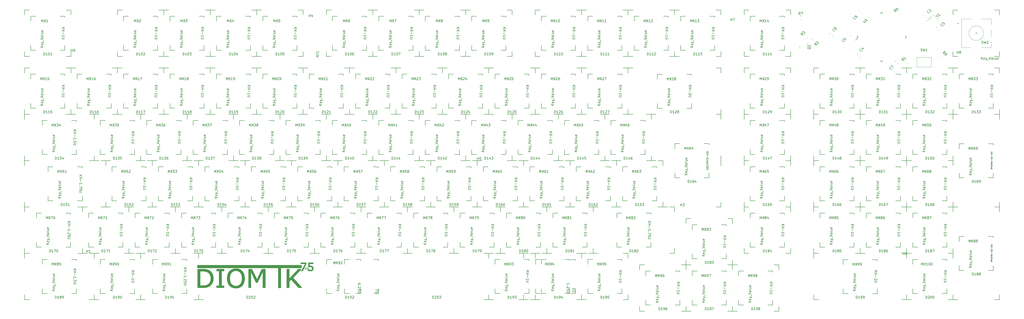
<source format=gbr>
%TF.GenerationSoftware,KiCad,Pcbnew,(6.0.4)*%
%TF.CreationDate,2022-05-20T16:58:26+02:00*%
%TF.ProjectId,pcb-rounded,7063622d-726f-4756-9e64-65642e6b6963,rev?*%
%TF.SameCoordinates,Original*%
%TF.FileFunction,Legend,Top*%
%TF.FilePolarity,Positive*%
%FSLAX46Y46*%
G04 Gerber Fmt 4.6, Leading zero omitted, Abs format (unit mm)*
G04 Created by KiCad (PCBNEW (6.0.4)) date 2022-05-20 16:58:26*
%MOMM*%
%LPD*%
G01*
G04 APERTURE LIST*
%ADD10C,0.200000*%
%ADD11C,0.150000*%
%ADD12C,0.120000*%
G04 APERTURE END LIST*
D10*
G36*
X199926208Y-275607989D02*
G01*
X203662406Y-271592746D01*
X204902633Y-271592746D01*
X201466163Y-275210086D01*
X205062835Y-279287341D01*
X203734748Y-279287341D01*
X200691017Y-275861201D01*
X199926208Y-276677692D01*
X199926208Y-279287341D01*
X198903014Y-279287341D01*
X198903014Y-271592746D01*
X199926208Y-271592746D01*
X199926208Y-275607989D01*
G37*
X199926208Y-275607989D02*
X203662406Y-271592746D01*
X204902633Y-271592746D01*
X201466163Y-275210086D01*
X205062835Y-279287341D01*
X203734748Y-279287341D01*
X200691017Y-275861201D01*
X199926208Y-276677692D01*
X199926208Y-279287341D01*
X198903014Y-279287341D01*
X198903014Y-271592746D01*
X199926208Y-271592746D01*
X199926208Y-275607989D01*
G36*
X206887451Y-269522113D02*
G01*
X205378158Y-272357082D01*
X204898948Y-272357082D01*
X206504539Y-269414622D01*
X204605605Y-269414622D01*
X204605605Y-269022746D01*
X206887466Y-269022746D01*
X206887451Y-269522113D01*
G37*
X206887451Y-269522113D02*
X205378158Y-272357082D01*
X204898948Y-272357082D01*
X206504539Y-269414622D01*
X204605605Y-269414622D01*
X204605605Y-269022746D01*
X206887466Y-269022746D01*
X206887451Y-269522113D01*
G36*
X204916923Y-271145129D02*
G01*
X196444480Y-271145129D01*
X196444480Y-279308414D01*
X195416984Y-279308414D01*
X195416984Y-271145129D01*
X196444480Y-271145129D01*
X196444480Y-271144618D01*
X195416984Y-271144618D01*
X195416984Y-271145129D01*
X162263950Y-271145129D01*
X162263950Y-270053783D01*
X204916923Y-270053783D01*
X204916923Y-271145129D01*
G37*
X204916923Y-271145129D02*
X196444480Y-271145129D01*
X196444480Y-279308414D01*
X195416984Y-279308414D01*
X195416984Y-271145129D01*
X196444480Y-271145129D01*
X196444480Y-271144618D01*
X195416984Y-271144618D01*
X195416984Y-271145129D01*
X162263950Y-271145129D01*
X162263950Y-270053783D01*
X204916923Y-270053783D01*
X204916923Y-271145129D01*
G36*
X174454536Y-274984641D02*
G01*
X174473915Y-274764856D01*
X174501045Y-274551207D01*
X174535927Y-274343694D01*
X174578560Y-274142318D01*
X174628944Y-273947079D01*
X174687080Y-273757976D01*
X174718974Y-273665161D01*
X174752644Y-273574041D01*
X174788091Y-273484617D01*
X174825314Y-273396889D01*
X174864313Y-273310856D01*
X174905089Y-273226519D01*
X174947641Y-273143877D01*
X174991970Y-273062931D01*
X175038075Y-272983681D01*
X175085956Y-272906126D01*
X175135614Y-272830267D01*
X175187048Y-272756103D01*
X175240259Y-272683635D01*
X175295246Y-272612863D01*
X175352009Y-272543786D01*
X175410548Y-272476405D01*
X175468240Y-272414031D01*
X175527627Y-272353513D01*
X175588710Y-272294853D01*
X175651488Y-272238049D01*
X175715962Y-272183103D01*
X175782132Y-272130013D01*
X175849997Y-272078781D01*
X175919558Y-272029406D01*
X175990815Y-271981888D01*
X176063767Y-271936226D01*
X176138415Y-271892422D01*
X176214759Y-271850475D01*
X176292798Y-271810385D01*
X176372533Y-271772153D01*
X176453964Y-271735777D01*
X176537090Y-271701259D01*
X176622174Y-271668719D01*
X176708186Y-271638278D01*
X176795128Y-271609937D01*
X176882997Y-271583695D01*
X176971796Y-271559553D01*
X177061523Y-271537510D01*
X177152178Y-271517566D01*
X177243762Y-271499722D01*
X177336275Y-271483977D01*
X177429716Y-271470331D01*
X177524086Y-271458785D01*
X177619385Y-271449338D01*
X177715612Y-271441991D01*
X177812767Y-271436742D01*
X177910851Y-271433594D01*
X178009864Y-271432544D01*
X178112550Y-271433614D01*
X178213904Y-271436823D01*
X178313926Y-271442173D01*
X178412615Y-271449661D01*
X178509973Y-271459290D01*
X178605997Y-271471059D01*
X178700690Y-271484967D01*
X178794051Y-271501015D01*
X178886079Y-271519203D01*
X178976775Y-271539530D01*
X179066138Y-271561997D01*
X179154170Y-271586605D01*
X179240869Y-271613352D01*
X179326236Y-271642238D01*
X179410270Y-271673265D01*
X179492973Y-271706432D01*
X179574868Y-271740930D01*
X179655188Y-271777244D01*
X179733934Y-271815376D01*
X179811105Y-271855324D01*
X179886702Y-271897088D01*
X179960724Y-271940670D01*
X180033172Y-271986068D01*
X180104045Y-272033282D01*
X180173343Y-272082314D01*
X180241068Y-272133162D01*
X180307217Y-272185827D01*
X180371793Y-272240309D01*
X180434793Y-272296608D01*
X180496220Y-272354723D01*
X180556071Y-272414656D01*
X180614349Y-272476405D01*
X180614341Y-272476405D01*
X180672255Y-272541908D01*
X180728433Y-272609229D01*
X180782875Y-272678366D01*
X180835580Y-272749319D01*
X180886550Y-272822090D01*
X180935784Y-272896678D01*
X180983282Y-272973082D01*
X181029043Y-273051303D01*
X181073069Y-273131341D01*
X181115359Y-273213195D01*
X181155913Y-273296867D01*
X181194730Y-273382355D01*
X181231812Y-273469659D01*
X181267158Y-273558780D01*
X181300767Y-273649718D01*
X181332641Y-273742473D01*
X181363304Y-273836923D01*
X181391989Y-273932947D01*
X181418695Y-274030547D01*
X181443423Y-274129721D01*
X181466173Y-274230469D01*
X181486945Y-274332792D01*
X181505738Y-274436690D01*
X181522553Y-274542162D01*
X181537390Y-274649209D01*
X181550249Y-274757830D01*
X181570031Y-274979796D01*
X181581900Y-275208060D01*
X181585857Y-275442622D01*
X181581819Y-275677265D01*
X181569708Y-275905771D01*
X181549522Y-276128140D01*
X181521261Y-276344372D01*
X181484926Y-276554468D01*
X181440517Y-276758427D01*
X181388033Y-276956250D01*
X181327476Y-277147937D01*
X181295017Y-277240631D01*
X181260943Y-277331387D01*
X181225254Y-277420205D01*
X181187951Y-277507085D01*
X181149032Y-277592028D01*
X181108499Y-277675033D01*
X181066351Y-277756100D01*
X181022588Y-277835229D01*
X180977210Y-277912420D01*
X180930217Y-277987674D01*
X180881609Y-278060990D01*
X180831386Y-278132368D01*
X180779548Y-278201808D01*
X180726095Y-278269310D01*
X180671028Y-278334875D01*
X180614345Y-278398502D01*
X180554231Y-278462734D01*
X180492744Y-278524947D01*
X180429885Y-278585142D01*
X180365653Y-278643318D01*
X180300048Y-278699475D01*
X180233070Y-278753614D01*
X180164720Y-278805734D01*
X180094998Y-278855836D01*
X180023902Y-278903919D01*
X179951434Y-278949983D01*
X179877594Y-278994029D01*
X179802380Y-279036056D01*
X179725794Y-279076065D01*
X179647835Y-279114054D01*
X179568504Y-279150026D01*
X179487800Y-279183978D01*
X179406329Y-279215892D01*
X179323404Y-279245747D01*
X179239026Y-279273543D01*
X179153195Y-279299280D01*
X179065911Y-279322958D01*
X178977173Y-279344578D01*
X178886982Y-279364138D01*
X178795337Y-279381640D01*
X178702240Y-279397082D01*
X178607688Y-279410466D01*
X178511684Y-279421790D01*
X178414226Y-279431056D01*
X178315315Y-279438262D01*
X178214950Y-279443410D01*
X178113132Y-279446498D01*
X178009860Y-279447528D01*
X177909011Y-279446478D01*
X177809292Y-279443329D01*
X177710703Y-279438081D01*
X177613245Y-279430734D01*
X177516918Y-279421287D01*
X177421720Y-279409741D01*
X177327654Y-279396095D01*
X177234717Y-279380350D01*
X177142911Y-279362506D01*
X177052236Y-279342562D01*
X176962691Y-279320519D01*
X176874276Y-279296377D01*
X176786991Y-279270135D01*
X176700837Y-279241794D01*
X176615814Y-279211353D01*
X176531921Y-279178813D01*
X176450006Y-279144275D01*
X176369625Y-279107839D01*
X176290778Y-279069505D01*
X176213465Y-279029274D01*
X176137687Y-278987146D01*
X176063443Y-278943121D01*
X175990732Y-278897197D01*
X175919556Y-278849377D01*
X175849915Y-278799659D01*
X175781807Y-278748043D01*
X175715234Y-278694530D01*
X175650194Y-278639119D01*
X175586689Y-278581811D01*
X175524719Y-278522606D01*
X175464282Y-278461502D01*
X175405380Y-278398502D01*
X175348071Y-278333644D01*
X175292418Y-278266969D01*
X175238420Y-278198477D01*
X175186078Y-278128169D01*
X175135391Y-278056044D01*
X175086359Y-277982103D01*
X175038982Y-277906345D01*
X174993261Y-277828770D01*
X174949195Y-277749378D01*
X174906784Y-277668170D01*
X174866028Y-277585145D01*
X174826928Y-277500304D01*
X174789483Y-277413646D01*
X174753693Y-277325171D01*
X174719559Y-277234880D01*
X174687080Y-277142772D01*
X174657043Y-277048927D01*
X174628944Y-276953426D01*
X174602783Y-276856270D01*
X174578560Y-276757459D01*
X174556274Y-276656993D01*
X174535927Y-276554872D01*
X174517517Y-276451095D01*
X174501045Y-276345663D01*
X174486511Y-276238576D01*
X174473915Y-276129834D01*
X174454536Y-275907384D01*
X174442909Y-275678313D01*
X174439033Y-275442622D01*
X175503558Y-275442622D01*
X175506223Y-275629121D01*
X175514217Y-275810088D01*
X175527539Y-275985525D01*
X175546191Y-276155430D01*
X175570172Y-276319805D01*
X175599482Y-276478649D01*
X175634121Y-276631962D01*
X175674090Y-276779744D01*
X175719387Y-276921996D01*
X175770014Y-277058716D01*
X175825969Y-277189905D01*
X175887254Y-277315564D01*
X175953868Y-277435691D01*
X176025810Y-277550288D01*
X176103082Y-277659354D01*
X176185684Y-277762889D01*
X176272766Y-277859883D01*
X176363482Y-277950619D01*
X176457831Y-278035098D01*
X176555814Y-278113319D01*
X176657430Y-278185282D01*
X176762680Y-278250987D01*
X176871564Y-278310435D01*
X176984081Y-278363625D01*
X177100231Y-278410557D01*
X177220015Y-278451232D01*
X177343432Y-278485648D01*
X177470483Y-278513808D01*
X177601167Y-278535709D01*
X177735485Y-278551353D01*
X177873437Y-278560740D01*
X178015022Y-278563869D01*
X178156586Y-278560740D01*
X178294477Y-278551353D01*
X178428694Y-278535709D01*
X178559237Y-278513808D01*
X178686107Y-278485648D01*
X178809302Y-278451232D01*
X178928824Y-278410557D01*
X179044672Y-278363625D01*
X179156846Y-278310435D01*
X179265346Y-278250987D01*
X179370172Y-278185282D01*
X179471324Y-278113319D01*
X179568803Y-278035098D01*
X179662607Y-277950619D01*
X179752738Y-277859883D01*
X179839195Y-277762889D01*
X179921796Y-277659354D01*
X179999068Y-277550288D01*
X180071011Y-277435691D01*
X180137624Y-277315564D01*
X180198909Y-277189905D01*
X180254865Y-277058716D01*
X180305491Y-276921996D01*
X180350788Y-276779744D01*
X180390757Y-276631962D01*
X180425396Y-276478649D01*
X180454706Y-276319805D01*
X180478687Y-276155430D01*
X180497339Y-275985525D01*
X180510661Y-275810088D01*
X180518655Y-275629121D01*
X180521320Y-275442622D01*
X180518695Y-275257980D01*
X180510823Y-275078708D01*
X180497702Y-274904805D01*
X180479333Y-274736271D01*
X180455715Y-274573108D01*
X180426849Y-274415313D01*
X180392735Y-274262889D01*
X180353372Y-274115833D01*
X180308761Y-273974148D01*
X180258901Y-273837832D01*
X180203793Y-273706885D01*
X180143437Y-273581308D01*
X180077833Y-273461100D01*
X180006980Y-273346262D01*
X179930878Y-273236793D01*
X179849529Y-273132693D01*
X179763637Y-273033823D01*
X179673910Y-272941331D01*
X179580348Y-272855218D01*
X179482950Y-272775483D01*
X179381717Y-272702128D01*
X179276649Y-272635151D01*
X179167745Y-272574552D01*
X179055006Y-272520332D01*
X178938431Y-272472492D01*
X178818022Y-272431029D01*
X178693777Y-272395946D01*
X178565696Y-272367241D01*
X178433781Y-272344916D01*
X178298030Y-272328969D01*
X178158443Y-272319400D01*
X178015022Y-272316211D01*
X177870349Y-272319400D01*
X177729592Y-272328969D01*
X177592751Y-272344916D01*
X177459826Y-272367241D01*
X177330817Y-272395946D01*
X177205724Y-272431029D01*
X177084548Y-272472492D01*
X176967287Y-272520332D01*
X176853942Y-272574552D01*
X176744514Y-272635151D01*
X176639001Y-272702128D01*
X176537405Y-272775483D01*
X176439725Y-272855218D01*
X176345961Y-272941331D01*
X176256113Y-273033823D01*
X176170181Y-273132693D01*
X176089457Y-273236793D01*
X176013941Y-273346262D01*
X175943633Y-273461100D01*
X175878533Y-273581308D01*
X175818641Y-273706885D01*
X175763957Y-273837832D01*
X175714481Y-273974148D01*
X175670214Y-274115833D01*
X175631154Y-274262889D01*
X175597302Y-274415313D01*
X175568658Y-274573108D01*
X175545222Y-274736271D01*
X175526994Y-274904805D01*
X175513974Y-275078708D01*
X175506162Y-275257980D01*
X175503558Y-275442622D01*
X174439033Y-275442622D01*
X174442909Y-275210563D01*
X174454536Y-274984641D01*
G37*
X174454536Y-274984641D02*
X174473915Y-274764856D01*
X174501045Y-274551207D01*
X174535927Y-274343694D01*
X174578560Y-274142318D01*
X174628944Y-273947079D01*
X174687080Y-273757976D01*
X174718974Y-273665161D01*
X174752644Y-273574041D01*
X174788091Y-273484617D01*
X174825314Y-273396889D01*
X174864313Y-273310856D01*
X174905089Y-273226519D01*
X174947641Y-273143877D01*
X174991970Y-273062931D01*
X175038075Y-272983681D01*
X175085956Y-272906126D01*
X175135614Y-272830267D01*
X175187048Y-272756103D01*
X175240259Y-272683635D01*
X175295246Y-272612863D01*
X175352009Y-272543786D01*
X175410548Y-272476405D01*
X175468240Y-272414031D01*
X175527627Y-272353513D01*
X175588710Y-272294853D01*
X175651488Y-272238049D01*
X175715962Y-272183103D01*
X175782132Y-272130013D01*
X175849997Y-272078781D01*
X175919558Y-272029406D01*
X175990815Y-271981888D01*
X176063767Y-271936226D01*
X176138415Y-271892422D01*
X176214759Y-271850475D01*
X176292798Y-271810385D01*
X176372533Y-271772153D01*
X176453964Y-271735777D01*
X176537090Y-271701259D01*
X176622174Y-271668719D01*
X176708186Y-271638278D01*
X176795128Y-271609937D01*
X176882997Y-271583695D01*
X176971796Y-271559553D01*
X177061523Y-271537510D01*
X177152178Y-271517566D01*
X177243762Y-271499722D01*
X177336275Y-271483977D01*
X177429716Y-271470331D01*
X177524086Y-271458785D01*
X177619385Y-271449338D01*
X177715612Y-271441991D01*
X177812767Y-271436742D01*
X177910851Y-271433594D01*
X178009864Y-271432544D01*
X178112550Y-271433614D01*
X178213904Y-271436823D01*
X178313926Y-271442173D01*
X178412615Y-271449661D01*
X178509973Y-271459290D01*
X178605997Y-271471059D01*
X178700690Y-271484967D01*
X178794051Y-271501015D01*
X178886079Y-271519203D01*
X178976775Y-271539530D01*
X179066138Y-271561997D01*
X179154170Y-271586605D01*
X179240869Y-271613352D01*
X179326236Y-271642238D01*
X179410270Y-271673265D01*
X179492973Y-271706432D01*
X179574868Y-271740930D01*
X179655188Y-271777244D01*
X179733934Y-271815376D01*
X179811105Y-271855324D01*
X179886702Y-271897088D01*
X179960724Y-271940670D01*
X180033172Y-271986068D01*
X180104045Y-272033282D01*
X180173343Y-272082314D01*
X180241068Y-272133162D01*
X180307217Y-272185827D01*
X180371793Y-272240309D01*
X180434793Y-272296608D01*
X180496220Y-272354723D01*
X180556071Y-272414656D01*
X180614349Y-272476405D01*
X180614341Y-272476405D01*
X180672255Y-272541908D01*
X180728433Y-272609229D01*
X180782875Y-272678366D01*
X180835580Y-272749319D01*
X180886550Y-272822090D01*
X180935784Y-272896678D01*
X180983282Y-272973082D01*
X181029043Y-273051303D01*
X181073069Y-273131341D01*
X181115359Y-273213195D01*
X181155913Y-273296867D01*
X181194730Y-273382355D01*
X181231812Y-273469659D01*
X181267158Y-273558780D01*
X181300767Y-273649718D01*
X181332641Y-273742473D01*
X181363304Y-273836923D01*
X181391989Y-273932947D01*
X181418695Y-274030547D01*
X181443423Y-274129721D01*
X181466173Y-274230469D01*
X181486945Y-274332792D01*
X181505738Y-274436690D01*
X181522553Y-274542162D01*
X181537390Y-274649209D01*
X181550249Y-274757830D01*
X181570031Y-274979796D01*
X181581900Y-275208060D01*
X181585857Y-275442622D01*
X181581819Y-275677265D01*
X181569708Y-275905771D01*
X181549522Y-276128140D01*
X181521261Y-276344372D01*
X181484926Y-276554468D01*
X181440517Y-276758427D01*
X181388033Y-276956250D01*
X181327476Y-277147937D01*
X181295017Y-277240631D01*
X181260943Y-277331387D01*
X181225254Y-277420205D01*
X181187951Y-277507085D01*
X181149032Y-277592028D01*
X181108499Y-277675033D01*
X181066351Y-277756100D01*
X181022588Y-277835229D01*
X180977210Y-277912420D01*
X180930217Y-277987674D01*
X180881609Y-278060990D01*
X180831386Y-278132368D01*
X180779548Y-278201808D01*
X180726095Y-278269310D01*
X180671028Y-278334875D01*
X180614345Y-278398502D01*
X180554231Y-278462734D01*
X180492744Y-278524947D01*
X180429885Y-278585142D01*
X180365653Y-278643318D01*
X180300048Y-278699475D01*
X180233070Y-278753614D01*
X180164720Y-278805734D01*
X180094998Y-278855836D01*
X180023902Y-278903919D01*
X179951434Y-278949983D01*
X179877594Y-278994029D01*
X179802380Y-279036056D01*
X179725794Y-279076065D01*
X179647835Y-279114054D01*
X179568504Y-279150026D01*
X179487800Y-279183978D01*
X179406329Y-279215892D01*
X179323404Y-279245747D01*
X179239026Y-279273543D01*
X179153195Y-279299280D01*
X179065911Y-279322958D01*
X178977173Y-279344578D01*
X178886982Y-279364138D01*
X178795337Y-279381640D01*
X178702240Y-279397082D01*
X178607688Y-279410466D01*
X178511684Y-279421790D01*
X178414226Y-279431056D01*
X178315315Y-279438262D01*
X178214950Y-279443410D01*
X178113132Y-279446498D01*
X178009860Y-279447528D01*
X177909011Y-279446478D01*
X177809292Y-279443329D01*
X177710703Y-279438081D01*
X177613245Y-279430734D01*
X177516918Y-279421287D01*
X177421720Y-279409741D01*
X177327654Y-279396095D01*
X177234717Y-279380350D01*
X177142911Y-279362506D01*
X177052236Y-279342562D01*
X176962691Y-279320519D01*
X176874276Y-279296377D01*
X176786991Y-279270135D01*
X176700837Y-279241794D01*
X176615814Y-279211353D01*
X176531921Y-279178813D01*
X176450006Y-279144275D01*
X176369625Y-279107839D01*
X176290778Y-279069505D01*
X176213465Y-279029274D01*
X176137687Y-278987146D01*
X176063443Y-278943121D01*
X175990732Y-278897197D01*
X175919556Y-278849377D01*
X175849915Y-278799659D01*
X175781807Y-278748043D01*
X175715234Y-278694530D01*
X175650194Y-278639119D01*
X175586689Y-278581811D01*
X175524719Y-278522606D01*
X175464282Y-278461502D01*
X175405380Y-278398502D01*
X175348071Y-278333644D01*
X175292418Y-278266969D01*
X175238420Y-278198477D01*
X175186078Y-278128169D01*
X175135391Y-278056044D01*
X175086359Y-277982103D01*
X175038982Y-277906345D01*
X174993261Y-277828770D01*
X174949195Y-277749378D01*
X174906784Y-277668170D01*
X174866028Y-277585145D01*
X174826928Y-277500304D01*
X174789483Y-277413646D01*
X174753693Y-277325171D01*
X174719559Y-277234880D01*
X174687080Y-277142772D01*
X174657043Y-277048927D01*
X174628944Y-276953426D01*
X174602783Y-276856270D01*
X174578560Y-276757459D01*
X174556274Y-276656993D01*
X174535927Y-276554872D01*
X174517517Y-276451095D01*
X174501045Y-276345663D01*
X174486511Y-276238576D01*
X174473915Y-276129834D01*
X174454536Y-275907384D01*
X174442909Y-275678313D01*
X174439033Y-275442622D01*
X175503558Y-275442622D01*
X175506223Y-275629121D01*
X175514217Y-275810088D01*
X175527539Y-275985525D01*
X175546191Y-276155430D01*
X175570172Y-276319805D01*
X175599482Y-276478649D01*
X175634121Y-276631962D01*
X175674090Y-276779744D01*
X175719387Y-276921996D01*
X175770014Y-277058716D01*
X175825969Y-277189905D01*
X175887254Y-277315564D01*
X175953868Y-277435691D01*
X176025810Y-277550288D01*
X176103082Y-277659354D01*
X176185684Y-277762889D01*
X176272766Y-277859883D01*
X176363482Y-277950619D01*
X176457831Y-278035098D01*
X176555814Y-278113319D01*
X176657430Y-278185282D01*
X176762680Y-278250987D01*
X176871564Y-278310435D01*
X176984081Y-278363625D01*
X177100231Y-278410557D01*
X177220015Y-278451232D01*
X177343432Y-278485648D01*
X177470483Y-278513808D01*
X177601167Y-278535709D01*
X177735485Y-278551353D01*
X177873437Y-278560740D01*
X178015022Y-278563869D01*
X178156586Y-278560740D01*
X178294477Y-278551353D01*
X178428694Y-278535709D01*
X178559237Y-278513808D01*
X178686107Y-278485648D01*
X178809302Y-278451232D01*
X178928824Y-278410557D01*
X179044672Y-278363625D01*
X179156846Y-278310435D01*
X179265346Y-278250987D01*
X179370172Y-278185282D01*
X179471324Y-278113319D01*
X179568803Y-278035098D01*
X179662607Y-277950619D01*
X179752738Y-277859883D01*
X179839195Y-277762889D01*
X179921796Y-277659354D01*
X179999068Y-277550288D01*
X180071011Y-277435691D01*
X180137624Y-277315564D01*
X180198909Y-277189905D01*
X180254865Y-277058716D01*
X180305491Y-276921996D01*
X180350788Y-276779744D01*
X180390757Y-276631962D01*
X180425396Y-276478649D01*
X180454706Y-276319805D01*
X180478687Y-276155430D01*
X180497339Y-275985525D01*
X180510661Y-275810088D01*
X180518655Y-275629121D01*
X180521320Y-275442622D01*
X180518695Y-275257980D01*
X180510823Y-275078708D01*
X180497702Y-274904805D01*
X180479333Y-274736271D01*
X180455715Y-274573108D01*
X180426849Y-274415313D01*
X180392735Y-274262889D01*
X180353372Y-274115833D01*
X180308761Y-273974148D01*
X180258901Y-273837832D01*
X180203793Y-273706885D01*
X180143437Y-273581308D01*
X180077833Y-273461100D01*
X180006980Y-273346262D01*
X179930878Y-273236793D01*
X179849529Y-273132693D01*
X179763637Y-273033823D01*
X179673910Y-272941331D01*
X179580348Y-272855218D01*
X179482950Y-272775483D01*
X179381717Y-272702128D01*
X179276649Y-272635151D01*
X179167745Y-272574552D01*
X179055006Y-272520332D01*
X178938431Y-272472492D01*
X178818022Y-272431029D01*
X178693777Y-272395946D01*
X178565696Y-272367241D01*
X178433781Y-272344916D01*
X178298030Y-272328969D01*
X178158443Y-272319400D01*
X178015022Y-272316211D01*
X177870349Y-272319400D01*
X177729592Y-272328969D01*
X177592751Y-272344916D01*
X177459826Y-272367241D01*
X177330817Y-272395946D01*
X177205724Y-272431029D01*
X177084548Y-272472492D01*
X176967287Y-272520332D01*
X176853942Y-272574552D01*
X176744514Y-272635151D01*
X176639001Y-272702128D01*
X176537405Y-272775483D01*
X176439725Y-272855218D01*
X176345961Y-272941331D01*
X176256113Y-273033823D01*
X176170181Y-273132693D01*
X176089457Y-273236793D01*
X176013941Y-273346262D01*
X175943633Y-273461100D01*
X175878533Y-273581308D01*
X175818641Y-273706885D01*
X175763957Y-273837832D01*
X175714481Y-273974148D01*
X175670214Y-274115833D01*
X175631154Y-274262889D01*
X175597302Y-274415313D01*
X175568658Y-274573108D01*
X175545222Y-274736271D01*
X175526994Y-274904805D01*
X175513974Y-275078708D01*
X175506162Y-275257980D01*
X175503558Y-275442622D01*
X174439033Y-275442622D01*
X174442909Y-275210563D01*
X174454536Y-274984641D01*
G36*
X173136783Y-272378223D02*
G01*
X172129096Y-272378223D01*
X172129096Y-278501865D01*
X173136783Y-278501865D01*
X173136783Y-279287341D01*
X170098216Y-279287341D01*
X170098216Y-278501865D01*
X171105903Y-278501865D01*
X171105903Y-272378223D01*
X170098216Y-272378223D01*
X170098216Y-271592746D01*
X173136783Y-271592746D01*
X173136783Y-272378223D01*
G37*
X173136783Y-272378223D02*
X172129096Y-272378223D01*
X172129096Y-278501865D01*
X173136783Y-278501865D01*
X173136783Y-279287341D01*
X170098216Y-279287341D01*
X170098216Y-278501865D01*
X171105903Y-278501865D01*
X171105903Y-272378223D01*
X170098216Y-272378223D01*
X170098216Y-271592746D01*
X173136783Y-271592746D01*
X173136783Y-272378223D01*
G36*
X186655296Y-275876712D02*
G01*
X188639663Y-271592746D01*
X190060760Y-271592746D01*
X190060760Y-279287341D01*
X189037566Y-279287341D01*
X189037566Y-272657275D01*
X186898170Y-277168613D01*
X186288390Y-277168613D01*
X184164497Y-272657275D01*
X184164497Y-279287341D01*
X183208488Y-279287341D01*
X183208488Y-271592746D01*
X184603748Y-271592746D01*
X186655296Y-275876712D01*
G37*
X186655296Y-275876712D02*
X188639663Y-271592746D01*
X190060760Y-271592746D01*
X190060760Y-279287341D01*
X189037566Y-279287341D01*
X189037566Y-272657275D01*
X186898170Y-277168613D01*
X186288390Y-277168613D01*
X184164497Y-272657275D01*
X184164497Y-279287341D01*
X183208488Y-279287341D01*
X183208488Y-271592746D01*
X184603748Y-271592746D01*
X186655296Y-275876712D01*
G36*
X164191615Y-271592746D02*
G01*
X164465985Y-271595330D01*
X164725820Y-271603081D01*
X164971121Y-271616001D01*
X165201888Y-271634088D01*
X165418121Y-271657342D01*
X165619819Y-271685765D01*
X165806984Y-271719355D01*
X165979614Y-271758113D01*
X166143040Y-271800100D01*
X166300006Y-271845962D01*
X166450513Y-271895700D01*
X166594560Y-271949314D01*
X166732148Y-272006804D01*
X166863276Y-272068169D01*
X166987945Y-272133409D01*
X167047857Y-272167483D01*
X167106155Y-272202525D01*
X167202988Y-272265162D01*
X167297115Y-272330342D01*
X167388538Y-272398065D01*
X167477256Y-272468333D01*
X167563269Y-272541144D01*
X167646577Y-272616498D01*
X167727179Y-272694396D01*
X167805077Y-272774838D01*
X167880270Y-272857823D01*
X167952758Y-272943351D01*
X168022541Y-273031423D01*
X168089619Y-273122039D01*
X168153993Y-273215198D01*
X168215661Y-273310901D01*
X168274624Y-273409147D01*
X168330882Y-273509936D01*
X168384072Y-273613187D01*
X168433831Y-273718820D01*
X168480158Y-273826836D01*
X168523053Y-273937233D01*
X168562517Y-274050012D01*
X168598549Y-274165174D01*
X168631149Y-274282717D01*
X168660318Y-274402642D01*
X168686055Y-274524950D01*
X168708360Y-274649639D01*
X168727234Y-274776710D01*
X168742677Y-274906164D01*
X168754687Y-275037999D01*
X168763266Y-275172216D01*
X168768414Y-275308814D01*
X168770130Y-275447795D01*
X168770137Y-275447795D01*
X168768341Y-275578156D01*
X168762951Y-275706983D01*
X168753968Y-275834275D01*
X168741392Y-275960034D01*
X168725223Y-276084259D01*
X168705461Y-276206949D01*
X168682106Y-276328106D01*
X168655158Y-276447728D01*
X168624616Y-276565817D01*
X168590482Y-276682371D01*
X168552754Y-276797392D01*
X168511433Y-276910878D01*
X168466519Y-277022830D01*
X168418012Y-277133248D01*
X168365912Y-277242133D01*
X168310218Y-277349483D01*
X168252184Y-277454572D01*
X168191767Y-277556674D01*
X168128968Y-277655788D01*
X168063788Y-277751914D01*
X167996225Y-277845053D01*
X167926280Y-277935204D01*
X167853953Y-278022368D01*
X167779245Y-278106544D01*
X167702154Y-278187732D01*
X167622681Y-278265933D01*
X167540827Y-278341146D01*
X167456590Y-278413371D01*
X167369972Y-278482609D01*
X167280971Y-278548859D01*
X167189589Y-278612122D01*
X167095825Y-278672397D01*
X167029453Y-278712386D01*
X166962112Y-278750961D01*
X166893802Y-278788124D01*
X166824524Y-278823874D01*
X166754276Y-278858210D01*
X166683060Y-278891134D01*
X166610874Y-278922644D01*
X166537720Y-278952742D01*
X166463597Y-278981426D01*
X166388505Y-279008697D01*
X166312444Y-279034556D01*
X166235414Y-279059001D01*
X166157415Y-279082033D01*
X166078447Y-279103652D01*
X165998511Y-279123857D01*
X165917606Y-279142650D01*
X165749657Y-279176561D01*
X165568790Y-279205951D01*
X165375003Y-279230820D01*
X165168298Y-279251167D01*
X164948674Y-279266993D01*
X164716131Y-279278298D01*
X164470668Y-279285080D01*
X164212287Y-279287341D01*
X162269260Y-279287341D01*
X162269260Y-278408832D01*
X163292453Y-278408832D01*
X164253631Y-278408832D01*
X164435387Y-278407136D01*
X164611167Y-278402050D01*
X164780973Y-278393572D01*
X164944803Y-278381703D01*
X165102657Y-278366442D01*
X165254537Y-278347790D01*
X165400441Y-278325746D01*
X165540370Y-278300311D01*
X165609124Y-278286019D01*
X165677151Y-278270274D01*
X165744452Y-278253075D01*
X165811025Y-278234423D01*
X165876872Y-278214318D01*
X165941992Y-278192759D01*
X166006386Y-278169747D01*
X166070052Y-278145282D01*
X166132992Y-278119363D01*
X166195206Y-278091991D01*
X166256692Y-278063165D01*
X166317452Y-278032886D01*
X166377486Y-278001154D01*
X166436792Y-277967968D01*
X166495372Y-277933328D01*
X166553226Y-277897235D01*
X166623796Y-277850463D01*
X166692106Y-277801875D01*
X166758155Y-277751470D01*
X166821942Y-277699248D01*
X166883469Y-277645210D01*
X166942736Y-277589355D01*
X166999741Y-277531683D01*
X167054486Y-277472195D01*
X167106969Y-277410890D01*
X167157192Y-277347768D01*
X167205154Y-277282830D01*
X167250855Y-277216075D01*
X167294296Y-277147504D01*
X167335475Y-277077115D01*
X167374394Y-277004910D01*
X167411052Y-276930888D01*
X167446095Y-276854787D01*
X167478877Y-276776345D01*
X167509398Y-276695561D01*
X167537659Y-276612435D01*
X167563658Y-276526968D01*
X167587397Y-276439159D01*
X167608875Y-276349008D01*
X167628092Y-276256516D01*
X167645048Y-276161682D01*
X167659744Y-276064506D01*
X167672178Y-275964989D01*
X167682352Y-275863130D01*
X167690265Y-275758929D01*
X167695917Y-275652387D01*
X167699308Y-275543503D01*
X167700439Y-275432285D01*
X167699207Y-275320360D01*
X167695513Y-275210649D01*
X167689357Y-275103159D01*
X167680737Y-274997889D01*
X167669655Y-274894839D01*
X167656110Y-274794010D01*
X167640103Y-274695401D01*
X167621632Y-274599012D01*
X167600700Y-274504845D01*
X167577304Y-274412897D01*
X167551446Y-274323170D01*
X167523125Y-274235663D01*
X167492341Y-274150377D01*
X167459095Y-274067311D01*
X167423387Y-273986465D01*
X167385215Y-273907840D01*
X167344601Y-273831354D01*
X167301565Y-273756928D01*
X167256106Y-273684560D01*
X167208225Y-273614252D01*
X167157922Y-273546002D01*
X167105196Y-273479812D01*
X167050047Y-273415681D01*
X166992477Y-273353608D01*
X166932484Y-273293595D01*
X166870068Y-273235641D01*
X166805230Y-273179746D01*
X166737970Y-273125909D01*
X166668288Y-273074132D01*
X166596183Y-273024414D01*
X166521655Y-272976755D01*
X166444705Y-272931155D01*
X166387640Y-272899483D01*
X166330130Y-272869062D01*
X166272176Y-272839893D01*
X166213778Y-272811975D01*
X166154936Y-272785309D01*
X166095649Y-272759895D01*
X166035919Y-272735732D01*
X165975744Y-272712820D01*
X165915125Y-272691160D01*
X165854062Y-272670752D01*
X165792555Y-272651596D01*
X165730604Y-272633691D01*
X165668209Y-272617038D01*
X165605370Y-272601636D01*
X165542086Y-272587486D01*
X165478359Y-272574588D01*
X165347310Y-272550365D01*
X165209965Y-272529371D01*
X165066321Y-272511607D01*
X164916379Y-272497072D01*
X164760139Y-272485768D01*
X164597601Y-272477693D01*
X164428765Y-272472848D01*
X164253631Y-272471233D01*
X163292453Y-272471233D01*
X163292453Y-278408832D01*
X162269260Y-278408832D01*
X162269260Y-271592746D01*
X164191615Y-271592746D01*
G37*
X164191615Y-271592746D02*
X164465985Y-271595330D01*
X164725820Y-271603081D01*
X164971121Y-271616001D01*
X165201888Y-271634088D01*
X165418121Y-271657342D01*
X165619819Y-271685765D01*
X165806984Y-271719355D01*
X165979614Y-271758113D01*
X166143040Y-271800100D01*
X166300006Y-271845962D01*
X166450513Y-271895700D01*
X166594560Y-271949314D01*
X166732148Y-272006804D01*
X166863276Y-272068169D01*
X166987945Y-272133409D01*
X167047857Y-272167483D01*
X167106155Y-272202525D01*
X167202988Y-272265162D01*
X167297115Y-272330342D01*
X167388538Y-272398065D01*
X167477256Y-272468333D01*
X167563269Y-272541144D01*
X167646577Y-272616498D01*
X167727179Y-272694396D01*
X167805077Y-272774838D01*
X167880270Y-272857823D01*
X167952758Y-272943351D01*
X168022541Y-273031423D01*
X168089619Y-273122039D01*
X168153993Y-273215198D01*
X168215661Y-273310901D01*
X168274624Y-273409147D01*
X168330882Y-273509936D01*
X168384072Y-273613187D01*
X168433831Y-273718820D01*
X168480158Y-273826836D01*
X168523053Y-273937233D01*
X168562517Y-274050012D01*
X168598549Y-274165174D01*
X168631149Y-274282717D01*
X168660318Y-274402642D01*
X168686055Y-274524950D01*
X168708360Y-274649639D01*
X168727234Y-274776710D01*
X168742677Y-274906164D01*
X168754687Y-275037999D01*
X168763266Y-275172216D01*
X168768414Y-275308814D01*
X168770130Y-275447795D01*
X168770137Y-275447795D01*
X168768341Y-275578156D01*
X168762951Y-275706983D01*
X168753968Y-275834275D01*
X168741392Y-275960034D01*
X168725223Y-276084259D01*
X168705461Y-276206949D01*
X168682106Y-276328106D01*
X168655158Y-276447728D01*
X168624616Y-276565817D01*
X168590482Y-276682371D01*
X168552754Y-276797392D01*
X168511433Y-276910878D01*
X168466519Y-277022830D01*
X168418012Y-277133248D01*
X168365912Y-277242133D01*
X168310218Y-277349483D01*
X168252184Y-277454572D01*
X168191767Y-277556674D01*
X168128968Y-277655788D01*
X168063788Y-277751914D01*
X167996225Y-277845053D01*
X167926280Y-277935204D01*
X167853953Y-278022368D01*
X167779245Y-278106544D01*
X167702154Y-278187732D01*
X167622681Y-278265933D01*
X167540827Y-278341146D01*
X167456590Y-278413371D01*
X167369972Y-278482609D01*
X167280971Y-278548859D01*
X167189589Y-278612122D01*
X167095825Y-278672397D01*
X167029453Y-278712386D01*
X166962112Y-278750961D01*
X166893802Y-278788124D01*
X166824524Y-278823874D01*
X166754276Y-278858210D01*
X166683060Y-278891134D01*
X166610874Y-278922644D01*
X166537720Y-278952742D01*
X166463597Y-278981426D01*
X166388505Y-279008697D01*
X166312444Y-279034556D01*
X166235414Y-279059001D01*
X166157415Y-279082033D01*
X166078447Y-279103652D01*
X165998511Y-279123857D01*
X165917606Y-279142650D01*
X165749657Y-279176561D01*
X165568790Y-279205951D01*
X165375003Y-279230820D01*
X165168298Y-279251167D01*
X164948674Y-279266993D01*
X164716131Y-279278298D01*
X164470668Y-279285080D01*
X164212287Y-279287341D01*
X162269260Y-279287341D01*
X162269260Y-278408832D01*
X163292453Y-278408832D01*
X164253631Y-278408832D01*
X164435387Y-278407136D01*
X164611167Y-278402050D01*
X164780973Y-278393572D01*
X164944803Y-278381703D01*
X165102657Y-278366442D01*
X165254537Y-278347790D01*
X165400441Y-278325746D01*
X165540370Y-278300311D01*
X165609124Y-278286019D01*
X165677151Y-278270274D01*
X165744452Y-278253075D01*
X165811025Y-278234423D01*
X165876872Y-278214318D01*
X165941992Y-278192759D01*
X166006386Y-278169747D01*
X166070052Y-278145282D01*
X166132992Y-278119363D01*
X166195206Y-278091991D01*
X166256692Y-278063165D01*
X166317452Y-278032886D01*
X166377486Y-278001154D01*
X166436792Y-277967968D01*
X166495372Y-277933328D01*
X166553226Y-277897235D01*
X166623796Y-277850463D01*
X166692106Y-277801875D01*
X166758155Y-277751470D01*
X166821942Y-277699248D01*
X166883469Y-277645210D01*
X166942736Y-277589355D01*
X166999741Y-277531683D01*
X167054486Y-277472195D01*
X167106969Y-277410890D01*
X167157192Y-277347768D01*
X167205154Y-277282830D01*
X167250855Y-277216075D01*
X167294296Y-277147504D01*
X167335475Y-277077115D01*
X167374394Y-277004910D01*
X167411052Y-276930888D01*
X167446095Y-276854787D01*
X167478877Y-276776345D01*
X167509398Y-276695561D01*
X167537659Y-276612435D01*
X167563658Y-276526968D01*
X167587397Y-276439159D01*
X167608875Y-276349008D01*
X167628092Y-276256516D01*
X167645048Y-276161682D01*
X167659744Y-276064506D01*
X167672178Y-275964989D01*
X167682352Y-275863130D01*
X167690265Y-275758929D01*
X167695917Y-275652387D01*
X167699308Y-275543503D01*
X167700439Y-275432285D01*
X167699207Y-275320360D01*
X167695513Y-275210649D01*
X167689357Y-275103159D01*
X167680737Y-274997889D01*
X167669655Y-274894839D01*
X167656110Y-274794010D01*
X167640103Y-274695401D01*
X167621632Y-274599012D01*
X167600700Y-274504845D01*
X167577304Y-274412897D01*
X167551446Y-274323170D01*
X167523125Y-274235663D01*
X167492341Y-274150377D01*
X167459095Y-274067311D01*
X167423387Y-273986465D01*
X167385215Y-273907840D01*
X167344601Y-273831354D01*
X167301565Y-273756928D01*
X167256106Y-273684560D01*
X167208225Y-273614252D01*
X167157922Y-273546002D01*
X167105196Y-273479812D01*
X167050047Y-273415681D01*
X166992477Y-273353608D01*
X166932484Y-273293595D01*
X166870068Y-273235641D01*
X166805230Y-273179746D01*
X166737970Y-273125909D01*
X166668288Y-273074132D01*
X166596183Y-273024414D01*
X166521655Y-272976755D01*
X166444705Y-272931155D01*
X166387640Y-272899483D01*
X166330130Y-272869062D01*
X166272176Y-272839893D01*
X166213778Y-272811975D01*
X166154936Y-272785309D01*
X166095649Y-272759895D01*
X166035919Y-272735732D01*
X165975744Y-272712820D01*
X165915125Y-272691160D01*
X165854062Y-272670752D01*
X165792555Y-272651596D01*
X165730604Y-272633691D01*
X165668209Y-272617038D01*
X165605370Y-272601636D01*
X165542086Y-272587486D01*
X165478359Y-272574588D01*
X165347310Y-272550365D01*
X165209965Y-272529371D01*
X165066321Y-272511607D01*
X164916379Y-272497072D01*
X164760139Y-272485768D01*
X164597601Y-272477693D01*
X164428765Y-272472848D01*
X164253631Y-272471233D01*
X163292453Y-272471233D01*
X163292453Y-278408832D01*
X162269260Y-278408832D01*
X162269260Y-271592746D01*
X164191615Y-271592746D01*
G36*
X209744804Y-269414622D02*
G01*
X208170570Y-269414622D01*
X208170570Y-270301387D01*
X208218995Y-270297170D01*
X208267981Y-270293524D01*
X208317526Y-270290449D01*
X208367629Y-270287944D01*
X208416334Y-270285976D01*
X208461681Y-270284569D01*
X208503669Y-270283724D01*
X208542297Y-270283443D01*
X208608987Y-270284178D01*
X208673578Y-270286382D01*
X208736068Y-270290057D01*
X208796459Y-270295200D01*
X208854751Y-270301814D01*
X208910943Y-270309897D01*
X208965035Y-270319449D01*
X209017028Y-270330470D01*
X209042370Y-270336349D01*
X209067449Y-270342788D01*
X209092266Y-270349786D01*
X209116819Y-270357344D01*
X209141111Y-270365462D01*
X209165139Y-270374139D01*
X209188906Y-270383376D01*
X209212409Y-270393173D01*
X209235650Y-270403530D01*
X209258629Y-270414447D01*
X209281345Y-270425923D01*
X209303799Y-270437959D01*
X209325991Y-270450555D01*
X209347920Y-270463711D01*
X209369586Y-270477427D01*
X209390991Y-270491702D01*
X209413069Y-270507377D01*
X209434517Y-270523612D01*
X209455336Y-270540407D01*
X209475525Y-270557762D01*
X209495084Y-270575676D01*
X209514013Y-270594151D01*
X209532313Y-270613185D01*
X209549982Y-270632779D01*
X209567022Y-270652933D01*
X209583432Y-270673647D01*
X209599212Y-270694921D01*
X209614362Y-270716755D01*
X209628882Y-270739148D01*
X209642772Y-270762101D01*
X209656032Y-270785615D01*
X209668662Y-270809688D01*
X209680594Y-270834424D01*
X209691756Y-270859931D01*
X209702148Y-270886207D01*
X209711771Y-270913254D01*
X209720623Y-270941070D01*
X209728706Y-270969656D01*
X209736019Y-270999012D01*
X209742563Y-271029138D01*
X209748336Y-271060033D01*
X209753340Y-271091699D01*
X209757574Y-271124134D01*
X209761038Y-271157339D01*
X209763732Y-271191313D01*
X209765656Y-271226057D01*
X209766811Y-271261571D01*
X209767196Y-271297855D01*
X209767211Y-271297885D01*
X209766879Y-271326917D01*
X209765882Y-271355792D01*
X209764220Y-271384510D01*
X209761893Y-271413070D01*
X209758901Y-271441472D01*
X209755245Y-271469718D01*
X209750924Y-271497806D01*
X209745938Y-271525736D01*
X209740287Y-271553509D01*
X209733972Y-271581124D01*
X209726992Y-271608583D01*
X209719347Y-271635883D01*
X209711037Y-271663026D01*
X209702063Y-271690012D01*
X209692424Y-271716840D01*
X209682121Y-271743510D01*
X209671240Y-271769840D01*
X209659869Y-271795644D01*
X209648008Y-271820924D01*
X209635658Y-271845679D01*
X209622817Y-271869909D01*
X209609486Y-271893614D01*
X209595666Y-271916795D01*
X209581355Y-271939450D01*
X209566555Y-271961581D01*
X209551265Y-271983187D01*
X209535484Y-272004268D01*
X209519214Y-272024825D01*
X209502454Y-272044856D01*
X209485204Y-272064363D01*
X209467463Y-272083345D01*
X209449233Y-272101802D01*
X209428834Y-272121116D01*
X209407945Y-272139870D01*
X209386566Y-272158064D01*
X209364697Y-272175699D01*
X209342339Y-272192774D01*
X209319491Y-272209289D01*
X209296153Y-272225244D01*
X209272325Y-272240640D01*
X209248007Y-272255475D01*
X209223200Y-272269751D01*
X209197903Y-272283467D01*
X209172116Y-272296623D01*
X209145839Y-272309219D01*
X209119073Y-272321254D01*
X209091817Y-272332730D01*
X209064071Y-272343646D01*
X209036079Y-272353678D01*
X209007528Y-272363063D01*
X208978416Y-272371800D01*
X208948745Y-272379891D01*
X208918514Y-272387334D01*
X208887723Y-272394130D01*
X208856372Y-272400279D01*
X208824461Y-272405781D01*
X208791991Y-272410635D01*
X208758961Y-272414843D01*
X208725371Y-272418403D01*
X208691221Y-272421315D01*
X208656512Y-272423581D01*
X208621243Y-272425199D01*
X208585414Y-272426170D01*
X208549026Y-272426494D01*
X208481042Y-272425584D01*
X208413688Y-272422855D01*
X208346964Y-272418306D01*
X208280869Y-272411938D01*
X208215404Y-272403751D01*
X208150569Y-272393744D01*
X208086364Y-272381918D01*
X208022788Y-272368274D01*
X207960753Y-272353895D01*
X207901166Y-272338747D01*
X207844029Y-272322828D01*
X207789340Y-272306138D01*
X207737101Y-272288678D01*
X207687310Y-272270448D01*
X207639969Y-272251448D01*
X207595077Y-272231677D01*
X207595077Y-271759181D01*
X207626426Y-271759181D01*
X207673311Y-271787767D01*
X207722156Y-271815304D01*
X207772960Y-271841792D01*
X207825724Y-271867230D01*
X207880447Y-271891618D01*
X207937130Y-271914956D01*
X207995772Y-271937245D01*
X208056373Y-271958484D01*
X208117814Y-271977380D01*
X208178975Y-271993756D01*
X208239856Y-272007613D01*
X208300457Y-272018950D01*
X208360779Y-272027767D01*
X208420820Y-272034065D01*
X208480581Y-272037844D01*
X208540061Y-272039104D01*
X208579634Y-272038404D01*
X208618857Y-272036304D01*
X208657730Y-272032805D01*
X208696252Y-272027906D01*
X208734425Y-272021607D01*
X208772248Y-272013908D01*
X208809722Y-272004810D01*
X208846847Y-271994311D01*
X208865470Y-271988450D01*
X208883830Y-271982064D01*
X208901928Y-271975153D01*
X208919764Y-271967717D01*
X208937338Y-271959756D01*
X208954649Y-271951271D01*
X208971697Y-271942261D01*
X208988484Y-271932726D01*
X209005008Y-271922666D01*
X209021269Y-271912082D01*
X209037268Y-271900973D01*
X209053005Y-271889339D01*
X209068479Y-271877181D01*
X209083690Y-271864498D01*
X209098640Y-271851290D01*
X209113326Y-271837558D01*
X209125451Y-271825373D01*
X209137190Y-271812891D01*
X209148544Y-271800111D01*
X209159513Y-271787034D01*
X209170098Y-271773659D01*
X209180297Y-271759987D01*
X209190112Y-271746018D01*
X209199541Y-271731751D01*
X209208586Y-271717186D01*
X209217246Y-271702324D01*
X209225521Y-271687165D01*
X209233411Y-271671708D01*
X209240916Y-271655954D01*
X209248037Y-271639902D01*
X209254772Y-271623553D01*
X209261123Y-271606906D01*
X209267359Y-271589944D01*
X209273193Y-271572650D01*
X209278624Y-271555024D01*
X209283654Y-271537066D01*
X209288280Y-271518775D01*
X209292505Y-271500152D01*
X209296327Y-271481196D01*
X209299747Y-271461908D01*
X209302764Y-271442288D01*
X209305379Y-271422336D01*
X209307592Y-271402051D01*
X209309403Y-271381434D01*
X209310811Y-271360485D01*
X209311817Y-271339203D01*
X209312420Y-271317589D01*
X209312621Y-271295642D01*
X209312385Y-271274299D01*
X209311677Y-271253375D01*
X209310496Y-271232872D01*
X209308842Y-271212788D01*
X209306716Y-271193124D01*
X209304118Y-271173881D01*
X209301048Y-271155057D01*
X209297505Y-271136653D01*
X209293489Y-271118669D01*
X209289002Y-271101105D01*
X209284042Y-271083960D01*
X209278610Y-271067236D01*
X209272705Y-271050931D01*
X209266329Y-271035046D01*
X209259480Y-271019581D01*
X209252158Y-271004535D01*
X209244698Y-270989883D01*
X209236870Y-270975598D01*
X209228674Y-270961681D01*
X209220111Y-270948131D01*
X209211180Y-270934949D01*
X209201882Y-270922134D01*
X209192217Y-270909687D01*
X209182184Y-270897607D01*
X209171783Y-270885895D01*
X209161015Y-270874550D01*
X209149880Y-270863572D01*
X209138377Y-270852962D01*
X209126507Y-270842720D01*
X209114269Y-270832845D01*
X209101664Y-270823337D01*
X209088691Y-270814197D01*
X209073934Y-270803762D01*
X209058775Y-270793729D01*
X209043213Y-270784099D01*
X209027249Y-270774871D01*
X209010883Y-270766045D01*
X208994114Y-270757621D01*
X208976943Y-270749600D01*
X208959369Y-270741981D01*
X208941393Y-270734764D01*
X208923015Y-270727950D01*
X208904234Y-270721538D01*
X208885051Y-270715528D01*
X208865466Y-270709921D01*
X208845479Y-270704716D01*
X208825089Y-270699914D01*
X208804298Y-270695514D01*
X208762240Y-270687116D01*
X208718923Y-270679838D01*
X208674347Y-270673680D01*
X208628511Y-270668642D01*
X208581415Y-270664724D01*
X208533060Y-270661925D01*
X208483445Y-270660246D01*
X208432571Y-270659686D01*
X208383516Y-270660106D01*
X208334881Y-270661366D01*
X208286666Y-270663465D01*
X208238870Y-270666404D01*
X208191494Y-270670183D01*
X208144538Y-270674801D01*
X208098002Y-270680259D01*
X208051887Y-270686557D01*
X207964275Y-270699992D01*
X207882819Y-270713428D01*
X207807520Y-270726863D01*
X207738380Y-270740298D01*
X207738380Y-269022746D01*
X209744804Y-269022746D01*
X209744804Y-269414622D01*
G37*
X209744804Y-269414622D02*
X208170570Y-269414622D01*
X208170570Y-270301387D01*
X208218995Y-270297170D01*
X208267981Y-270293524D01*
X208317526Y-270290449D01*
X208367629Y-270287944D01*
X208416334Y-270285976D01*
X208461681Y-270284569D01*
X208503669Y-270283724D01*
X208542297Y-270283443D01*
X208608987Y-270284178D01*
X208673578Y-270286382D01*
X208736068Y-270290057D01*
X208796459Y-270295200D01*
X208854751Y-270301814D01*
X208910943Y-270309897D01*
X208965035Y-270319449D01*
X209017028Y-270330470D01*
X209042370Y-270336349D01*
X209067449Y-270342788D01*
X209092266Y-270349786D01*
X209116819Y-270357344D01*
X209141111Y-270365462D01*
X209165139Y-270374139D01*
X209188906Y-270383376D01*
X209212409Y-270393173D01*
X209235650Y-270403530D01*
X209258629Y-270414447D01*
X209281345Y-270425923D01*
X209303799Y-270437959D01*
X209325991Y-270450555D01*
X209347920Y-270463711D01*
X209369586Y-270477427D01*
X209390991Y-270491702D01*
X209413069Y-270507377D01*
X209434517Y-270523612D01*
X209455336Y-270540407D01*
X209475525Y-270557762D01*
X209495084Y-270575676D01*
X209514013Y-270594151D01*
X209532313Y-270613185D01*
X209549982Y-270632779D01*
X209567022Y-270652933D01*
X209583432Y-270673647D01*
X209599212Y-270694921D01*
X209614362Y-270716755D01*
X209628882Y-270739148D01*
X209642772Y-270762101D01*
X209656032Y-270785615D01*
X209668662Y-270809688D01*
X209680594Y-270834424D01*
X209691756Y-270859931D01*
X209702148Y-270886207D01*
X209711771Y-270913254D01*
X209720623Y-270941070D01*
X209728706Y-270969656D01*
X209736019Y-270999012D01*
X209742563Y-271029138D01*
X209748336Y-271060033D01*
X209753340Y-271091699D01*
X209757574Y-271124134D01*
X209761038Y-271157339D01*
X209763732Y-271191313D01*
X209765656Y-271226057D01*
X209766811Y-271261571D01*
X209767196Y-271297855D01*
X209767211Y-271297885D01*
X209766879Y-271326917D01*
X209765882Y-271355792D01*
X209764220Y-271384510D01*
X209761893Y-271413070D01*
X209758901Y-271441472D01*
X209755245Y-271469718D01*
X209750924Y-271497806D01*
X209745938Y-271525736D01*
X209740287Y-271553509D01*
X209733972Y-271581124D01*
X209726992Y-271608583D01*
X209719347Y-271635883D01*
X209711037Y-271663026D01*
X209702063Y-271690012D01*
X209692424Y-271716840D01*
X209682121Y-271743510D01*
X209671240Y-271769840D01*
X209659869Y-271795644D01*
X209648008Y-271820924D01*
X209635658Y-271845679D01*
X209622817Y-271869909D01*
X209609486Y-271893614D01*
X209595666Y-271916795D01*
X209581355Y-271939450D01*
X209566555Y-271961581D01*
X209551265Y-271983187D01*
X209535484Y-272004268D01*
X209519214Y-272024825D01*
X209502454Y-272044856D01*
X209485204Y-272064363D01*
X209467463Y-272083345D01*
X209449233Y-272101802D01*
X209428834Y-272121116D01*
X209407945Y-272139870D01*
X209386566Y-272158064D01*
X209364697Y-272175699D01*
X209342339Y-272192774D01*
X209319491Y-272209289D01*
X209296153Y-272225244D01*
X209272325Y-272240640D01*
X209248007Y-272255475D01*
X209223200Y-272269751D01*
X209197903Y-272283467D01*
X209172116Y-272296623D01*
X209145839Y-272309219D01*
X209119073Y-272321254D01*
X209091817Y-272332730D01*
X209064071Y-272343646D01*
X209036079Y-272353678D01*
X209007528Y-272363063D01*
X208978416Y-272371800D01*
X208948745Y-272379891D01*
X208918514Y-272387334D01*
X208887723Y-272394130D01*
X208856372Y-272400279D01*
X208824461Y-272405781D01*
X208791991Y-272410635D01*
X208758961Y-272414843D01*
X208725371Y-272418403D01*
X208691221Y-272421315D01*
X208656512Y-272423581D01*
X208621243Y-272425199D01*
X208585414Y-272426170D01*
X208549026Y-272426494D01*
X208481042Y-272425584D01*
X208413688Y-272422855D01*
X208346964Y-272418306D01*
X208280869Y-272411938D01*
X208215404Y-272403751D01*
X208150569Y-272393744D01*
X208086364Y-272381918D01*
X208022788Y-272368274D01*
X207960753Y-272353895D01*
X207901166Y-272338747D01*
X207844029Y-272322828D01*
X207789340Y-272306138D01*
X207737101Y-272288678D01*
X207687310Y-272270448D01*
X207639969Y-272251448D01*
X207595077Y-272231677D01*
X207595077Y-271759181D01*
X207626426Y-271759181D01*
X207673311Y-271787767D01*
X207722156Y-271815304D01*
X207772960Y-271841792D01*
X207825724Y-271867230D01*
X207880447Y-271891618D01*
X207937130Y-271914956D01*
X207995772Y-271937245D01*
X208056373Y-271958484D01*
X208117814Y-271977380D01*
X208178975Y-271993756D01*
X208239856Y-272007613D01*
X208300457Y-272018950D01*
X208360779Y-272027767D01*
X208420820Y-272034065D01*
X208480581Y-272037844D01*
X208540061Y-272039104D01*
X208579634Y-272038404D01*
X208618857Y-272036304D01*
X208657730Y-272032805D01*
X208696252Y-272027906D01*
X208734425Y-272021607D01*
X208772248Y-272013908D01*
X208809722Y-272004810D01*
X208846847Y-271994311D01*
X208865470Y-271988450D01*
X208883830Y-271982064D01*
X208901928Y-271975153D01*
X208919764Y-271967717D01*
X208937338Y-271959756D01*
X208954649Y-271951271D01*
X208971697Y-271942261D01*
X208988484Y-271932726D01*
X209005008Y-271922666D01*
X209021269Y-271912082D01*
X209037268Y-271900973D01*
X209053005Y-271889339D01*
X209068479Y-271877181D01*
X209083690Y-271864498D01*
X209098640Y-271851290D01*
X209113326Y-271837558D01*
X209125451Y-271825373D01*
X209137190Y-271812891D01*
X209148544Y-271800111D01*
X209159513Y-271787034D01*
X209170098Y-271773659D01*
X209180297Y-271759987D01*
X209190112Y-271746018D01*
X209199541Y-271731751D01*
X209208586Y-271717186D01*
X209217246Y-271702324D01*
X209225521Y-271687165D01*
X209233411Y-271671708D01*
X209240916Y-271655954D01*
X209248037Y-271639902D01*
X209254772Y-271623553D01*
X209261123Y-271606906D01*
X209267359Y-271589944D01*
X209273193Y-271572650D01*
X209278624Y-271555024D01*
X209283654Y-271537066D01*
X209288280Y-271518775D01*
X209292505Y-271500152D01*
X209296327Y-271481196D01*
X209299747Y-271461908D01*
X209302764Y-271442288D01*
X209305379Y-271422336D01*
X209307592Y-271402051D01*
X209309403Y-271381434D01*
X209310811Y-271360485D01*
X209311817Y-271339203D01*
X209312420Y-271317589D01*
X209312621Y-271295642D01*
X209312385Y-271274299D01*
X209311677Y-271253375D01*
X209310496Y-271232872D01*
X209308842Y-271212788D01*
X209306716Y-271193124D01*
X209304118Y-271173881D01*
X209301048Y-271155057D01*
X209297505Y-271136653D01*
X209293489Y-271118669D01*
X209289002Y-271101105D01*
X209284042Y-271083960D01*
X209278610Y-271067236D01*
X209272705Y-271050931D01*
X209266329Y-271035046D01*
X209259480Y-271019581D01*
X209252158Y-271004535D01*
X209244698Y-270989883D01*
X209236870Y-270975598D01*
X209228674Y-270961681D01*
X209220111Y-270948131D01*
X209211180Y-270934949D01*
X209201882Y-270922134D01*
X209192217Y-270909687D01*
X209182184Y-270897607D01*
X209171783Y-270885895D01*
X209161015Y-270874550D01*
X209149880Y-270863572D01*
X209138377Y-270852962D01*
X209126507Y-270842720D01*
X209114269Y-270832845D01*
X209101664Y-270823337D01*
X209088691Y-270814197D01*
X209073934Y-270803762D01*
X209058775Y-270793729D01*
X209043213Y-270784099D01*
X209027249Y-270774871D01*
X209010883Y-270766045D01*
X208994114Y-270757621D01*
X208976943Y-270749600D01*
X208959369Y-270741981D01*
X208941393Y-270734764D01*
X208923015Y-270727950D01*
X208904234Y-270721538D01*
X208885051Y-270715528D01*
X208865466Y-270709921D01*
X208845479Y-270704716D01*
X208825089Y-270699914D01*
X208804298Y-270695514D01*
X208762240Y-270687116D01*
X208718923Y-270679838D01*
X208674347Y-270673680D01*
X208628511Y-270668642D01*
X208581415Y-270664724D01*
X208533060Y-270661925D01*
X208483445Y-270660246D01*
X208432571Y-270659686D01*
X208383516Y-270660106D01*
X208334881Y-270661366D01*
X208286666Y-270663465D01*
X208238870Y-270666404D01*
X208191494Y-270670183D01*
X208144538Y-270674801D01*
X208098002Y-270680259D01*
X208051887Y-270686557D01*
X207964275Y-270699992D01*
X207882819Y-270713428D01*
X207807520Y-270726863D01*
X207738380Y-270740298D01*
X207738380Y-269022746D01*
X209744804Y-269022746D01*
X209744804Y-269414622D01*
D11*
%TO.C,D150*%
X461072023Y-226502380D02*
X461072023Y-225502380D01*
X461310119Y-225502380D01*
X461452976Y-225550000D01*
X461548214Y-225645238D01*
X461595833Y-225740476D01*
X461643452Y-225930952D01*
X461643452Y-226073809D01*
X461595833Y-226264285D01*
X461548214Y-226359523D01*
X461452976Y-226454761D01*
X461310119Y-226502380D01*
X461072023Y-226502380D01*
X462595833Y-226502380D02*
X462024404Y-226502380D01*
X462310119Y-226502380D02*
X462310119Y-225502380D01*
X462214880Y-225645238D01*
X462119642Y-225740476D01*
X462024404Y-225788095D01*
X463500595Y-225502380D02*
X463024404Y-225502380D01*
X462976785Y-225978571D01*
X463024404Y-225930952D01*
X463119642Y-225883333D01*
X463357738Y-225883333D01*
X463452976Y-225930952D01*
X463500595Y-225978571D01*
X463548214Y-226073809D01*
X463548214Y-226311904D01*
X463500595Y-226407142D01*
X463452976Y-226454761D01*
X463357738Y-226502380D01*
X463119642Y-226502380D01*
X463024404Y-226454761D01*
X462976785Y-226407142D01*
X464167261Y-225502380D02*
X464262500Y-225502380D01*
X464357738Y-225550000D01*
X464405357Y-225597619D01*
X464452976Y-225692857D01*
X464500595Y-225883333D01*
X464500595Y-226121428D01*
X464452976Y-226311904D01*
X464405357Y-226407142D01*
X464357738Y-226454761D01*
X464262500Y-226502380D01*
X464167261Y-226502380D01*
X464072023Y-226454761D01*
X464024404Y-226407142D01*
X463976785Y-226311904D01*
X463929166Y-226121428D01*
X463929166Y-225883333D01*
X463976785Y-225692857D01*
X464024404Y-225597619D01*
X464072023Y-225550000D01*
X464167261Y-225502380D01*
%TO.C,D190*%
X127697023Y-283652380D02*
X127697023Y-282652380D01*
X127935119Y-282652380D01*
X128077976Y-282700000D01*
X128173214Y-282795238D01*
X128220833Y-282890476D01*
X128268452Y-283080952D01*
X128268452Y-283223809D01*
X128220833Y-283414285D01*
X128173214Y-283509523D01*
X128077976Y-283604761D01*
X127935119Y-283652380D01*
X127697023Y-283652380D01*
X129220833Y-283652380D02*
X128649404Y-283652380D01*
X128935119Y-283652380D02*
X128935119Y-282652380D01*
X128839880Y-282795238D01*
X128744642Y-282890476D01*
X128649404Y-282938095D01*
X129697023Y-283652380D02*
X129887500Y-283652380D01*
X129982738Y-283604761D01*
X130030357Y-283557142D01*
X130125595Y-283414285D01*
X130173214Y-283223809D01*
X130173214Y-282842857D01*
X130125595Y-282747619D01*
X130077976Y-282700000D01*
X129982738Y-282652380D01*
X129792261Y-282652380D01*
X129697023Y-282700000D01*
X129649404Y-282747619D01*
X129601785Y-282842857D01*
X129601785Y-283080952D01*
X129649404Y-283176190D01*
X129697023Y-283223809D01*
X129792261Y-283271428D01*
X129982738Y-283271428D01*
X130077976Y-283223809D01*
X130125595Y-283176190D01*
X130173214Y-283080952D01*
X130792261Y-282652380D02*
X130887500Y-282652380D01*
X130982738Y-282700000D01*
X131030357Y-282747619D01*
X131077976Y-282842857D01*
X131125595Y-283033333D01*
X131125595Y-283271428D01*
X131077976Y-283461904D01*
X131030357Y-283557142D01*
X130982738Y-283604761D01*
X130887500Y-283652380D01*
X130792261Y-283652380D01*
X130697023Y-283604761D01*
X130649404Y-283557142D01*
X130601785Y-283461904D01*
X130554166Y-283271428D01*
X130554166Y-283033333D01*
X130601785Y-282842857D01*
X130649404Y-282747619D01*
X130697023Y-282700000D01*
X130792261Y-282652380D01*
%TO.C,D180*%
X294384523Y-264602380D02*
X294384523Y-263602380D01*
X294622619Y-263602380D01*
X294765476Y-263650000D01*
X294860714Y-263745238D01*
X294908333Y-263840476D01*
X294955952Y-264030952D01*
X294955952Y-264173809D01*
X294908333Y-264364285D01*
X294860714Y-264459523D01*
X294765476Y-264554761D01*
X294622619Y-264602380D01*
X294384523Y-264602380D01*
X295908333Y-264602380D02*
X295336904Y-264602380D01*
X295622619Y-264602380D02*
X295622619Y-263602380D01*
X295527380Y-263745238D01*
X295432142Y-263840476D01*
X295336904Y-263888095D01*
X296479761Y-264030952D02*
X296384523Y-263983333D01*
X296336904Y-263935714D01*
X296289285Y-263840476D01*
X296289285Y-263792857D01*
X296336904Y-263697619D01*
X296384523Y-263650000D01*
X296479761Y-263602380D01*
X296670238Y-263602380D01*
X296765476Y-263650000D01*
X296813095Y-263697619D01*
X296860714Y-263792857D01*
X296860714Y-263840476D01*
X296813095Y-263935714D01*
X296765476Y-263983333D01*
X296670238Y-264030952D01*
X296479761Y-264030952D01*
X296384523Y-264078571D01*
X296336904Y-264126190D01*
X296289285Y-264221428D01*
X296289285Y-264411904D01*
X296336904Y-264507142D01*
X296384523Y-264554761D01*
X296479761Y-264602380D01*
X296670238Y-264602380D01*
X296765476Y-264554761D01*
X296813095Y-264507142D01*
X296860714Y-264411904D01*
X296860714Y-264221428D01*
X296813095Y-264126190D01*
X296765476Y-264078571D01*
X296670238Y-264030952D01*
X297479761Y-263602380D02*
X297575000Y-263602380D01*
X297670238Y-263650000D01*
X297717857Y-263697619D01*
X297765476Y-263792857D01*
X297813095Y-263983333D01*
X297813095Y-264221428D01*
X297765476Y-264411904D01*
X297717857Y-264507142D01*
X297670238Y-264554761D01*
X297575000Y-264602380D01*
X297479761Y-264602380D01*
X297384523Y-264554761D01*
X297336904Y-264507142D01*
X297289285Y-264411904D01*
X297241666Y-264221428D01*
X297241666Y-263983333D01*
X297289285Y-263792857D01*
X297336904Y-263697619D01*
X297384523Y-263650000D01*
X297479761Y-263602380D01*
%TO.C,D115*%
X99122023Y-207452380D02*
X99122023Y-206452380D01*
X99360119Y-206452380D01*
X99502976Y-206500000D01*
X99598214Y-206595238D01*
X99645833Y-206690476D01*
X99693452Y-206880952D01*
X99693452Y-207023809D01*
X99645833Y-207214285D01*
X99598214Y-207309523D01*
X99502976Y-207404761D01*
X99360119Y-207452380D01*
X99122023Y-207452380D01*
X100645833Y-207452380D02*
X100074404Y-207452380D01*
X100360119Y-207452380D02*
X100360119Y-206452380D01*
X100264880Y-206595238D01*
X100169642Y-206690476D01*
X100074404Y-206738095D01*
X101598214Y-207452380D02*
X101026785Y-207452380D01*
X101312500Y-207452380D02*
X101312500Y-206452380D01*
X101217261Y-206595238D01*
X101122023Y-206690476D01*
X101026785Y-206738095D01*
X102502976Y-206452380D02*
X102026785Y-206452380D01*
X101979166Y-206928571D01*
X102026785Y-206880952D01*
X102122023Y-206833333D01*
X102360119Y-206833333D01*
X102455357Y-206880952D01*
X102502976Y-206928571D01*
X102550595Y-207023809D01*
X102550595Y-207261904D01*
X102502976Y-207357142D01*
X102455357Y-207404761D01*
X102360119Y-207452380D01*
X102122023Y-207452380D01*
X102026785Y-207404761D01*
X101979166Y-207357142D01*
%TO.C,SW1*%
X459041666Y-181936011D02*
X459184523Y-181983630D01*
X459422619Y-181983630D01*
X459517857Y-181936011D01*
X459565476Y-181888392D01*
X459613095Y-181793154D01*
X459613095Y-181697916D01*
X459565476Y-181602678D01*
X459517857Y-181555059D01*
X459422619Y-181507440D01*
X459232142Y-181459821D01*
X459136904Y-181412202D01*
X459089285Y-181364583D01*
X459041666Y-181269345D01*
X459041666Y-181174107D01*
X459089285Y-181078869D01*
X459136904Y-181031250D01*
X459232142Y-180983630D01*
X459470238Y-180983630D01*
X459613095Y-181031250D01*
X459946428Y-180983630D02*
X460184523Y-181983630D01*
X460375000Y-181269345D01*
X460565476Y-181983630D01*
X460803571Y-180983630D01*
X461708333Y-181983630D02*
X461136904Y-181983630D01*
X461422619Y-181983630D02*
X461422619Y-180983630D01*
X461327380Y-181126488D01*
X461232142Y-181221726D01*
X461136904Y-181269345D01*
%TO.C,D119*%
X175322023Y-207452380D02*
X175322023Y-206452380D01*
X175560119Y-206452380D01*
X175702976Y-206500000D01*
X175798214Y-206595238D01*
X175845833Y-206690476D01*
X175893452Y-206880952D01*
X175893452Y-207023809D01*
X175845833Y-207214285D01*
X175798214Y-207309523D01*
X175702976Y-207404761D01*
X175560119Y-207452380D01*
X175322023Y-207452380D01*
X176845833Y-207452380D02*
X176274404Y-207452380D01*
X176560119Y-207452380D02*
X176560119Y-206452380D01*
X176464880Y-206595238D01*
X176369642Y-206690476D01*
X176274404Y-206738095D01*
X177798214Y-207452380D02*
X177226785Y-207452380D01*
X177512500Y-207452380D02*
X177512500Y-206452380D01*
X177417261Y-206595238D01*
X177322023Y-206690476D01*
X177226785Y-206738095D01*
X178274404Y-207452380D02*
X178464880Y-207452380D01*
X178560119Y-207404761D01*
X178607738Y-207357142D01*
X178702976Y-207214285D01*
X178750595Y-207023809D01*
X178750595Y-206642857D01*
X178702976Y-206547619D01*
X178655357Y-206500000D01*
X178560119Y-206452380D01*
X178369642Y-206452380D01*
X178274404Y-206500000D01*
X178226785Y-206547619D01*
X178179166Y-206642857D01*
X178179166Y-206880952D01*
X178226785Y-206976190D01*
X178274404Y-207023809D01*
X178369642Y-207071428D01*
X178560119Y-207071428D01*
X178655357Y-207023809D01*
X178702976Y-206976190D01*
X178750595Y-206880952D01*
%TO.C,MX13*%
X373403869Y-172220238D02*
X374403869Y-172220238D01*
X373403869Y-172791666D02*
X373975297Y-172363095D01*
X374403869Y-172791666D02*
X373832440Y-172220238D01*
X373403869Y-173220238D02*
X374403869Y-173220238D01*
X373927678Y-173220238D02*
X373927678Y-173791666D01*
X373403869Y-173791666D02*
X374403869Y-173791666D01*
X373784821Y-174267857D02*
X373784821Y-175029761D01*
X373403869Y-176029761D02*
X373403869Y-175458333D01*
X373403869Y-175744047D02*
X374403869Y-175744047D01*
X374261011Y-175648809D01*
X374165773Y-175553571D01*
X374118154Y-175458333D01*
X374403869Y-176458333D02*
X373594345Y-176458333D01*
X373499107Y-176505952D01*
X373451488Y-176553571D01*
X373403869Y-176648809D01*
X373403869Y-176839285D01*
X373451488Y-176934523D01*
X373499107Y-176982142D01*
X373594345Y-177029761D01*
X374403869Y-177029761D01*
X364474345Y-169997380D02*
X364474345Y-168997380D01*
X364807678Y-169711666D01*
X365141011Y-168997380D01*
X365141011Y-169997380D01*
X365521964Y-168997380D02*
X366188630Y-169997380D01*
X366188630Y-168997380D02*
X365521964Y-169997380D01*
X367093392Y-169997380D02*
X366521964Y-169997380D01*
X366807678Y-169997380D02*
X366807678Y-168997380D01*
X366712440Y-169140238D01*
X366617202Y-169235476D01*
X366521964Y-169283095D01*
X367426726Y-168997380D02*
X368045773Y-168997380D01*
X367712440Y-169378333D01*
X367855297Y-169378333D01*
X367950535Y-169425952D01*
X367998154Y-169473571D01*
X368045773Y-169568809D01*
X368045773Y-169806904D01*
X367998154Y-169902142D01*
X367950535Y-169949761D01*
X367855297Y-169997380D01*
X367569583Y-169997380D01*
X367474345Y-169949761D01*
X367426726Y-169902142D01*
%TO.C,D135*%
X127697023Y-226502380D02*
X127697023Y-225502380D01*
X127935119Y-225502380D01*
X128077976Y-225550000D01*
X128173214Y-225645238D01*
X128220833Y-225740476D01*
X128268452Y-225930952D01*
X128268452Y-226073809D01*
X128220833Y-226264285D01*
X128173214Y-226359523D01*
X128077976Y-226454761D01*
X127935119Y-226502380D01*
X127697023Y-226502380D01*
X129220833Y-226502380D02*
X128649404Y-226502380D01*
X128935119Y-226502380D02*
X128935119Y-225502380D01*
X128839880Y-225645238D01*
X128744642Y-225740476D01*
X128649404Y-225788095D01*
X129554166Y-225502380D02*
X130173214Y-225502380D01*
X129839880Y-225883333D01*
X129982738Y-225883333D01*
X130077976Y-225930952D01*
X130125595Y-225978571D01*
X130173214Y-226073809D01*
X130173214Y-226311904D01*
X130125595Y-226407142D01*
X130077976Y-226454761D01*
X129982738Y-226502380D01*
X129697023Y-226502380D01*
X129601785Y-226454761D01*
X129554166Y-226407142D01*
X131077976Y-225502380D02*
X130601785Y-225502380D01*
X130554166Y-225978571D01*
X130601785Y-225930952D01*
X130697023Y-225883333D01*
X130935119Y-225883333D01*
X131030357Y-225930952D01*
X131077976Y-225978571D01*
X131125595Y-226073809D01*
X131125595Y-226311904D01*
X131077976Y-226407142D01*
X131030357Y-226454761D01*
X130935119Y-226502380D01*
X130697023Y-226502380D01*
X130601785Y-226454761D01*
X130554166Y-226407142D01*
%TO.C,D162*%
X322959523Y-245552380D02*
X322959523Y-244552380D01*
X323197619Y-244552380D01*
X323340476Y-244600000D01*
X323435714Y-244695238D01*
X323483333Y-244790476D01*
X323530952Y-244980952D01*
X323530952Y-245123809D01*
X323483333Y-245314285D01*
X323435714Y-245409523D01*
X323340476Y-245504761D01*
X323197619Y-245552380D01*
X322959523Y-245552380D01*
X324483333Y-245552380D02*
X323911904Y-245552380D01*
X324197619Y-245552380D02*
X324197619Y-244552380D01*
X324102380Y-244695238D01*
X324007142Y-244790476D01*
X323911904Y-244838095D01*
X325340476Y-244552380D02*
X325150000Y-244552380D01*
X325054761Y-244600000D01*
X325007142Y-244647619D01*
X324911904Y-244790476D01*
X324864285Y-244980952D01*
X324864285Y-245361904D01*
X324911904Y-245457142D01*
X324959523Y-245504761D01*
X325054761Y-245552380D01*
X325245238Y-245552380D01*
X325340476Y-245504761D01*
X325388095Y-245457142D01*
X325435714Y-245361904D01*
X325435714Y-245123809D01*
X325388095Y-245028571D01*
X325340476Y-244980952D01*
X325245238Y-244933333D01*
X325054761Y-244933333D01*
X324959523Y-244980952D01*
X324911904Y-245028571D01*
X324864285Y-245123809D01*
X325816666Y-244647619D02*
X325864285Y-244600000D01*
X325959523Y-244552380D01*
X326197619Y-244552380D01*
X326292857Y-244600000D01*
X326340476Y-244647619D01*
X326388095Y-244742857D01*
X326388095Y-244838095D01*
X326340476Y-244980952D01*
X325769047Y-245552380D01*
X326388095Y-245552380D01*
%TO.C,MX11*%
X335303869Y-172220238D02*
X336303869Y-172220238D01*
X335303869Y-172791666D02*
X335875297Y-172363095D01*
X336303869Y-172791666D02*
X335732440Y-172220238D01*
X335303869Y-173220238D02*
X336303869Y-173220238D01*
X335827678Y-173220238D02*
X335827678Y-173791666D01*
X335303869Y-173791666D02*
X336303869Y-173791666D01*
X335684821Y-174267857D02*
X335684821Y-175029761D01*
X335303869Y-176029761D02*
X335303869Y-175458333D01*
X335303869Y-175744047D02*
X336303869Y-175744047D01*
X336161011Y-175648809D01*
X336065773Y-175553571D01*
X336018154Y-175458333D01*
X336303869Y-176458333D02*
X335494345Y-176458333D01*
X335399107Y-176505952D01*
X335351488Y-176553571D01*
X335303869Y-176648809D01*
X335303869Y-176839285D01*
X335351488Y-176934523D01*
X335399107Y-176982142D01*
X335494345Y-177029761D01*
X336303869Y-177029761D01*
X326374345Y-169997380D02*
X326374345Y-168997380D01*
X326707678Y-169711666D01*
X327041011Y-168997380D01*
X327041011Y-169997380D01*
X327421964Y-168997380D02*
X328088630Y-169997380D01*
X328088630Y-168997380D02*
X327421964Y-169997380D01*
X328993392Y-169997380D02*
X328421964Y-169997380D01*
X328707678Y-169997380D02*
X328707678Y-168997380D01*
X328612440Y-169140238D01*
X328517202Y-169235476D01*
X328421964Y-169283095D01*
X329945773Y-169997380D02*
X329374345Y-169997380D01*
X329660059Y-169997380D02*
X329660059Y-168997380D01*
X329564821Y-169140238D01*
X329469583Y-169235476D01*
X329374345Y-169283095D01*
%TO.C,R2*%
X416568756Y-179304458D02*
X415996336Y-179203443D01*
X416164695Y-179708519D02*
X415457588Y-179001413D01*
X415726962Y-178732038D01*
X415827977Y-178698367D01*
X415895321Y-178698367D01*
X415996336Y-178732038D01*
X416097351Y-178833054D01*
X416131023Y-178934069D01*
X416131023Y-179001413D01*
X416097351Y-179102428D01*
X415827977Y-179371802D01*
X416198367Y-178395321D02*
X416198367Y-178327977D01*
X416232038Y-178226962D01*
X416400397Y-178058603D01*
X416501413Y-178024932D01*
X416568756Y-178024932D01*
X416669771Y-178058603D01*
X416737115Y-178125947D01*
X416804458Y-178260634D01*
X416804458Y-179068756D01*
X417242191Y-178631023D01*
%TO.C,MX43*%
X287678869Y-215082738D02*
X288678869Y-215082738D01*
X287678869Y-215654166D02*
X288250297Y-215225595D01*
X288678869Y-215654166D02*
X288107440Y-215082738D01*
X287678869Y-216082738D02*
X288678869Y-216082738D01*
X288202678Y-216082738D02*
X288202678Y-216654166D01*
X287678869Y-216654166D02*
X288678869Y-216654166D01*
X288059821Y-217130357D02*
X288059821Y-217892261D01*
X287678869Y-218892261D02*
X287678869Y-218320833D01*
X287678869Y-218606547D02*
X288678869Y-218606547D01*
X288536011Y-218511309D01*
X288440773Y-218416071D01*
X288393154Y-218320833D01*
X288678869Y-219320833D02*
X287869345Y-219320833D01*
X287774107Y-219368452D01*
X287726488Y-219416071D01*
X287678869Y-219511309D01*
X287678869Y-219701785D01*
X287726488Y-219797023D01*
X287774107Y-219844642D01*
X287869345Y-219892261D01*
X288678869Y-219892261D01*
X278749345Y-212859880D02*
X278749345Y-211859880D01*
X279082678Y-212574166D01*
X279416011Y-211859880D01*
X279416011Y-212859880D01*
X279796964Y-211859880D02*
X280463630Y-212859880D01*
X280463630Y-211859880D02*
X279796964Y-212859880D01*
X281273154Y-212193214D02*
X281273154Y-212859880D01*
X281035059Y-211812261D02*
X280796964Y-212526547D01*
X281416011Y-212526547D01*
X281701726Y-211859880D02*
X282320773Y-211859880D01*
X281987440Y-212240833D01*
X282130297Y-212240833D01*
X282225535Y-212288452D01*
X282273154Y-212336071D01*
X282320773Y-212431309D01*
X282320773Y-212669404D01*
X282273154Y-212764642D01*
X282225535Y-212812261D01*
X282130297Y-212859880D01*
X281844583Y-212859880D01*
X281749345Y-212812261D01*
X281701726Y-212764642D01*
%TO.C,D136*%
X146747023Y-226502380D02*
X146747023Y-225502380D01*
X146985119Y-225502380D01*
X147127976Y-225550000D01*
X147223214Y-225645238D01*
X147270833Y-225740476D01*
X147318452Y-225930952D01*
X147318452Y-226073809D01*
X147270833Y-226264285D01*
X147223214Y-226359523D01*
X147127976Y-226454761D01*
X146985119Y-226502380D01*
X146747023Y-226502380D01*
X148270833Y-226502380D02*
X147699404Y-226502380D01*
X147985119Y-226502380D02*
X147985119Y-225502380D01*
X147889880Y-225645238D01*
X147794642Y-225740476D01*
X147699404Y-225788095D01*
X148604166Y-225502380D02*
X149223214Y-225502380D01*
X148889880Y-225883333D01*
X149032738Y-225883333D01*
X149127976Y-225930952D01*
X149175595Y-225978571D01*
X149223214Y-226073809D01*
X149223214Y-226311904D01*
X149175595Y-226407142D01*
X149127976Y-226454761D01*
X149032738Y-226502380D01*
X148747023Y-226502380D01*
X148651785Y-226454761D01*
X148604166Y-226407142D01*
X150080357Y-225502380D02*
X149889880Y-225502380D01*
X149794642Y-225550000D01*
X149747023Y-225597619D01*
X149651785Y-225740476D01*
X149604166Y-225930952D01*
X149604166Y-226311904D01*
X149651785Y-226407142D01*
X149699404Y-226454761D01*
X149794642Y-226502380D01*
X149985119Y-226502380D01*
X150080357Y-226454761D01*
X150127976Y-226407142D01*
X150175595Y-226311904D01*
X150175595Y-226073809D01*
X150127976Y-225978571D01*
X150080357Y-225930952D01*
X149985119Y-225883333D01*
X149794642Y-225883333D01*
X149699404Y-225930952D01*
X149651785Y-225978571D01*
X149604166Y-226073809D01*
%TO.C,D144*%
X299147023Y-226502380D02*
X299147023Y-225502380D01*
X299385119Y-225502380D01*
X299527976Y-225550000D01*
X299623214Y-225645238D01*
X299670833Y-225740476D01*
X299718452Y-225930952D01*
X299718452Y-226073809D01*
X299670833Y-226264285D01*
X299623214Y-226359523D01*
X299527976Y-226454761D01*
X299385119Y-226502380D01*
X299147023Y-226502380D01*
X300670833Y-226502380D02*
X300099404Y-226502380D01*
X300385119Y-226502380D02*
X300385119Y-225502380D01*
X300289880Y-225645238D01*
X300194642Y-225740476D01*
X300099404Y-225788095D01*
X301527976Y-225835714D02*
X301527976Y-226502380D01*
X301289880Y-225454761D02*
X301051785Y-226169047D01*
X301670833Y-226169047D01*
X302480357Y-225835714D02*
X302480357Y-226502380D01*
X302242261Y-225454761D02*
X302004166Y-226169047D01*
X302623214Y-226169047D01*
%TO.C,D158*%
X246759523Y-245552380D02*
X246759523Y-244552380D01*
X246997619Y-244552380D01*
X247140476Y-244600000D01*
X247235714Y-244695238D01*
X247283333Y-244790476D01*
X247330952Y-244980952D01*
X247330952Y-245123809D01*
X247283333Y-245314285D01*
X247235714Y-245409523D01*
X247140476Y-245504761D01*
X246997619Y-245552380D01*
X246759523Y-245552380D01*
X248283333Y-245552380D02*
X247711904Y-245552380D01*
X247997619Y-245552380D02*
X247997619Y-244552380D01*
X247902380Y-244695238D01*
X247807142Y-244790476D01*
X247711904Y-244838095D01*
X249188095Y-244552380D02*
X248711904Y-244552380D01*
X248664285Y-245028571D01*
X248711904Y-244980952D01*
X248807142Y-244933333D01*
X249045238Y-244933333D01*
X249140476Y-244980952D01*
X249188095Y-245028571D01*
X249235714Y-245123809D01*
X249235714Y-245361904D01*
X249188095Y-245457142D01*
X249140476Y-245504761D01*
X249045238Y-245552380D01*
X248807142Y-245552380D01*
X248711904Y-245504761D01*
X248664285Y-245457142D01*
X249807142Y-244980952D02*
X249711904Y-244933333D01*
X249664285Y-244885714D01*
X249616666Y-244790476D01*
X249616666Y-244742857D01*
X249664285Y-244647619D01*
X249711904Y-244600000D01*
X249807142Y-244552380D01*
X249997619Y-244552380D01*
X250092857Y-244600000D01*
X250140476Y-244647619D01*
X250188095Y-244742857D01*
X250188095Y-244790476D01*
X250140476Y-244885714D01*
X250092857Y-244933333D01*
X249997619Y-244980952D01*
X249807142Y-244980952D01*
X249711904Y-245028571D01*
X249664285Y-245076190D01*
X249616666Y-245171428D01*
X249616666Y-245361904D01*
X249664285Y-245457142D01*
X249711904Y-245504761D01*
X249807142Y-245552380D01*
X249997619Y-245552380D01*
X250092857Y-245504761D01*
X250140476Y-245457142D01*
X250188095Y-245361904D01*
X250188095Y-245171428D01*
X250140476Y-245076190D01*
X250092857Y-245028571D01*
X249997619Y-244980952D01*
%TO.C,MX31*%
X449603869Y-196032738D02*
X450603869Y-196032738D01*
X449603869Y-196604166D02*
X450175297Y-196175595D01*
X450603869Y-196604166D02*
X450032440Y-196032738D01*
X449603869Y-197032738D02*
X450603869Y-197032738D01*
X450127678Y-197032738D02*
X450127678Y-197604166D01*
X449603869Y-197604166D02*
X450603869Y-197604166D01*
X449984821Y-198080357D02*
X449984821Y-198842261D01*
X449603869Y-199842261D02*
X449603869Y-199270833D01*
X449603869Y-199556547D02*
X450603869Y-199556547D01*
X450461011Y-199461309D01*
X450365773Y-199366071D01*
X450318154Y-199270833D01*
X450603869Y-200270833D02*
X449794345Y-200270833D01*
X449699107Y-200318452D01*
X449651488Y-200366071D01*
X449603869Y-200461309D01*
X449603869Y-200651785D01*
X449651488Y-200747023D01*
X449699107Y-200794642D01*
X449794345Y-200842261D01*
X450603869Y-200842261D01*
X440674345Y-193809880D02*
X440674345Y-192809880D01*
X441007678Y-193524166D01*
X441341011Y-192809880D01*
X441341011Y-193809880D01*
X441721964Y-192809880D02*
X442388630Y-193809880D01*
X442388630Y-192809880D02*
X441721964Y-193809880D01*
X442674345Y-192809880D02*
X443293392Y-192809880D01*
X442960059Y-193190833D01*
X443102916Y-193190833D01*
X443198154Y-193238452D01*
X443245773Y-193286071D01*
X443293392Y-193381309D01*
X443293392Y-193619404D01*
X443245773Y-193714642D01*
X443198154Y-193762261D01*
X443102916Y-193809880D01*
X442817202Y-193809880D01*
X442721964Y-193762261D01*
X442674345Y-193714642D01*
X444245773Y-193809880D02*
X443674345Y-193809880D01*
X443960059Y-193809880D02*
X443960059Y-192809880D01*
X443864821Y-192952738D01*
X443769583Y-193047976D01*
X443674345Y-193095595D01*
%TO.C,D197*%
X370584523Y-288414880D02*
X370584523Y-287414880D01*
X370822619Y-287414880D01*
X370965476Y-287462500D01*
X371060714Y-287557738D01*
X371108333Y-287652976D01*
X371155952Y-287843452D01*
X371155952Y-287986309D01*
X371108333Y-288176785D01*
X371060714Y-288272023D01*
X370965476Y-288367261D01*
X370822619Y-288414880D01*
X370584523Y-288414880D01*
X372108333Y-288414880D02*
X371536904Y-288414880D01*
X371822619Y-288414880D02*
X371822619Y-287414880D01*
X371727380Y-287557738D01*
X371632142Y-287652976D01*
X371536904Y-287700595D01*
X372584523Y-288414880D02*
X372775000Y-288414880D01*
X372870238Y-288367261D01*
X372917857Y-288319642D01*
X373013095Y-288176785D01*
X373060714Y-287986309D01*
X373060714Y-287605357D01*
X373013095Y-287510119D01*
X372965476Y-287462500D01*
X372870238Y-287414880D01*
X372679761Y-287414880D01*
X372584523Y-287462500D01*
X372536904Y-287510119D01*
X372489285Y-287605357D01*
X372489285Y-287843452D01*
X372536904Y-287938690D01*
X372584523Y-287986309D01*
X372679761Y-288033928D01*
X372870238Y-288033928D01*
X372965476Y-287986309D01*
X373013095Y-287938690D01*
X373060714Y-287843452D01*
X373394047Y-287414880D02*
X374060714Y-287414880D01*
X373632142Y-288414880D01*
%TO.C,MX20*%
X201953869Y-196032738D02*
X202953869Y-196032738D01*
X201953869Y-196604166D02*
X202525297Y-196175595D01*
X202953869Y-196604166D02*
X202382440Y-196032738D01*
X201953869Y-197032738D02*
X202953869Y-197032738D01*
X202477678Y-197032738D02*
X202477678Y-197604166D01*
X201953869Y-197604166D02*
X202953869Y-197604166D01*
X202334821Y-198080357D02*
X202334821Y-198842261D01*
X201953869Y-199842261D02*
X201953869Y-199270833D01*
X201953869Y-199556547D02*
X202953869Y-199556547D01*
X202811011Y-199461309D01*
X202715773Y-199366071D01*
X202668154Y-199270833D01*
X202953869Y-200270833D02*
X202144345Y-200270833D01*
X202049107Y-200318452D01*
X202001488Y-200366071D01*
X201953869Y-200461309D01*
X201953869Y-200651785D01*
X202001488Y-200747023D01*
X202049107Y-200794642D01*
X202144345Y-200842261D01*
X202953869Y-200842261D01*
X193024345Y-193809880D02*
X193024345Y-192809880D01*
X193357678Y-193524166D01*
X193691011Y-192809880D01*
X193691011Y-193809880D01*
X194071964Y-192809880D02*
X194738630Y-193809880D01*
X194738630Y-192809880D02*
X194071964Y-193809880D01*
X195071964Y-192905119D02*
X195119583Y-192857500D01*
X195214821Y-192809880D01*
X195452916Y-192809880D01*
X195548154Y-192857500D01*
X195595773Y-192905119D01*
X195643392Y-193000357D01*
X195643392Y-193095595D01*
X195595773Y-193238452D01*
X195024345Y-193809880D01*
X195643392Y-193809880D01*
X196262440Y-192809880D02*
X196357678Y-192809880D01*
X196452916Y-192857500D01*
X196500535Y-192905119D01*
X196548154Y-193000357D01*
X196595773Y-193190833D01*
X196595773Y-193428928D01*
X196548154Y-193619404D01*
X196500535Y-193714642D01*
X196452916Y-193762261D01*
X196357678Y-193809880D01*
X196262440Y-193809880D01*
X196167202Y-193762261D01*
X196119583Y-193714642D01*
X196071964Y-193619404D01*
X196024345Y-193428928D01*
X196024345Y-193190833D01*
X196071964Y-193000357D01*
X196119583Y-192905119D01*
X196167202Y-192857500D01*
X196262440Y-192809880D01*
%TO.C,MX54*%
X178141369Y-234132738D02*
X179141369Y-234132738D01*
X178141369Y-234704166D02*
X178712797Y-234275595D01*
X179141369Y-234704166D02*
X178569940Y-234132738D01*
X178141369Y-235132738D02*
X179141369Y-235132738D01*
X178665178Y-235132738D02*
X178665178Y-235704166D01*
X178141369Y-235704166D02*
X179141369Y-235704166D01*
X178522321Y-236180357D02*
X178522321Y-236942261D01*
X178141369Y-237942261D02*
X178141369Y-237370833D01*
X178141369Y-237656547D02*
X179141369Y-237656547D01*
X178998511Y-237561309D01*
X178903273Y-237466071D01*
X178855654Y-237370833D01*
X179141369Y-238370833D02*
X178331845Y-238370833D01*
X178236607Y-238418452D01*
X178188988Y-238466071D01*
X178141369Y-238561309D01*
X178141369Y-238751785D01*
X178188988Y-238847023D01*
X178236607Y-238894642D01*
X178331845Y-238942261D01*
X179141369Y-238942261D01*
X169211845Y-231909880D02*
X169211845Y-230909880D01*
X169545178Y-231624166D01*
X169878511Y-230909880D01*
X169878511Y-231909880D01*
X170259464Y-230909880D02*
X170926130Y-231909880D01*
X170926130Y-230909880D02*
X170259464Y-231909880D01*
X171783273Y-230909880D02*
X171307083Y-230909880D01*
X171259464Y-231386071D01*
X171307083Y-231338452D01*
X171402321Y-231290833D01*
X171640416Y-231290833D01*
X171735654Y-231338452D01*
X171783273Y-231386071D01*
X171830892Y-231481309D01*
X171830892Y-231719404D01*
X171783273Y-231814642D01*
X171735654Y-231862261D01*
X171640416Y-231909880D01*
X171402321Y-231909880D01*
X171307083Y-231862261D01*
X171259464Y-231814642D01*
X172688035Y-231243214D02*
X172688035Y-231909880D01*
X172449940Y-230862261D02*
X172211845Y-231576547D01*
X172830892Y-231576547D01*
%TO.C,H3*%
X360394345Y-245696130D02*
X360394345Y-244696130D01*
X360394345Y-245172321D02*
X360965773Y-245172321D01*
X360965773Y-245696130D02*
X360965773Y-244696130D01*
X361346726Y-244696130D02*
X361965773Y-244696130D01*
X361632440Y-245077083D01*
X361775297Y-245077083D01*
X361870535Y-245124702D01*
X361918154Y-245172321D01*
X361965773Y-245267559D01*
X361965773Y-245505654D01*
X361918154Y-245600892D01*
X361870535Y-245648511D01*
X361775297Y-245696130D01*
X361489583Y-245696130D01*
X361394345Y-245648511D01*
X361346726Y-245600892D01*
%TO.C,H9*%
X110363095Y-182196130D02*
X110363095Y-181196130D01*
X110363095Y-181672321D02*
X110934523Y-181672321D01*
X110934523Y-182196130D02*
X110934523Y-181196130D01*
X111458333Y-182196130D02*
X111648809Y-182196130D01*
X111744047Y-182148511D01*
X111791666Y-182100892D01*
X111886904Y-181958035D01*
X111934523Y-181767559D01*
X111934523Y-181386607D01*
X111886904Y-181291369D01*
X111839285Y-181243750D01*
X111744047Y-181196130D01*
X111553571Y-181196130D01*
X111458333Y-181243750D01*
X111410714Y-181291369D01*
X111363095Y-181386607D01*
X111363095Y-181624702D01*
X111410714Y-181719940D01*
X111458333Y-181767559D01*
X111553571Y-181815178D01*
X111744047Y-181815178D01*
X111839285Y-181767559D01*
X111886904Y-181719940D01*
X111934523Y-181624702D01*
%TO.C,D134*%
X103884523Y-226502380D02*
X103884523Y-225502380D01*
X104122619Y-225502380D01*
X104265476Y-225550000D01*
X104360714Y-225645238D01*
X104408333Y-225740476D01*
X104455952Y-225930952D01*
X104455952Y-226073809D01*
X104408333Y-226264285D01*
X104360714Y-226359523D01*
X104265476Y-226454761D01*
X104122619Y-226502380D01*
X103884523Y-226502380D01*
X105408333Y-226502380D02*
X104836904Y-226502380D01*
X105122619Y-226502380D02*
X105122619Y-225502380D01*
X105027380Y-225645238D01*
X104932142Y-225740476D01*
X104836904Y-225788095D01*
X105741666Y-225502380D02*
X106360714Y-225502380D01*
X106027380Y-225883333D01*
X106170238Y-225883333D01*
X106265476Y-225930952D01*
X106313095Y-225978571D01*
X106360714Y-226073809D01*
X106360714Y-226311904D01*
X106313095Y-226407142D01*
X106265476Y-226454761D01*
X106170238Y-226502380D01*
X105884523Y-226502380D01*
X105789285Y-226454761D01*
X105741666Y-226407142D01*
X107217857Y-225835714D02*
X107217857Y-226502380D01*
X106979761Y-225454761D02*
X106741666Y-226169047D01*
X107360714Y-226169047D01*
%TO.C,MX12*%
X345424345Y-169997380D02*
X345424345Y-168997380D01*
X345757678Y-169711666D01*
X346091011Y-168997380D01*
X346091011Y-169997380D01*
X346471964Y-168997380D02*
X347138630Y-169997380D01*
X347138630Y-168997380D02*
X346471964Y-169997380D01*
X348043392Y-169997380D02*
X347471964Y-169997380D01*
X347757678Y-169997380D02*
X347757678Y-168997380D01*
X347662440Y-169140238D01*
X347567202Y-169235476D01*
X347471964Y-169283095D01*
X348424345Y-169092619D02*
X348471964Y-169045000D01*
X348567202Y-168997380D01*
X348805297Y-168997380D01*
X348900535Y-169045000D01*
X348948154Y-169092619D01*
X348995773Y-169187857D01*
X348995773Y-169283095D01*
X348948154Y-169425952D01*
X348376726Y-169997380D01*
X348995773Y-169997380D01*
X354353869Y-172220238D02*
X355353869Y-172220238D01*
X354353869Y-172791666D02*
X354925297Y-172363095D01*
X355353869Y-172791666D02*
X354782440Y-172220238D01*
X354353869Y-173220238D02*
X355353869Y-173220238D01*
X354877678Y-173220238D02*
X354877678Y-173791666D01*
X354353869Y-173791666D02*
X355353869Y-173791666D01*
X354734821Y-174267857D02*
X354734821Y-175029761D01*
X354353869Y-176029761D02*
X354353869Y-175458333D01*
X354353869Y-175744047D02*
X355353869Y-175744047D01*
X355211011Y-175648809D01*
X355115773Y-175553571D01*
X355068154Y-175458333D01*
X355353869Y-176458333D02*
X354544345Y-176458333D01*
X354449107Y-176505952D01*
X354401488Y-176553571D01*
X354353869Y-176648809D01*
X354353869Y-176839285D01*
X354401488Y-176934523D01*
X354449107Y-176982142D01*
X354544345Y-177029761D01*
X355353869Y-177029761D01*
%TO.C,MX51*%
X113847619Y-232942261D02*
X114847619Y-232942261D01*
X113847619Y-233513690D02*
X114419047Y-233085119D01*
X114847619Y-233513690D02*
X114276190Y-232942261D01*
X113847619Y-233942261D02*
X114847619Y-233942261D01*
X114371428Y-233942261D02*
X114371428Y-234513690D01*
X113847619Y-234513690D02*
X114847619Y-234513690D01*
X114228571Y-234989880D02*
X114228571Y-235751785D01*
X113847619Y-236751785D02*
X113847619Y-236180357D01*
X113847619Y-236466071D02*
X114847619Y-236466071D01*
X114704761Y-236370833D01*
X114609523Y-236275595D01*
X114561904Y-236180357D01*
X113942857Y-237180357D02*
X113895238Y-237227976D01*
X113847619Y-237180357D01*
X113895238Y-237132738D01*
X113942857Y-237180357D01*
X113847619Y-237180357D01*
X114847619Y-237561309D02*
X114847619Y-238227976D01*
X113847619Y-237799404D01*
X114847619Y-239085119D02*
X114847619Y-238608928D01*
X114371428Y-238561309D01*
X114419047Y-238608928D01*
X114466666Y-238704166D01*
X114466666Y-238942261D01*
X114419047Y-239037500D01*
X114371428Y-239085119D01*
X114276190Y-239132738D01*
X114038095Y-239132738D01*
X113942857Y-239085119D01*
X113895238Y-239037500D01*
X113847619Y-238942261D01*
X113847619Y-238704166D01*
X113895238Y-238608928D01*
X113942857Y-238561309D01*
X114847619Y-239561309D02*
X114038095Y-239561309D01*
X113942857Y-239608928D01*
X113895238Y-239656547D01*
X113847619Y-239751785D01*
X113847619Y-239942261D01*
X113895238Y-240037500D01*
X113942857Y-240085119D01*
X114038095Y-240132738D01*
X114847619Y-240132738D01*
X104918095Y-231909880D02*
X104918095Y-230909880D01*
X105251428Y-231624166D01*
X105584761Y-230909880D01*
X105584761Y-231909880D01*
X105965714Y-230909880D02*
X106632380Y-231909880D01*
X106632380Y-230909880D02*
X105965714Y-231909880D01*
X107489523Y-230909880D02*
X107013333Y-230909880D01*
X106965714Y-231386071D01*
X107013333Y-231338452D01*
X107108571Y-231290833D01*
X107346666Y-231290833D01*
X107441904Y-231338452D01*
X107489523Y-231386071D01*
X107537142Y-231481309D01*
X107537142Y-231719404D01*
X107489523Y-231814642D01*
X107441904Y-231862261D01*
X107346666Y-231909880D01*
X107108571Y-231909880D01*
X107013333Y-231862261D01*
X106965714Y-231814642D01*
X108489523Y-231909880D02*
X107918095Y-231909880D01*
X108203809Y-231909880D02*
X108203809Y-230909880D01*
X108108571Y-231052738D01*
X108013333Y-231147976D01*
X107918095Y-231195595D01*
%TO.C,D138*%
X184847023Y-226502380D02*
X184847023Y-225502380D01*
X185085119Y-225502380D01*
X185227976Y-225550000D01*
X185323214Y-225645238D01*
X185370833Y-225740476D01*
X185418452Y-225930952D01*
X185418452Y-226073809D01*
X185370833Y-226264285D01*
X185323214Y-226359523D01*
X185227976Y-226454761D01*
X185085119Y-226502380D01*
X184847023Y-226502380D01*
X186370833Y-226502380D02*
X185799404Y-226502380D01*
X186085119Y-226502380D02*
X186085119Y-225502380D01*
X185989880Y-225645238D01*
X185894642Y-225740476D01*
X185799404Y-225788095D01*
X186704166Y-225502380D02*
X187323214Y-225502380D01*
X186989880Y-225883333D01*
X187132738Y-225883333D01*
X187227976Y-225930952D01*
X187275595Y-225978571D01*
X187323214Y-226073809D01*
X187323214Y-226311904D01*
X187275595Y-226407142D01*
X187227976Y-226454761D01*
X187132738Y-226502380D01*
X186847023Y-226502380D01*
X186751785Y-226454761D01*
X186704166Y-226407142D01*
X187894642Y-225930952D02*
X187799404Y-225883333D01*
X187751785Y-225835714D01*
X187704166Y-225740476D01*
X187704166Y-225692857D01*
X187751785Y-225597619D01*
X187799404Y-225550000D01*
X187894642Y-225502380D01*
X188085119Y-225502380D01*
X188180357Y-225550000D01*
X188227976Y-225597619D01*
X188275595Y-225692857D01*
X188275595Y-225740476D01*
X188227976Y-225835714D01*
X188180357Y-225883333D01*
X188085119Y-225930952D01*
X187894642Y-225930952D01*
X187799404Y-225978571D01*
X187751785Y-226026190D01*
X187704166Y-226121428D01*
X187704166Y-226311904D01*
X187751785Y-226407142D01*
X187799404Y-226454761D01*
X187894642Y-226502380D01*
X188085119Y-226502380D01*
X188180357Y-226454761D01*
X188227976Y-226407142D01*
X188275595Y-226311904D01*
X188275595Y-226121428D01*
X188227976Y-226026190D01*
X188180357Y-225978571D01*
X188085119Y-225930952D01*
%TO.C,D166*%
X422972023Y-245552380D02*
X422972023Y-244552380D01*
X423210119Y-244552380D01*
X423352976Y-244600000D01*
X423448214Y-244695238D01*
X423495833Y-244790476D01*
X423543452Y-244980952D01*
X423543452Y-245123809D01*
X423495833Y-245314285D01*
X423448214Y-245409523D01*
X423352976Y-245504761D01*
X423210119Y-245552380D01*
X422972023Y-245552380D01*
X424495833Y-245552380D02*
X423924404Y-245552380D01*
X424210119Y-245552380D02*
X424210119Y-244552380D01*
X424114880Y-244695238D01*
X424019642Y-244790476D01*
X423924404Y-244838095D01*
X425352976Y-244552380D02*
X425162500Y-244552380D01*
X425067261Y-244600000D01*
X425019642Y-244647619D01*
X424924404Y-244790476D01*
X424876785Y-244980952D01*
X424876785Y-245361904D01*
X424924404Y-245457142D01*
X424972023Y-245504761D01*
X425067261Y-245552380D01*
X425257738Y-245552380D01*
X425352976Y-245504761D01*
X425400595Y-245457142D01*
X425448214Y-245361904D01*
X425448214Y-245123809D01*
X425400595Y-245028571D01*
X425352976Y-244980952D01*
X425257738Y-244933333D01*
X425067261Y-244933333D01*
X424972023Y-244980952D01*
X424924404Y-245028571D01*
X424876785Y-245123809D01*
X426305357Y-244552380D02*
X426114880Y-244552380D01*
X426019642Y-244600000D01*
X425972023Y-244647619D01*
X425876785Y-244790476D01*
X425829166Y-244980952D01*
X425829166Y-245361904D01*
X425876785Y-245457142D01*
X425924404Y-245504761D01*
X426019642Y-245552380D01*
X426210119Y-245552380D01*
X426305357Y-245504761D01*
X426352976Y-245457142D01*
X426400595Y-245361904D01*
X426400595Y-245123809D01*
X426352976Y-245028571D01*
X426305357Y-244980952D01*
X426210119Y-244933333D01*
X426019642Y-244933333D01*
X425924404Y-244980952D01*
X425876785Y-245028571D01*
X425829166Y-245123809D01*
%TO.C,C7*%
X447153868Y-189144958D02*
X447153868Y-189212301D01*
X447086524Y-189346988D01*
X447019181Y-189414332D01*
X446884493Y-189481675D01*
X446749806Y-189481675D01*
X446648791Y-189448004D01*
X446480432Y-189346988D01*
X446379417Y-189245973D01*
X446278402Y-189077614D01*
X446244730Y-188976599D01*
X446244730Y-188841912D01*
X446312074Y-188707225D01*
X446379417Y-188639881D01*
X446514104Y-188572538D01*
X446581448Y-188572538D01*
X446749806Y-188269492D02*
X447221211Y-187798088D01*
X447625272Y-188808240D01*
%TO.C,H8*%
X473900595Y-182989880D02*
X473900595Y-181989880D01*
X473900595Y-182466071D02*
X474472023Y-182466071D01*
X474472023Y-182989880D02*
X474472023Y-181989880D01*
X475091071Y-182418452D02*
X474995833Y-182370833D01*
X474948214Y-182323214D01*
X474900595Y-182227976D01*
X474900595Y-182180357D01*
X474948214Y-182085119D01*
X474995833Y-182037500D01*
X475091071Y-181989880D01*
X475281547Y-181989880D01*
X475376785Y-182037500D01*
X475424404Y-182085119D01*
X475472023Y-182180357D01*
X475472023Y-182227976D01*
X475424404Y-182323214D01*
X475376785Y-182370833D01*
X475281547Y-182418452D01*
X475091071Y-182418452D01*
X474995833Y-182466071D01*
X474948214Y-182513690D01*
X474900595Y-182608928D01*
X474900595Y-182799404D01*
X474948214Y-182894642D01*
X474995833Y-182942261D01*
X475091071Y-182989880D01*
X475281547Y-182989880D01*
X475376785Y-182942261D01*
X475424404Y-182894642D01*
X475472023Y-182799404D01*
X475472023Y-182608928D01*
X475424404Y-182513690D01*
X475376785Y-182466071D01*
X475281547Y-182418452D01*
%TO.C,MX77*%
X235886845Y-250959880D02*
X235886845Y-249959880D01*
X236220178Y-250674166D01*
X236553511Y-249959880D01*
X236553511Y-250959880D01*
X236934464Y-249959880D02*
X237601130Y-250959880D01*
X237601130Y-249959880D02*
X236934464Y-250959880D01*
X237886845Y-249959880D02*
X238553511Y-249959880D01*
X238124940Y-250959880D01*
X238839226Y-249959880D02*
X239505892Y-249959880D01*
X239077321Y-250959880D01*
X244816369Y-253182738D02*
X245816369Y-253182738D01*
X244816369Y-253754166D02*
X245387797Y-253325595D01*
X245816369Y-253754166D02*
X245244940Y-253182738D01*
X244816369Y-254182738D02*
X245816369Y-254182738D01*
X245340178Y-254182738D02*
X245340178Y-254754166D01*
X244816369Y-254754166D02*
X245816369Y-254754166D01*
X245197321Y-255230357D02*
X245197321Y-255992261D01*
X244816369Y-256992261D02*
X244816369Y-256420833D01*
X244816369Y-256706547D02*
X245816369Y-256706547D01*
X245673511Y-256611309D01*
X245578273Y-256516071D01*
X245530654Y-256420833D01*
X245816369Y-257420833D02*
X245006845Y-257420833D01*
X244911607Y-257468452D01*
X244863988Y-257516071D01*
X244816369Y-257611309D01*
X244816369Y-257801785D01*
X244863988Y-257897023D01*
X244911607Y-257944642D01*
X245006845Y-257992261D01*
X245816369Y-257992261D01*
%TO.C,C4*%
X434912688Y-181666389D02*
X434912688Y-181733732D01*
X434845344Y-181868419D01*
X434778001Y-181935763D01*
X434643313Y-182003106D01*
X434508626Y-182003106D01*
X434407611Y-181969435D01*
X434239252Y-181868419D01*
X434138237Y-181767404D01*
X434037222Y-181599045D01*
X434003550Y-181498030D01*
X434003550Y-181363343D01*
X434070894Y-181228656D01*
X434138237Y-181161312D01*
X434272924Y-181093969D01*
X434340268Y-181093969D01*
X435114718Y-180656236D02*
X435586123Y-181127641D01*
X434676985Y-180555221D02*
X435013703Y-181228656D01*
X435451436Y-180790923D01*
%TO.C,D185*%
X422972023Y-264602380D02*
X422972023Y-263602380D01*
X423210119Y-263602380D01*
X423352976Y-263650000D01*
X423448214Y-263745238D01*
X423495833Y-263840476D01*
X423543452Y-264030952D01*
X423543452Y-264173809D01*
X423495833Y-264364285D01*
X423448214Y-264459523D01*
X423352976Y-264554761D01*
X423210119Y-264602380D01*
X422972023Y-264602380D01*
X424495833Y-264602380D02*
X423924404Y-264602380D01*
X424210119Y-264602380D02*
X424210119Y-263602380D01*
X424114880Y-263745238D01*
X424019642Y-263840476D01*
X423924404Y-263888095D01*
X425067261Y-264030952D02*
X424972023Y-263983333D01*
X424924404Y-263935714D01*
X424876785Y-263840476D01*
X424876785Y-263792857D01*
X424924404Y-263697619D01*
X424972023Y-263650000D01*
X425067261Y-263602380D01*
X425257738Y-263602380D01*
X425352976Y-263650000D01*
X425400595Y-263697619D01*
X425448214Y-263792857D01*
X425448214Y-263840476D01*
X425400595Y-263935714D01*
X425352976Y-263983333D01*
X425257738Y-264030952D01*
X425067261Y-264030952D01*
X424972023Y-264078571D01*
X424924404Y-264126190D01*
X424876785Y-264221428D01*
X424876785Y-264411904D01*
X424924404Y-264507142D01*
X424972023Y-264554761D01*
X425067261Y-264602380D01*
X425257738Y-264602380D01*
X425352976Y-264554761D01*
X425400595Y-264507142D01*
X425448214Y-264411904D01*
X425448214Y-264221428D01*
X425400595Y-264126190D01*
X425352976Y-264078571D01*
X425257738Y-264030952D01*
X426352976Y-263602380D02*
X425876785Y-263602380D01*
X425829166Y-264078571D01*
X425876785Y-264030952D01*
X425972023Y-263983333D01*
X426210119Y-263983333D01*
X426305357Y-264030952D01*
X426352976Y-264078571D01*
X426400595Y-264173809D01*
X426400595Y-264411904D01*
X426352976Y-264507142D01*
X426305357Y-264554761D01*
X426210119Y-264602380D01*
X425972023Y-264602380D01*
X425876785Y-264554761D01*
X425829166Y-264507142D01*
%TO.C,D107*%
X241997023Y-183639880D02*
X241997023Y-182639880D01*
X242235119Y-182639880D01*
X242377976Y-182687500D01*
X242473214Y-182782738D01*
X242520833Y-182877976D01*
X242568452Y-183068452D01*
X242568452Y-183211309D01*
X242520833Y-183401785D01*
X242473214Y-183497023D01*
X242377976Y-183592261D01*
X242235119Y-183639880D01*
X241997023Y-183639880D01*
X243520833Y-183639880D02*
X242949404Y-183639880D01*
X243235119Y-183639880D02*
X243235119Y-182639880D01*
X243139880Y-182782738D01*
X243044642Y-182877976D01*
X242949404Y-182925595D01*
X244139880Y-182639880D02*
X244235119Y-182639880D01*
X244330357Y-182687500D01*
X244377976Y-182735119D01*
X244425595Y-182830357D01*
X244473214Y-183020833D01*
X244473214Y-183258928D01*
X244425595Y-183449404D01*
X244377976Y-183544642D01*
X244330357Y-183592261D01*
X244235119Y-183639880D01*
X244139880Y-183639880D01*
X244044642Y-183592261D01*
X243997023Y-183544642D01*
X243949404Y-183449404D01*
X243901785Y-183258928D01*
X243901785Y-183020833D01*
X243949404Y-182830357D01*
X243997023Y-182735119D01*
X244044642Y-182687500D01*
X244139880Y-182639880D01*
X244806547Y-182639880D02*
X245473214Y-182639880D01*
X245044642Y-183639880D01*
%TO.C,D175*%
X199134523Y-264602380D02*
X199134523Y-263602380D01*
X199372619Y-263602380D01*
X199515476Y-263650000D01*
X199610714Y-263745238D01*
X199658333Y-263840476D01*
X199705952Y-264030952D01*
X199705952Y-264173809D01*
X199658333Y-264364285D01*
X199610714Y-264459523D01*
X199515476Y-264554761D01*
X199372619Y-264602380D01*
X199134523Y-264602380D01*
X200658333Y-264602380D02*
X200086904Y-264602380D01*
X200372619Y-264602380D02*
X200372619Y-263602380D01*
X200277380Y-263745238D01*
X200182142Y-263840476D01*
X200086904Y-263888095D01*
X200991666Y-263602380D02*
X201658333Y-263602380D01*
X201229761Y-264602380D01*
X202515476Y-263602380D02*
X202039285Y-263602380D01*
X201991666Y-264078571D01*
X202039285Y-264030952D01*
X202134523Y-263983333D01*
X202372619Y-263983333D01*
X202467857Y-264030952D01*
X202515476Y-264078571D01*
X202563095Y-264173809D01*
X202563095Y-264411904D01*
X202515476Y-264507142D01*
X202467857Y-264554761D01*
X202372619Y-264602380D01*
X202134523Y-264602380D01*
X202039285Y-264554761D01*
X201991666Y-264507142D01*
%TO.C,D170*%
X101503273Y-264602380D02*
X101503273Y-263602380D01*
X101741369Y-263602380D01*
X101884226Y-263650000D01*
X101979464Y-263745238D01*
X102027083Y-263840476D01*
X102074702Y-264030952D01*
X102074702Y-264173809D01*
X102027083Y-264364285D01*
X101979464Y-264459523D01*
X101884226Y-264554761D01*
X101741369Y-264602380D01*
X101503273Y-264602380D01*
X103027083Y-264602380D02*
X102455654Y-264602380D01*
X102741369Y-264602380D02*
X102741369Y-263602380D01*
X102646130Y-263745238D01*
X102550892Y-263840476D01*
X102455654Y-263888095D01*
X103360416Y-263602380D02*
X104027083Y-263602380D01*
X103598511Y-264602380D01*
X104598511Y-263602380D02*
X104693750Y-263602380D01*
X104788988Y-263650000D01*
X104836607Y-263697619D01*
X104884226Y-263792857D01*
X104931845Y-263983333D01*
X104931845Y-264221428D01*
X104884226Y-264411904D01*
X104836607Y-264507142D01*
X104788988Y-264554761D01*
X104693750Y-264602380D01*
X104598511Y-264602380D01*
X104503273Y-264554761D01*
X104455654Y-264507142D01*
X104408035Y-264411904D01*
X104360416Y-264221428D01*
X104360416Y-263983333D01*
X104408035Y-263792857D01*
X104455654Y-263697619D01*
X104503273Y-263650000D01*
X104598511Y-263602380D01*
%TO.C,D202*%
X182465773Y-283652380D02*
X182465773Y-282652380D01*
X182703869Y-282652380D01*
X182846726Y-282700000D01*
X182941964Y-282795238D01*
X182989583Y-282890476D01*
X183037202Y-283080952D01*
X183037202Y-283223809D01*
X182989583Y-283414285D01*
X182941964Y-283509523D01*
X182846726Y-283604761D01*
X182703869Y-283652380D01*
X182465773Y-283652380D01*
X183418154Y-282747619D02*
X183465773Y-282700000D01*
X183561011Y-282652380D01*
X183799107Y-282652380D01*
X183894345Y-282700000D01*
X183941964Y-282747619D01*
X183989583Y-282842857D01*
X183989583Y-282938095D01*
X183941964Y-283080952D01*
X183370535Y-283652380D01*
X183989583Y-283652380D01*
X184608630Y-282652380D02*
X184703869Y-282652380D01*
X184799107Y-282700000D01*
X184846726Y-282747619D01*
X184894345Y-282842857D01*
X184941964Y-283033333D01*
X184941964Y-283271428D01*
X184894345Y-283461904D01*
X184846726Y-283557142D01*
X184799107Y-283604761D01*
X184703869Y-283652380D01*
X184608630Y-283652380D01*
X184513392Y-283604761D01*
X184465773Y-283557142D01*
X184418154Y-283461904D01*
X184370535Y-283271428D01*
X184370535Y-283033333D01*
X184418154Y-282842857D01*
X184465773Y-282747619D01*
X184513392Y-282700000D01*
X184608630Y-282652380D01*
X185322916Y-282747619D02*
X185370535Y-282700000D01*
X185465773Y-282652380D01*
X185703869Y-282652380D01*
X185799107Y-282700000D01*
X185846726Y-282747619D01*
X185894345Y-282842857D01*
X185894345Y-282938095D01*
X185846726Y-283080952D01*
X185275297Y-283652380D01*
X185894345Y-283652380D01*
%TO.C,D146*%
X337247023Y-226502380D02*
X337247023Y-225502380D01*
X337485119Y-225502380D01*
X337627976Y-225550000D01*
X337723214Y-225645238D01*
X337770833Y-225740476D01*
X337818452Y-225930952D01*
X337818452Y-226073809D01*
X337770833Y-226264285D01*
X337723214Y-226359523D01*
X337627976Y-226454761D01*
X337485119Y-226502380D01*
X337247023Y-226502380D01*
X338770833Y-226502380D02*
X338199404Y-226502380D01*
X338485119Y-226502380D02*
X338485119Y-225502380D01*
X338389880Y-225645238D01*
X338294642Y-225740476D01*
X338199404Y-225788095D01*
X339627976Y-225835714D02*
X339627976Y-226502380D01*
X339389880Y-225454761D02*
X339151785Y-226169047D01*
X339770833Y-226169047D01*
X340580357Y-225502380D02*
X340389880Y-225502380D01*
X340294642Y-225550000D01*
X340247023Y-225597619D01*
X340151785Y-225740476D01*
X340104166Y-225930952D01*
X340104166Y-226311904D01*
X340151785Y-226407142D01*
X340199404Y-226454761D01*
X340294642Y-226502380D01*
X340485119Y-226502380D01*
X340580357Y-226454761D01*
X340627976Y-226407142D01*
X340675595Y-226311904D01*
X340675595Y-226073809D01*
X340627976Y-225978571D01*
X340580357Y-225930952D01*
X340485119Y-225883333D01*
X340294642Y-225883333D01*
X340199404Y-225930952D01*
X340151785Y-225978571D01*
X340104166Y-226073809D01*
%TO.C,MX79*%
X273986845Y-250959880D02*
X273986845Y-249959880D01*
X274320178Y-250674166D01*
X274653511Y-249959880D01*
X274653511Y-250959880D01*
X275034464Y-249959880D02*
X275701130Y-250959880D01*
X275701130Y-249959880D02*
X275034464Y-250959880D01*
X275986845Y-249959880D02*
X276653511Y-249959880D01*
X276224940Y-250959880D01*
X277082083Y-250959880D02*
X277272559Y-250959880D01*
X277367797Y-250912261D01*
X277415416Y-250864642D01*
X277510654Y-250721785D01*
X277558273Y-250531309D01*
X277558273Y-250150357D01*
X277510654Y-250055119D01*
X277463035Y-250007500D01*
X277367797Y-249959880D01*
X277177321Y-249959880D01*
X277082083Y-250007500D01*
X277034464Y-250055119D01*
X276986845Y-250150357D01*
X276986845Y-250388452D01*
X277034464Y-250483690D01*
X277082083Y-250531309D01*
X277177321Y-250578928D01*
X277367797Y-250578928D01*
X277463035Y-250531309D01*
X277510654Y-250483690D01*
X277558273Y-250388452D01*
X282916369Y-253182738D02*
X283916369Y-253182738D01*
X282916369Y-253754166D02*
X283487797Y-253325595D01*
X283916369Y-253754166D02*
X283344940Y-253182738D01*
X282916369Y-254182738D02*
X283916369Y-254182738D01*
X283440178Y-254182738D02*
X283440178Y-254754166D01*
X282916369Y-254754166D02*
X283916369Y-254754166D01*
X283297321Y-255230357D02*
X283297321Y-255992261D01*
X282916369Y-256992261D02*
X282916369Y-256420833D01*
X282916369Y-256706547D02*
X283916369Y-256706547D01*
X283773511Y-256611309D01*
X283678273Y-256516071D01*
X283630654Y-256420833D01*
X283916369Y-257420833D02*
X283106845Y-257420833D01*
X283011607Y-257468452D01*
X282963988Y-257516071D01*
X282916369Y-257611309D01*
X282916369Y-257801785D01*
X282963988Y-257897023D01*
X283011607Y-257944642D01*
X283106845Y-257992261D01*
X283916369Y-257992261D01*
%TO.C,D140*%
X222947023Y-226502380D02*
X222947023Y-225502380D01*
X223185119Y-225502380D01*
X223327976Y-225550000D01*
X223423214Y-225645238D01*
X223470833Y-225740476D01*
X223518452Y-225930952D01*
X223518452Y-226073809D01*
X223470833Y-226264285D01*
X223423214Y-226359523D01*
X223327976Y-226454761D01*
X223185119Y-226502380D01*
X222947023Y-226502380D01*
X224470833Y-226502380D02*
X223899404Y-226502380D01*
X224185119Y-226502380D02*
X224185119Y-225502380D01*
X224089880Y-225645238D01*
X223994642Y-225740476D01*
X223899404Y-225788095D01*
X225327976Y-225835714D02*
X225327976Y-226502380D01*
X225089880Y-225454761D02*
X224851785Y-226169047D01*
X225470833Y-226169047D01*
X226042261Y-225502380D02*
X226137500Y-225502380D01*
X226232738Y-225550000D01*
X226280357Y-225597619D01*
X226327976Y-225692857D01*
X226375595Y-225883333D01*
X226375595Y-226121428D01*
X226327976Y-226311904D01*
X226280357Y-226407142D01*
X226232738Y-226454761D01*
X226137500Y-226502380D01*
X226042261Y-226502380D01*
X225947023Y-226454761D01*
X225899404Y-226407142D01*
X225851785Y-226311904D01*
X225804166Y-226121428D01*
X225804166Y-225883333D01*
X225851785Y-225692857D01*
X225899404Y-225597619D01*
X225947023Y-225550000D01*
X226042261Y-225502380D01*
%TO.C,MX49*%
X449603869Y-215082738D02*
X450603869Y-215082738D01*
X449603869Y-215654166D02*
X450175297Y-215225595D01*
X450603869Y-215654166D02*
X450032440Y-215082738D01*
X449603869Y-216082738D02*
X450603869Y-216082738D01*
X450127678Y-216082738D02*
X450127678Y-216654166D01*
X449603869Y-216654166D02*
X450603869Y-216654166D01*
X449984821Y-217130357D02*
X449984821Y-217892261D01*
X449603869Y-218892261D02*
X449603869Y-218320833D01*
X449603869Y-218606547D02*
X450603869Y-218606547D01*
X450461011Y-218511309D01*
X450365773Y-218416071D01*
X450318154Y-218320833D01*
X450603869Y-219320833D02*
X449794345Y-219320833D01*
X449699107Y-219368452D01*
X449651488Y-219416071D01*
X449603869Y-219511309D01*
X449603869Y-219701785D01*
X449651488Y-219797023D01*
X449699107Y-219844642D01*
X449794345Y-219892261D01*
X450603869Y-219892261D01*
X440674345Y-212859880D02*
X440674345Y-211859880D01*
X441007678Y-212574166D01*
X441341011Y-211859880D01*
X441341011Y-212859880D01*
X441721964Y-211859880D02*
X442388630Y-212859880D01*
X442388630Y-211859880D02*
X441721964Y-212859880D01*
X443198154Y-212193214D02*
X443198154Y-212859880D01*
X442960059Y-211812261D02*
X442721964Y-212526547D01*
X443341011Y-212526547D01*
X443769583Y-212859880D02*
X443960059Y-212859880D01*
X444055297Y-212812261D01*
X444102916Y-212764642D01*
X444198154Y-212621785D01*
X444245773Y-212431309D01*
X444245773Y-212050357D01*
X444198154Y-211955119D01*
X444150535Y-211907500D01*
X444055297Y-211859880D01*
X443864821Y-211859880D01*
X443769583Y-211907500D01*
X443721964Y-211955119D01*
X443674345Y-212050357D01*
X443674345Y-212288452D01*
X443721964Y-212383690D01*
X443769583Y-212431309D01*
X443864821Y-212478928D01*
X444055297Y-212478928D01*
X444150535Y-212431309D01*
X444198154Y-212383690D01*
X444245773Y-212288452D01*
%TO.C,MX45*%
X316849345Y-212859880D02*
X316849345Y-211859880D01*
X317182678Y-212574166D01*
X317516011Y-211859880D01*
X317516011Y-212859880D01*
X317896964Y-211859880D02*
X318563630Y-212859880D01*
X318563630Y-211859880D02*
X317896964Y-212859880D01*
X319373154Y-212193214D02*
X319373154Y-212859880D01*
X319135059Y-211812261D02*
X318896964Y-212526547D01*
X319516011Y-212526547D01*
X320373154Y-211859880D02*
X319896964Y-211859880D01*
X319849345Y-212336071D01*
X319896964Y-212288452D01*
X319992202Y-212240833D01*
X320230297Y-212240833D01*
X320325535Y-212288452D01*
X320373154Y-212336071D01*
X320420773Y-212431309D01*
X320420773Y-212669404D01*
X320373154Y-212764642D01*
X320325535Y-212812261D01*
X320230297Y-212859880D01*
X319992202Y-212859880D01*
X319896964Y-212812261D01*
X319849345Y-212764642D01*
X325778869Y-215082738D02*
X326778869Y-215082738D01*
X325778869Y-215654166D02*
X326350297Y-215225595D01*
X326778869Y-215654166D02*
X326207440Y-215082738D01*
X325778869Y-216082738D02*
X326778869Y-216082738D01*
X326302678Y-216082738D02*
X326302678Y-216654166D01*
X325778869Y-216654166D02*
X326778869Y-216654166D01*
X326159821Y-217130357D02*
X326159821Y-217892261D01*
X325778869Y-218892261D02*
X325778869Y-218320833D01*
X325778869Y-218606547D02*
X326778869Y-218606547D01*
X326636011Y-218511309D01*
X326540773Y-218416071D01*
X326493154Y-218320833D01*
X326778869Y-219320833D02*
X325969345Y-219320833D01*
X325874107Y-219368452D01*
X325826488Y-219416071D01*
X325778869Y-219511309D01*
X325778869Y-219701785D01*
X325826488Y-219797023D01*
X325874107Y-219844642D01*
X325969345Y-219892261D01*
X326778869Y-219892261D01*
%TO.C,D188*%
X480122023Y-274127380D02*
X480122023Y-273127380D01*
X480360119Y-273127380D01*
X480502976Y-273175000D01*
X480598214Y-273270238D01*
X480645833Y-273365476D01*
X480693452Y-273555952D01*
X480693452Y-273698809D01*
X480645833Y-273889285D01*
X480598214Y-273984523D01*
X480502976Y-274079761D01*
X480360119Y-274127380D01*
X480122023Y-274127380D01*
X481645833Y-274127380D02*
X481074404Y-274127380D01*
X481360119Y-274127380D02*
X481360119Y-273127380D01*
X481264880Y-273270238D01*
X481169642Y-273365476D01*
X481074404Y-273413095D01*
X482217261Y-273555952D02*
X482122023Y-273508333D01*
X482074404Y-273460714D01*
X482026785Y-273365476D01*
X482026785Y-273317857D01*
X482074404Y-273222619D01*
X482122023Y-273175000D01*
X482217261Y-273127380D01*
X482407738Y-273127380D01*
X482502976Y-273175000D01*
X482550595Y-273222619D01*
X482598214Y-273317857D01*
X482598214Y-273365476D01*
X482550595Y-273460714D01*
X482502976Y-273508333D01*
X482407738Y-273555952D01*
X482217261Y-273555952D01*
X482122023Y-273603571D01*
X482074404Y-273651190D01*
X482026785Y-273746428D01*
X482026785Y-273936904D01*
X482074404Y-274032142D01*
X482122023Y-274079761D01*
X482217261Y-274127380D01*
X482407738Y-274127380D01*
X482502976Y-274079761D01*
X482550595Y-274032142D01*
X482598214Y-273936904D01*
X482598214Y-273746428D01*
X482550595Y-273651190D01*
X482502976Y-273603571D01*
X482407738Y-273555952D01*
X483169642Y-273555952D02*
X483074404Y-273508333D01*
X483026785Y-273460714D01*
X482979166Y-273365476D01*
X482979166Y-273317857D01*
X483026785Y-273222619D01*
X483074404Y-273175000D01*
X483169642Y-273127380D01*
X483360119Y-273127380D01*
X483455357Y-273175000D01*
X483502976Y-273222619D01*
X483550595Y-273317857D01*
X483550595Y-273365476D01*
X483502976Y-273460714D01*
X483455357Y-273508333D01*
X483360119Y-273555952D01*
X483169642Y-273555952D01*
X483074404Y-273603571D01*
X483026785Y-273651190D01*
X482979166Y-273746428D01*
X482979166Y-273936904D01*
X483026785Y-274032142D01*
X483074404Y-274079761D01*
X483169642Y-274127380D01*
X483360119Y-274127380D01*
X483455357Y-274079761D01*
X483502976Y-274032142D01*
X483550595Y-273936904D01*
X483550595Y-273746428D01*
X483502976Y-273651190D01*
X483455357Y-273603571D01*
X483360119Y-273555952D01*
%TO.C,D137*%
X165797023Y-226502380D02*
X165797023Y-225502380D01*
X166035119Y-225502380D01*
X166177976Y-225550000D01*
X166273214Y-225645238D01*
X166320833Y-225740476D01*
X166368452Y-225930952D01*
X166368452Y-226073809D01*
X166320833Y-226264285D01*
X166273214Y-226359523D01*
X166177976Y-226454761D01*
X166035119Y-226502380D01*
X165797023Y-226502380D01*
X167320833Y-226502380D02*
X166749404Y-226502380D01*
X167035119Y-226502380D02*
X167035119Y-225502380D01*
X166939880Y-225645238D01*
X166844642Y-225740476D01*
X166749404Y-225788095D01*
X167654166Y-225502380D02*
X168273214Y-225502380D01*
X167939880Y-225883333D01*
X168082738Y-225883333D01*
X168177976Y-225930952D01*
X168225595Y-225978571D01*
X168273214Y-226073809D01*
X168273214Y-226311904D01*
X168225595Y-226407142D01*
X168177976Y-226454761D01*
X168082738Y-226502380D01*
X167797023Y-226502380D01*
X167701785Y-226454761D01*
X167654166Y-226407142D01*
X168606547Y-225502380D02*
X169273214Y-225502380D01*
X168844642Y-226502380D01*
%TO.C,MX42*%
X259699345Y-212859880D02*
X259699345Y-211859880D01*
X260032678Y-212574166D01*
X260366011Y-211859880D01*
X260366011Y-212859880D01*
X260746964Y-211859880D02*
X261413630Y-212859880D01*
X261413630Y-211859880D02*
X260746964Y-212859880D01*
X262223154Y-212193214D02*
X262223154Y-212859880D01*
X261985059Y-211812261D02*
X261746964Y-212526547D01*
X262366011Y-212526547D01*
X262699345Y-211955119D02*
X262746964Y-211907500D01*
X262842202Y-211859880D01*
X263080297Y-211859880D01*
X263175535Y-211907500D01*
X263223154Y-211955119D01*
X263270773Y-212050357D01*
X263270773Y-212145595D01*
X263223154Y-212288452D01*
X262651726Y-212859880D01*
X263270773Y-212859880D01*
X268628869Y-215082738D02*
X269628869Y-215082738D01*
X268628869Y-215654166D02*
X269200297Y-215225595D01*
X269628869Y-215654166D02*
X269057440Y-215082738D01*
X268628869Y-216082738D02*
X269628869Y-216082738D01*
X269152678Y-216082738D02*
X269152678Y-216654166D01*
X268628869Y-216654166D02*
X269628869Y-216654166D01*
X269009821Y-217130357D02*
X269009821Y-217892261D01*
X268628869Y-218892261D02*
X268628869Y-218320833D01*
X268628869Y-218606547D02*
X269628869Y-218606547D01*
X269486011Y-218511309D01*
X269390773Y-218416071D01*
X269343154Y-218320833D01*
X269628869Y-219320833D02*
X268819345Y-219320833D01*
X268724107Y-219368452D01*
X268676488Y-219416071D01*
X268628869Y-219511309D01*
X268628869Y-219701785D01*
X268676488Y-219797023D01*
X268724107Y-219844642D01*
X268819345Y-219892261D01*
X269628869Y-219892261D01*
%TO.C,D193*%
X289622023Y-283652380D02*
X289622023Y-282652380D01*
X289860119Y-282652380D01*
X290002976Y-282700000D01*
X290098214Y-282795238D01*
X290145833Y-282890476D01*
X290193452Y-283080952D01*
X290193452Y-283223809D01*
X290145833Y-283414285D01*
X290098214Y-283509523D01*
X290002976Y-283604761D01*
X289860119Y-283652380D01*
X289622023Y-283652380D01*
X291145833Y-283652380D02*
X290574404Y-283652380D01*
X290860119Y-283652380D02*
X290860119Y-282652380D01*
X290764880Y-282795238D01*
X290669642Y-282890476D01*
X290574404Y-282938095D01*
X291622023Y-283652380D02*
X291812500Y-283652380D01*
X291907738Y-283604761D01*
X291955357Y-283557142D01*
X292050595Y-283414285D01*
X292098214Y-283223809D01*
X292098214Y-282842857D01*
X292050595Y-282747619D01*
X292002976Y-282700000D01*
X291907738Y-282652380D01*
X291717261Y-282652380D01*
X291622023Y-282700000D01*
X291574404Y-282747619D01*
X291526785Y-282842857D01*
X291526785Y-283080952D01*
X291574404Y-283176190D01*
X291622023Y-283223809D01*
X291717261Y-283271428D01*
X291907738Y-283271428D01*
X292002976Y-283223809D01*
X292050595Y-283176190D01*
X292098214Y-283080952D01*
X292431547Y-282652380D02*
X293050595Y-282652380D01*
X292717261Y-283033333D01*
X292860119Y-283033333D01*
X292955357Y-283080952D01*
X293002976Y-283128571D01*
X293050595Y-283223809D01*
X293050595Y-283461904D01*
X293002976Y-283557142D01*
X292955357Y-283604761D01*
X292860119Y-283652380D01*
X292574404Y-283652380D01*
X292479166Y-283604761D01*
X292431547Y-283557142D01*
%TO.C,MX10*%
X316253869Y-172220238D02*
X317253869Y-172220238D01*
X316253869Y-172791666D02*
X316825297Y-172363095D01*
X317253869Y-172791666D02*
X316682440Y-172220238D01*
X316253869Y-173220238D02*
X317253869Y-173220238D01*
X316777678Y-173220238D02*
X316777678Y-173791666D01*
X316253869Y-173791666D02*
X317253869Y-173791666D01*
X316634821Y-174267857D02*
X316634821Y-175029761D01*
X316253869Y-176029761D02*
X316253869Y-175458333D01*
X316253869Y-175744047D02*
X317253869Y-175744047D01*
X317111011Y-175648809D01*
X317015773Y-175553571D01*
X316968154Y-175458333D01*
X317253869Y-176458333D02*
X316444345Y-176458333D01*
X316349107Y-176505952D01*
X316301488Y-176553571D01*
X316253869Y-176648809D01*
X316253869Y-176839285D01*
X316301488Y-176934523D01*
X316349107Y-176982142D01*
X316444345Y-177029761D01*
X317253869Y-177029761D01*
X307324345Y-169997380D02*
X307324345Y-168997380D01*
X307657678Y-169711666D01*
X307991011Y-168997380D01*
X307991011Y-169997380D01*
X308371964Y-168997380D02*
X309038630Y-169997380D01*
X309038630Y-168997380D02*
X308371964Y-169997380D01*
X309943392Y-169997380D02*
X309371964Y-169997380D01*
X309657678Y-169997380D02*
X309657678Y-168997380D01*
X309562440Y-169140238D01*
X309467202Y-169235476D01*
X309371964Y-169283095D01*
X310562440Y-168997380D02*
X310657678Y-168997380D01*
X310752916Y-169045000D01*
X310800535Y-169092619D01*
X310848154Y-169187857D01*
X310895773Y-169378333D01*
X310895773Y-169616428D01*
X310848154Y-169806904D01*
X310800535Y-169902142D01*
X310752916Y-169949761D01*
X310657678Y-169997380D01*
X310562440Y-169997380D01*
X310467202Y-169949761D01*
X310419583Y-169902142D01*
X310371964Y-169806904D01*
X310324345Y-169616428D01*
X310324345Y-169378333D01*
X310371964Y-169187857D01*
X310419583Y-169092619D01*
X310467202Y-169045000D01*
X310562440Y-168997380D01*
%TO.C,MX92*%
X236291369Y-279780357D02*
X236291369Y-280447023D01*
X235291369Y-280018452D01*
X236291369Y-280827976D02*
X235481845Y-280827976D01*
X235386607Y-280875595D01*
X235338988Y-280923214D01*
X235291369Y-281018452D01*
X235291369Y-281208928D01*
X235338988Y-281304166D01*
X235386607Y-281351785D01*
X235481845Y-281399404D01*
X236291369Y-281399404D01*
X229147619Y-277876190D02*
X229147619Y-277685714D01*
X229100000Y-277590476D01*
X229052380Y-277542857D01*
X228909523Y-277447619D01*
X228719047Y-277400000D01*
X228338095Y-277400000D01*
X228242857Y-277447619D01*
X228195238Y-277495238D01*
X228147619Y-277590476D01*
X228147619Y-277780952D01*
X228195238Y-277876190D01*
X228242857Y-277923809D01*
X228338095Y-277971428D01*
X228576190Y-277971428D01*
X228671428Y-277923809D01*
X228719047Y-277876190D01*
X228766666Y-277780952D01*
X228766666Y-277590476D01*
X228719047Y-277495238D01*
X228671428Y-277447619D01*
X228576190Y-277400000D01*
X228242857Y-278400000D02*
X228195238Y-278447619D01*
X228147619Y-278400000D01*
X228195238Y-278352380D01*
X228242857Y-278400000D01*
X228147619Y-278400000D01*
X229052380Y-278828571D02*
X229100000Y-278876190D01*
X229147619Y-278971428D01*
X229147619Y-279209523D01*
X229100000Y-279304761D01*
X229052380Y-279352380D01*
X228957142Y-279400000D01*
X228861904Y-279400000D01*
X228719047Y-279352380D01*
X228147619Y-278780952D01*
X228147619Y-279400000D01*
X229147619Y-280304761D02*
X229147619Y-279828571D01*
X228671428Y-279780952D01*
X228719047Y-279828571D01*
X228766666Y-279923809D01*
X228766666Y-280161904D01*
X228719047Y-280257142D01*
X228671428Y-280304761D01*
X228576190Y-280352380D01*
X228338095Y-280352380D01*
X228242857Y-280304761D01*
X228195238Y-280257142D01*
X228147619Y-280161904D01*
X228147619Y-279923809D01*
X228195238Y-279828571D01*
X228242857Y-279780952D01*
X229147619Y-280780952D02*
X228338095Y-280780952D01*
X228242857Y-280828571D01*
X228195238Y-280876190D01*
X228147619Y-280971428D01*
X228147619Y-281161904D01*
X228195238Y-281257142D01*
X228242857Y-281304761D01*
X228338095Y-281352380D01*
X229147619Y-281352380D01*
X218106845Y-269533630D02*
X218106845Y-268533630D01*
X218440178Y-269247916D01*
X218773511Y-268533630D01*
X218773511Y-269533630D01*
X219154464Y-268533630D02*
X219821130Y-269533630D01*
X219821130Y-268533630D02*
X219154464Y-269533630D01*
X220249702Y-269533630D02*
X220440178Y-269533630D01*
X220535416Y-269486011D01*
X220583035Y-269438392D01*
X220678273Y-269295535D01*
X220725892Y-269105059D01*
X220725892Y-268724107D01*
X220678273Y-268628869D01*
X220630654Y-268581250D01*
X220535416Y-268533630D01*
X220344940Y-268533630D01*
X220249702Y-268581250D01*
X220202083Y-268628869D01*
X220154464Y-268724107D01*
X220154464Y-268962202D01*
X220202083Y-269057440D01*
X220249702Y-269105059D01*
X220344940Y-269152678D01*
X220535416Y-269152678D01*
X220630654Y-269105059D01*
X220678273Y-269057440D01*
X220725892Y-268962202D01*
X221106845Y-268628869D02*
X221154464Y-268581250D01*
X221249702Y-268533630D01*
X221487797Y-268533630D01*
X221583035Y-268581250D01*
X221630654Y-268628869D01*
X221678273Y-268724107D01*
X221678273Y-268819345D01*
X221630654Y-268962202D01*
X221059226Y-269533630D01*
X221678273Y-269533630D01*
%TO.C,C3*%
X468187257Y-171331911D02*
X468187257Y-171399254D01*
X468119913Y-171533941D01*
X468052570Y-171601285D01*
X467917882Y-171668628D01*
X467783195Y-171668628D01*
X467682180Y-171634957D01*
X467513821Y-171533941D01*
X467412806Y-171432926D01*
X467311791Y-171264567D01*
X467278119Y-171163552D01*
X467278119Y-171028865D01*
X467345463Y-170894178D01*
X467412806Y-170826834D01*
X467547493Y-170759491D01*
X467614837Y-170759491D01*
X467783195Y-170456445D02*
X468220928Y-170018712D01*
X468254600Y-170523789D01*
X468355615Y-170422773D01*
X468456631Y-170389102D01*
X468523974Y-170389102D01*
X468624989Y-170422773D01*
X468793348Y-170591132D01*
X468827020Y-170692147D01*
X468827020Y-170759491D01*
X468793348Y-170860506D01*
X468591318Y-171062537D01*
X468490302Y-171096209D01*
X468422959Y-171096209D01*
%TO.C,D163*%
X342009523Y-245552380D02*
X342009523Y-244552380D01*
X342247619Y-244552380D01*
X342390476Y-244600000D01*
X342485714Y-244695238D01*
X342533333Y-244790476D01*
X342580952Y-244980952D01*
X342580952Y-245123809D01*
X342533333Y-245314285D01*
X342485714Y-245409523D01*
X342390476Y-245504761D01*
X342247619Y-245552380D01*
X342009523Y-245552380D01*
X343533333Y-245552380D02*
X342961904Y-245552380D01*
X343247619Y-245552380D02*
X343247619Y-244552380D01*
X343152380Y-244695238D01*
X343057142Y-244790476D01*
X342961904Y-244838095D01*
X344390476Y-244552380D02*
X344200000Y-244552380D01*
X344104761Y-244600000D01*
X344057142Y-244647619D01*
X343961904Y-244790476D01*
X343914285Y-244980952D01*
X343914285Y-245361904D01*
X343961904Y-245457142D01*
X344009523Y-245504761D01*
X344104761Y-245552380D01*
X344295238Y-245552380D01*
X344390476Y-245504761D01*
X344438095Y-245457142D01*
X344485714Y-245361904D01*
X344485714Y-245123809D01*
X344438095Y-245028571D01*
X344390476Y-244980952D01*
X344295238Y-244933333D01*
X344104761Y-244933333D01*
X344009523Y-244980952D01*
X343961904Y-245028571D01*
X343914285Y-245123809D01*
X344819047Y-244552380D02*
X345438095Y-244552380D01*
X345104761Y-244933333D01*
X345247619Y-244933333D01*
X345342857Y-244980952D01*
X345390476Y-245028571D01*
X345438095Y-245123809D01*
X345438095Y-245361904D01*
X345390476Y-245457142D01*
X345342857Y-245504761D01*
X345247619Y-245552380D01*
X344961904Y-245552380D01*
X344866666Y-245504761D01*
X344819047Y-245457142D01*
%TO.C,R8*%
X469504458Y-182631243D02*
X469403443Y-183203663D01*
X469908519Y-183035304D02*
X469201413Y-183742411D01*
X468932038Y-183473037D01*
X468898367Y-183372022D01*
X468898367Y-183304678D01*
X468932038Y-183203663D01*
X469033054Y-183102648D01*
X469134069Y-183068976D01*
X469201413Y-183068976D01*
X469302428Y-183102648D01*
X469571802Y-183372022D01*
X468696336Y-182631243D02*
X468730008Y-182732258D01*
X468730008Y-182799602D01*
X468696336Y-182900617D01*
X468662664Y-182934289D01*
X468561649Y-182967961D01*
X468494306Y-182967961D01*
X468393290Y-182934289D01*
X468258603Y-182799602D01*
X468224932Y-182698586D01*
X468224932Y-182631243D01*
X468258603Y-182530228D01*
X468292275Y-182496556D01*
X468393290Y-182462884D01*
X468460634Y-182462884D01*
X468561649Y-182496556D01*
X468696336Y-182631243D01*
X468797351Y-182664915D01*
X468864695Y-182664915D01*
X468965710Y-182631243D01*
X469100397Y-182496556D01*
X469134069Y-182395541D01*
X469134069Y-182328197D01*
X469100397Y-182227182D01*
X468965710Y-182092495D01*
X468864695Y-182058823D01*
X468797351Y-182058823D01*
X468696336Y-182092495D01*
X468561649Y-182227182D01*
X468527977Y-182328197D01*
X468527977Y-182395541D01*
X468561649Y-182496556D01*
%TO.C,D139*%
X203897023Y-226502380D02*
X203897023Y-225502380D01*
X204135119Y-225502380D01*
X204277976Y-225550000D01*
X204373214Y-225645238D01*
X204420833Y-225740476D01*
X204468452Y-225930952D01*
X204468452Y-226073809D01*
X204420833Y-226264285D01*
X204373214Y-226359523D01*
X204277976Y-226454761D01*
X204135119Y-226502380D01*
X203897023Y-226502380D01*
X205420833Y-226502380D02*
X204849404Y-226502380D01*
X205135119Y-226502380D02*
X205135119Y-225502380D01*
X205039880Y-225645238D01*
X204944642Y-225740476D01*
X204849404Y-225788095D01*
X205754166Y-225502380D02*
X206373214Y-225502380D01*
X206039880Y-225883333D01*
X206182738Y-225883333D01*
X206277976Y-225930952D01*
X206325595Y-225978571D01*
X206373214Y-226073809D01*
X206373214Y-226311904D01*
X206325595Y-226407142D01*
X206277976Y-226454761D01*
X206182738Y-226502380D01*
X205897023Y-226502380D01*
X205801785Y-226454761D01*
X205754166Y-226407142D01*
X206849404Y-226502380D02*
X207039880Y-226502380D01*
X207135119Y-226454761D01*
X207182738Y-226407142D01*
X207277976Y-226264285D01*
X207325595Y-226073809D01*
X207325595Y-225692857D01*
X207277976Y-225597619D01*
X207230357Y-225550000D01*
X207135119Y-225502380D01*
X206944642Y-225502380D01*
X206849404Y-225550000D01*
X206801785Y-225597619D01*
X206754166Y-225692857D01*
X206754166Y-225930952D01*
X206801785Y-226026190D01*
X206849404Y-226073809D01*
X206944642Y-226121428D01*
X207135119Y-226121428D01*
X207230357Y-226073809D01*
X207277976Y-226026190D01*
X207325595Y-225930952D01*
%TO.C,MX9*%
X279225535Y-169997380D02*
X279225535Y-168997380D01*
X279558869Y-169711666D01*
X279892202Y-168997380D01*
X279892202Y-169997380D01*
X280273154Y-168997380D02*
X280939821Y-169997380D01*
X280939821Y-168997380D02*
X280273154Y-169997380D01*
X281368392Y-169997380D02*
X281558869Y-169997380D01*
X281654107Y-169949761D01*
X281701726Y-169902142D01*
X281796964Y-169759285D01*
X281844583Y-169568809D01*
X281844583Y-169187857D01*
X281796964Y-169092619D01*
X281749345Y-169045000D01*
X281654107Y-168997380D01*
X281463630Y-168997380D01*
X281368392Y-169045000D01*
X281320773Y-169092619D01*
X281273154Y-169187857D01*
X281273154Y-169425952D01*
X281320773Y-169521190D01*
X281368392Y-169568809D01*
X281463630Y-169616428D01*
X281654107Y-169616428D01*
X281749345Y-169568809D01*
X281796964Y-169521190D01*
X281844583Y-169425952D01*
X287678869Y-172220238D02*
X288678869Y-172220238D01*
X287678869Y-172791666D02*
X288250297Y-172363095D01*
X288678869Y-172791666D02*
X288107440Y-172220238D01*
X287678869Y-173220238D02*
X288678869Y-173220238D01*
X288202678Y-173220238D02*
X288202678Y-173791666D01*
X287678869Y-173791666D02*
X288678869Y-173791666D01*
X288059821Y-174267857D02*
X288059821Y-175029761D01*
X287678869Y-176029761D02*
X287678869Y-175458333D01*
X287678869Y-175744047D02*
X288678869Y-175744047D01*
X288536011Y-175648809D01*
X288440773Y-175553571D01*
X288393154Y-175458333D01*
X288678869Y-176458333D02*
X287869345Y-176458333D01*
X287774107Y-176505952D01*
X287726488Y-176553571D01*
X287678869Y-176648809D01*
X287678869Y-176839285D01*
X287726488Y-176934523D01*
X287774107Y-176982142D01*
X287869345Y-177029761D01*
X288678869Y-177029761D01*
%TO.C,MX18*%
X154924345Y-193809880D02*
X154924345Y-192809880D01*
X155257678Y-193524166D01*
X155591011Y-192809880D01*
X155591011Y-193809880D01*
X155971964Y-192809880D02*
X156638630Y-193809880D01*
X156638630Y-192809880D02*
X155971964Y-193809880D01*
X157543392Y-193809880D02*
X156971964Y-193809880D01*
X157257678Y-193809880D02*
X157257678Y-192809880D01*
X157162440Y-192952738D01*
X157067202Y-193047976D01*
X156971964Y-193095595D01*
X158114821Y-193238452D02*
X158019583Y-193190833D01*
X157971964Y-193143214D01*
X157924345Y-193047976D01*
X157924345Y-193000357D01*
X157971964Y-192905119D01*
X158019583Y-192857500D01*
X158114821Y-192809880D01*
X158305297Y-192809880D01*
X158400535Y-192857500D01*
X158448154Y-192905119D01*
X158495773Y-193000357D01*
X158495773Y-193047976D01*
X158448154Y-193143214D01*
X158400535Y-193190833D01*
X158305297Y-193238452D01*
X158114821Y-193238452D01*
X158019583Y-193286071D01*
X157971964Y-193333690D01*
X157924345Y-193428928D01*
X157924345Y-193619404D01*
X157971964Y-193714642D01*
X158019583Y-193762261D01*
X158114821Y-193809880D01*
X158305297Y-193809880D01*
X158400535Y-193762261D01*
X158448154Y-193714642D01*
X158495773Y-193619404D01*
X158495773Y-193428928D01*
X158448154Y-193333690D01*
X158400535Y-193286071D01*
X158305297Y-193238452D01*
X163853869Y-196032738D02*
X164853869Y-196032738D01*
X163853869Y-196604166D02*
X164425297Y-196175595D01*
X164853869Y-196604166D02*
X164282440Y-196032738D01*
X163853869Y-197032738D02*
X164853869Y-197032738D01*
X164377678Y-197032738D02*
X164377678Y-197604166D01*
X163853869Y-197604166D02*
X164853869Y-197604166D01*
X164234821Y-198080357D02*
X164234821Y-198842261D01*
X163853869Y-199842261D02*
X163853869Y-199270833D01*
X163853869Y-199556547D02*
X164853869Y-199556547D01*
X164711011Y-199461309D01*
X164615773Y-199366071D01*
X164568154Y-199270833D01*
X164853869Y-200270833D02*
X164044345Y-200270833D01*
X163949107Y-200318452D01*
X163901488Y-200366071D01*
X163853869Y-200461309D01*
X163853869Y-200651785D01*
X163901488Y-200747023D01*
X163949107Y-200794642D01*
X164044345Y-200842261D01*
X164853869Y-200842261D01*
%TO.C,D141*%
X241997023Y-226502380D02*
X241997023Y-225502380D01*
X242235119Y-225502380D01*
X242377976Y-225550000D01*
X242473214Y-225645238D01*
X242520833Y-225740476D01*
X242568452Y-225930952D01*
X242568452Y-226073809D01*
X242520833Y-226264285D01*
X242473214Y-226359523D01*
X242377976Y-226454761D01*
X242235119Y-226502380D01*
X241997023Y-226502380D01*
X243520833Y-226502380D02*
X242949404Y-226502380D01*
X243235119Y-226502380D02*
X243235119Y-225502380D01*
X243139880Y-225645238D01*
X243044642Y-225740476D01*
X242949404Y-225788095D01*
X244377976Y-225835714D02*
X244377976Y-226502380D01*
X244139880Y-225454761D02*
X243901785Y-226169047D01*
X244520833Y-226169047D01*
X245425595Y-226502380D02*
X244854166Y-226502380D01*
X245139880Y-226502380D02*
X245139880Y-225502380D01*
X245044642Y-225645238D01*
X244949404Y-225740476D01*
X244854166Y-225788095D01*
%TO.C,D148*%
X422972023Y-226502380D02*
X422972023Y-225502380D01*
X423210119Y-225502380D01*
X423352976Y-225550000D01*
X423448214Y-225645238D01*
X423495833Y-225740476D01*
X423543452Y-225930952D01*
X423543452Y-226073809D01*
X423495833Y-226264285D01*
X423448214Y-226359523D01*
X423352976Y-226454761D01*
X423210119Y-226502380D01*
X422972023Y-226502380D01*
X424495833Y-226502380D02*
X423924404Y-226502380D01*
X424210119Y-226502380D02*
X424210119Y-225502380D01*
X424114880Y-225645238D01*
X424019642Y-225740476D01*
X423924404Y-225788095D01*
X425352976Y-225835714D02*
X425352976Y-226502380D01*
X425114880Y-225454761D02*
X424876785Y-226169047D01*
X425495833Y-226169047D01*
X426019642Y-225930952D02*
X425924404Y-225883333D01*
X425876785Y-225835714D01*
X425829166Y-225740476D01*
X425829166Y-225692857D01*
X425876785Y-225597619D01*
X425924404Y-225550000D01*
X426019642Y-225502380D01*
X426210119Y-225502380D01*
X426305357Y-225550000D01*
X426352976Y-225597619D01*
X426400595Y-225692857D01*
X426400595Y-225740476D01*
X426352976Y-225835714D01*
X426305357Y-225883333D01*
X426210119Y-225930952D01*
X426019642Y-225930952D01*
X425924404Y-225978571D01*
X425876785Y-226026190D01*
X425829166Y-226121428D01*
X425829166Y-226311904D01*
X425876785Y-226407142D01*
X425924404Y-226454761D01*
X426019642Y-226502380D01*
X426210119Y-226502380D01*
X426305357Y-226454761D01*
X426352976Y-226407142D01*
X426400595Y-226311904D01*
X426400595Y-226121428D01*
X426352976Y-226026190D01*
X426305357Y-225978571D01*
X426210119Y-225930952D01*
%TO.C,MX15*%
X106703869Y-196032738D02*
X107703869Y-196032738D01*
X106703869Y-196604166D02*
X107275297Y-196175595D01*
X107703869Y-196604166D02*
X107132440Y-196032738D01*
X106703869Y-197032738D02*
X107703869Y-197032738D01*
X107227678Y-197032738D02*
X107227678Y-197604166D01*
X106703869Y-197604166D02*
X107703869Y-197604166D01*
X107084821Y-198080357D02*
X107084821Y-198842261D01*
X106703869Y-199842261D02*
X106703869Y-199270833D01*
X106703869Y-199556547D02*
X107703869Y-199556547D01*
X107561011Y-199461309D01*
X107465773Y-199366071D01*
X107418154Y-199270833D01*
X107703869Y-200270833D02*
X106894345Y-200270833D01*
X106799107Y-200318452D01*
X106751488Y-200366071D01*
X106703869Y-200461309D01*
X106703869Y-200651785D01*
X106751488Y-200747023D01*
X106799107Y-200794642D01*
X106894345Y-200842261D01*
X107703869Y-200842261D01*
X97774345Y-193809880D02*
X97774345Y-192809880D01*
X98107678Y-193524166D01*
X98441011Y-192809880D01*
X98441011Y-193809880D01*
X98821964Y-192809880D02*
X99488630Y-193809880D01*
X99488630Y-192809880D02*
X98821964Y-193809880D01*
X100393392Y-193809880D02*
X99821964Y-193809880D01*
X100107678Y-193809880D02*
X100107678Y-192809880D01*
X100012440Y-192952738D01*
X99917202Y-193047976D01*
X99821964Y-193095595D01*
X101298154Y-192809880D02*
X100821964Y-192809880D01*
X100774345Y-193286071D01*
X100821964Y-193238452D01*
X100917202Y-193190833D01*
X101155297Y-193190833D01*
X101250535Y-193238452D01*
X101298154Y-193286071D01*
X101345773Y-193381309D01*
X101345773Y-193619404D01*
X101298154Y-193714642D01*
X101250535Y-193762261D01*
X101155297Y-193809880D01*
X100917202Y-193809880D01*
X100821964Y-193762261D01*
X100774345Y-193714642D01*
%TO.C,U1*%
X435367867Y-169681863D02*
X435940287Y-170254283D01*
X436041302Y-170287955D01*
X436108646Y-170287955D01*
X436209661Y-170254283D01*
X436344348Y-170119596D01*
X436378020Y-170018581D01*
X436378020Y-169951237D01*
X436344348Y-169850222D01*
X435771928Y-169277802D01*
X437186142Y-169277802D02*
X436782081Y-169681863D01*
X436984111Y-169479833D02*
X436277005Y-168772726D01*
X436310676Y-168941085D01*
X436310676Y-169075772D01*
X436277005Y-169176787D01*
%TO.C,MX5*%
X193500535Y-169997380D02*
X193500535Y-168997380D01*
X193833869Y-169711666D01*
X194167202Y-168997380D01*
X194167202Y-169997380D01*
X194548154Y-168997380D02*
X195214821Y-169997380D01*
X195214821Y-168997380D02*
X194548154Y-169997380D01*
X196071964Y-168997380D02*
X195595773Y-168997380D01*
X195548154Y-169473571D01*
X195595773Y-169425952D01*
X195691011Y-169378333D01*
X195929107Y-169378333D01*
X196024345Y-169425952D01*
X196071964Y-169473571D01*
X196119583Y-169568809D01*
X196119583Y-169806904D01*
X196071964Y-169902142D01*
X196024345Y-169949761D01*
X195929107Y-169997380D01*
X195691011Y-169997380D01*
X195595773Y-169949761D01*
X195548154Y-169902142D01*
X201953869Y-172220238D02*
X202953869Y-172220238D01*
X201953869Y-172791666D02*
X202525297Y-172363095D01*
X202953869Y-172791666D02*
X202382440Y-172220238D01*
X201953869Y-173220238D02*
X202953869Y-173220238D01*
X202477678Y-173220238D02*
X202477678Y-173791666D01*
X201953869Y-173791666D02*
X202953869Y-173791666D01*
X202334821Y-174267857D02*
X202334821Y-175029761D01*
X201953869Y-176029761D02*
X201953869Y-175458333D01*
X201953869Y-175744047D02*
X202953869Y-175744047D01*
X202811011Y-175648809D01*
X202715773Y-175553571D01*
X202668154Y-175458333D01*
X202953869Y-176458333D02*
X202144345Y-176458333D01*
X202049107Y-176505952D01*
X202001488Y-176553571D01*
X201953869Y-176648809D01*
X201953869Y-176839285D01*
X202001488Y-176934523D01*
X202049107Y-176982142D01*
X202144345Y-177029761D01*
X202953869Y-177029761D01*
%TO.C,MX21*%
X221003869Y-196032738D02*
X222003869Y-196032738D01*
X221003869Y-196604166D02*
X221575297Y-196175595D01*
X222003869Y-196604166D02*
X221432440Y-196032738D01*
X221003869Y-197032738D02*
X222003869Y-197032738D01*
X221527678Y-197032738D02*
X221527678Y-197604166D01*
X221003869Y-197604166D02*
X222003869Y-197604166D01*
X221384821Y-198080357D02*
X221384821Y-198842261D01*
X221003869Y-199842261D02*
X221003869Y-199270833D01*
X221003869Y-199556547D02*
X222003869Y-199556547D01*
X221861011Y-199461309D01*
X221765773Y-199366071D01*
X221718154Y-199270833D01*
X222003869Y-200270833D02*
X221194345Y-200270833D01*
X221099107Y-200318452D01*
X221051488Y-200366071D01*
X221003869Y-200461309D01*
X221003869Y-200651785D01*
X221051488Y-200747023D01*
X221099107Y-200794642D01*
X221194345Y-200842261D01*
X222003869Y-200842261D01*
X212074345Y-193809880D02*
X212074345Y-192809880D01*
X212407678Y-193524166D01*
X212741011Y-192809880D01*
X212741011Y-193809880D01*
X213121964Y-192809880D02*
X213788630Y-193809880D01*
X213788630Y-192809880D02*
X213121964Y-193809880D01*
X214121964Y-192905119D02*
X214169583Y-192857500D01*
X214264821Y-192809880D01*
X214502916Y-192809880D01*
X214598154Y-192857500D01*
X214645773Y-192905119D01*
X214693392Y-193000357D01*
X214693392Y-193095595D01*
X214645773Y-193238452D01*
X214074345Y-193809880D01*
X214693392Y-193809880D01*
X215645773Y-193809880D02*
X215074345Y-193809880D01*
X215360059Y-193809880D02*
X215360059Y-192809880D01*
X215264821Y-192952738D01*
X215169583Y-193047976D01*
X215074345Y-193095595D01*
%TO.C,D113*%
X365822023Y-183639880D02*
X365822023Y-182639880D01*
X366060119Y-182639880D01*
X366202976Y-182687500D01*
X366298214Y-182782738D01*
X366345833Y-182877976D01*
X366393452Y-183068452D01*
X366393452Y-183211309D01*
X366345833Y-183401785D01*
X366298214Y-183497023D01*
X366202976Y-183592261D01*
X366060119Y-183639880D01*
X365822023Y-183639880D01*
X367345833Y-183639880D02*
X366774404Y-183639880D01*
X367060119Y-183639880D02*
X367060119Y-182639880D01*
X366964880Y-182782738D01*
X366869642Y-182877976D01*
X366774404Y-182925595D01*
X368298214Y-183639880D02*
X367726785Y-183639880D01*
X368012500Y-183639880D02*
X368012500Y-182639880D01*
X367917261Y-182782738D01*
X367822023Y-182877976D01*
X367726785Y-182925595D01*
X368631547Y-182639880D02*
X369250595Y-182639880D01*
X368917261Y-183020833D01*
X369060119Y-183020833D01*
X369155357Y-183068452D01*
X369202976Y-183116071D01*
X369250595Y-183211309D01*
X369250595Y-183449404D01*
X369202976Y-183544642D01*
X369155357Y-183592261D01*
X369060119Y-183639880D01*
X368774404Y-183639880D01*
X368679166Y-183592261D01*
X368631547Y-183544642D01*
%TO.C,D109*%
X280097023Y-183639880D02*
X280097023Y-182639880D01*
X280335119Y-182639880D01*
X280477976Y-182687500D01*
X280573214Y-182782738D01*
X280620833Y-182877976D01*
X280668452Y-183068452D01*
X280668452Y-183211309D01*
X280620833Y-183401785D01*
X280573214Y-183497023D01*
X280477976Y-183592261D01*
X280335119Y-183639880D01*
X280097023Y-183639880D01*
X281620833Y-183639880D02*
X281049404Y-183639880D01*
X281335119Y-183639880D02*
X281335119Y-182639880D01*
X281239880Y-182782738D01*
X281144642Y-182877976D01*
X281049404Y-182925595D01*
X282239880Y-182639880D02*
X282335119Y-182639880D01*
X282430357Y-182687500D01*
X282477976Y-182735119D01*
X282525595Y-182830357D01*
X282573214Y-183020833D01*
X282573214Y-183258928D01*
X282525595Y-183449404D01*
X282477976Y-183544642D01*
X282430357Y-183592261D01*
X282335119Y-183639880D01*
X282239880Y-183639880D01*
X282144642Y-183592261D01*
X282097023Y-183544642D01*
X282049404Y-183449404D01*
X282001785Y-183258928D01*
X282001785Y-183020833D01*
X282049404Y-182830357D01*
X282097023Y-182735119D01*
X282144642Y-182687500D01*
X282239880Y-182639880D01*
X283049404Y-183639880D02*
X283239880Y-183639880D01*
X283335119Y-183592261D01*
X283382738Y-183544642D01*
X283477976Y-183401785D01*
X283525595Y-183211309D01*
X283525595Y-182830357D01*
X283477976Y-182735119D01*
X283430357Y-182687500D01*
X283335119Y-182639880D01*
X283144642Y-182639880D01*
X283049404Y-182687500D01*
X283001785Y-182735119D01*
X282954166Y-182830357D01*
X282954166Y-183068452D01*
X283001785Y-183163690D01*
X283049404Y-183211309D01*
X283144642Y-183258928D01*
X283335119Y-183258928D01*
X283430357Y-183211309D01*
X283477976Y-183163690D01*
X283525595Y-183068452D01*
%TO.C,MX84*%
X401978869Y-253182738D02*
X402978869Y-253182738D01*
X401978869Y-253754166D02*
X402550297Y-253325595D01*
X402978869Y-253754166D02*
X402407440Y-253182738D01*
X401978869Y-254182738D02*
X402978869Y-254182738D01*
X402502678Y-254182738D02*
X402502678Y-254754166D01*
X401978869Y-254754166D02*
X402978869Y-254754166D01*
X402359821Y-255230357D02*
X402359821Y-255992261D01*
X401978869Y-256992261D02*
X401978869Y-256420833D01*
X401978869Y-256706547D02*
X402978869Y-256706547D01*
X402836011Y-256611309D01*
X402740773Y-256516071D01*
X402693154Y-256420833D01*
X402978869Y-257420833D02*
X402169345Y-257420833D01*
X402074107Y-257468452D01*
X402026488Y-257516071D01*
X401978869Y-257611309D01*
X401978869Y-257801785D01*
X402026488Y-257897023D01*
X402074107Y-257944642D01*
X402169345Y-257992261D01*
X402978869Y-257992261D01*
X393049345Y-250959880D02*
X393049345Y-249959880D01*
X393382678Y-250674166D01*
X393716011Y-249959880D01*
X393716011Y-250959880D01*
X394096964Y-249959880D02*
X394763630Y-250959880D01*
X394763630Y-249959880D02*
X394096964Y-250959880D01*
X395287440Y-250388452D02*
X395192202Y-250340833D01*
X395144583Y-250293214D01*
X395096964Y-250197976D01*
X395096964Y-250150357D01*
X395144583Y-250055119D01*
X395192202Y-250007500D01*
X395287440Y-249959880D01*
X395477916Y-249959880D01*
X395573154Y-250007500D01*
X395620773Y-250055119D01*
X395668392Y-250150357D01*
X395668392Y-250197976D01*
X395620773Y-250293214D01*
X395573154Y-250340833D01*
X395477916Y-250388452D01*
X395287440Y-250388452D01*
X395192202Y-250436071D01*
X395144583Y-250483690D01*
X395096964Y-250578928D01*
X395096964Y-250769404D01*
X395144583Y-250864642D01*
X395192202Y-250912261D01*
X395287440Y-250959880D01*
X395477916Y-250959880D01*
X395573154Y-250912261D01*
X395620773Y-250864642D01*
X395668392Y-250769404D01*
X395668392Y-250578928D01*
X395620773Y-250483690D01*
X395573154Y-250436071D01*
X395477916Y-250388452D01*
X396525535Y-250293214D02*
X396525535Y-250959880D01*
X396287440Y-249912261D02*
X396049345Y-250626547D01*
X396668392Y-250626547D01*
%TO.C,MX44*%
X306728869Y-215082738D02*
X307728869Y-215082738D01*
X306728869Y-215654166D02*
X307300297Y-215225595D01*
X307728869Y-215654166D02*
X307157440Y-215082738D01*
X306728869Y-216082738D02*
X307728869Y-216082738D01*
X307252678Y-216082738D02*
X307252678Y-216654166D01*
X306728869Y-216654166D02*
X307728869Y-216654166D01*
X307109821Y-217130357D02*
X307109821Y-217892261D01*
X306728869Y-218892261D02*
X306728869Y-218320833D01*
X306728869Y-218606547D02*
X307728869Y-218606547D01*
X307586011Y-218511309D01*
X307490773Y-218416071D01*
X307443154Y-218320833D01*
X307728869Y-219320833D02*
X306919345Y-219320833D01*
X306824107Y-219368452D01*
X306776488Y-219416071D01*
X306728869Y-219511309D01*
X306728869Y-219701785D01*
X306776488Y-219797023D01*
X306824107Y-219844642D01*
X306919345Y-219892261D01*
X307728869Y-219892261D01*
X297799345Y-212859880D02*
X297799345Y-211859880D01*
X298132678Y-212574166D01*
X298466011Y-211859880D01*
X298466011Y-212859880D01*
X298846964Y-211859880D02*
X299513630Y-212859880D01*
X299513630Y-211859880D02*
X298846964Y-212859880D01*
X300323154Y-212193214D02*
X300323154Y-212859880D01*
X300085059Y-211812261D02*
X299846964Y-212526547D01*
X300466011Y-212526547D01*
X301275535Y-212193214D02*
X301275535Y-212859880D01*
X301037440Y-211812261D02*
X300799345Y-212526547D01*
X301418392Y-212526547D01*
%TO.C,D127*%
X327722023Y-207452380D02*
X327722023Y-206452380D01*
X327960119Y-206452380D01*
X328102976Y-206500000D01*
X328198214Y-206595238D01*
X328245833Y-206690476D01*
X328293452Y-206880952D01*
X328293452Y-207023809D01*
X328245833Y-207214285D01*
X328198214Y-207309523D01*
X328102976Y-207404761D01*
X327960119Y-207452380D01*
X327722023Y-207452380D01*
X329245833Y-207452380D02*
X328674404Y-207452380D01*
X328960119Y-207452380D02*
X328960119Y-206452380D01*
X328864880Y-206595238D01*
X328769642Y-206690476D01*
X328674404Y-206738095D01*
X329626785Y-206547619D02*
X329674404Y-206500000D01*
X329769642Y-206452380D01*
X330007738Y-206452380D01*
X330102976Y-206500000D01*
X330150595Y-206547619D01*
X330198214Y-206642857D01*
X330198214Y-206738095D01*
X330150595Y-206880952D01*
X329579166Y-207452380D01*
X330198214Y-207452380D01*
X330531547Y-206452380D02*
X331198214Y-206452380D01*
X330769642Y-207452380D01*
%TO.C,D167*%
X442022023Y-245552380D02*
X442022023Y-244552380D01*
X442260119Y-244552380D01*
X442402976Y-244600000D01*
X442498214Y-244695238D01*
X442545833Y-244790476D01*
X442593452Y-244980952D01*
X442593452Y-245123809D01*
X442545833Y-245314285D01*
X442498214Y-245409523D01*
X442402976Y-245504761D01*
X442260119Y-245552380D01*
X442022023Y-245552380D01*
X443545833Y-245552380D02*
X442974404Y-245552380D01*
X443260119Y-245552380D02*
X443260119Y-244552380D01*
X443164880Y-244695238D01*
X443069642Y-244790476D01*
X442974404Y-244838095D01*
X444402976Y-244552380D02*
X444212500Y-244552380D01*
X444117261Y-244600000D01*
X444069642Y-244647619D01*
X443974404Y-244790476D01*
X443926785Y-244980952D01*
X443926785Y-245361904D01*
X443974404Y-245457142D01*
X444022023Y-245504761D01*
X444117261Y-245552380D01*
X444307738Y-245552380D01*
X444402976Y-245504761D01*
X444450595Y-245457142D01*
X444498214Y-245361904D01*
X444498214Y-245123809D01*
X444450595Y-245028571D01*
X444402976Y-244980952D01*
X444307738Y-244933333D01*
X444117261Y-244933333D01*
X444022023Y-244980952D01*
X443974404Y-245028571D01*
X443926785Y-245123809D01*
X444831547Y-244552380D02*
X445498214Y-244552380D01*
X445069642Y-245552380D01*
%TO.C,MX47*%
X401978869Y-215082738D02*
X402978869Y-215082738D01*
X401978869Y-215654166D02*
X402550297Y-215225595D01*
X402978869Y-215654166D02*
X402407440Y-215082738D01*
X401978869Y-216082738D02*
X402978869Y-216082738D01*
X402502678Y-216082738D02*
X402502678Y-216654166D01*
X401978869Y-216654166D02*
X402978869Y-216654166D01*
X402359821Y-217130357D02*
X402359821Y-217892261D01*
X401978869Y-218892261D02*
X401978869Y-218320833D01*
X401978869Y-218606547D02*
X402978869Y-218606547D01*
X402836011Y-218511309D01*
X402740773Y-218416071D01*
X402693154Y-218320833D01*
X402978869Y-219320833D02*
X402169345Y-219320833D01*
X402074107Y-219368452D01*
X402026488Y-219416071D01*
X401978869Y-219511309D01*
X401978869Y-219701785D01*
X402026488Y-219797023D01*
X402074107Y-219844642D01*
X402169345Y-219892261D01*
X402978869Y-219892261D01*
X393049345Y-212859880D02*
X393049345Y-211859880D01*
X393382678Y-212574166D01*
X393716011Y-211859880D01*
X393716011Y-212859880D01*
X394096964Y-211859880D02*
X394763630Y-212859880D01*
X394763630Y-211859880D02*
X394096964Y-212859880D01*
X395573154Y-212193214D02*
X395573154Y-212859880D01*
X395335059Y-211812261D02*
X395096964Y-212526547D01*
X395716011Y-212526547D01*
X396001726Y-211859880D02*
X396668392Y-211859880D01*
X396239821Y-212859880D01*
%TO.C,MX32*%
X459724345Y-193809880D02*
X459724345Y-192809880D01*
X460057678Y-193524166D01*
X460391011Y-192809880D01*
X460391011Y-193809880D01*
X460771964Y-192809880D02*
X461438630Y-193809880D01*
X461438630Y-192809880D02*
X460771964Y-193809880D01*
X461724345Y-192809880D02*
X462343392Y-192809880D01*
X462010059Y-193190833D01*
X462152916Y-193190833D01*
X462248154Y-193238452D01*
X462295773Y-193286071D01*
X462343392Y-193381309D01*
X462343392Y-193619404D01*
X462295773Y-193714642D01*
X462248154Y-193762261D01*
X462152916Y-193809880D01*
X461867202Y-193809880D01*
X461771964Y-193762261D01*
X461724345Y-193714642D01*
X462724345Y-192905119D02*
X462771964Y-192857500D01*
X462867202Y-192809880D01*
X463105297Y-192809880D01*
X463200535Y-192857500D01*
X463248154Y-192905119D01*
X463295773Y-193000357D01*
X463295773Y-193095595D01*
X463248154Y-193238452D01*
X462676726Y-193809880D01*
X463295773Y-193809880D01*
X468653869Y-196032738D02*
X469653869Y-196032738D01*
X468653869Y-196604166D02*
X469225297Y-196175595D01*
X469653869Y-196604166D02*
X469082440Y-196032738D01*
X468653869Y-197032738D02*
X469653869Y-197032738D01*
X469177678Y-197032738D02*
X469177678Y-197604166D01*
X468653869Y-197604166D02*
X469653869Y-197604166D01*
X469034821Y-198080357D02*
X469034821Y-198842261D01*
X468653869Y-199842261D02*
X468653869Y-199270833D01*
X468653869Y-199556547D02*
X469653869Y-199556547D01*
X469511011Y-199461309D01*
X469415773Y-199366071D01*
X469368154Y-199270833D01*
X469653869Y-200270833D02*
X468844345Y-200270833D01*
X468749107Y-200318452D01*
X468701488Y-200366071D01*
X468653869Y-200461309D01*
X468653869Y-200651785D01*
X468701488Y-200747023D01*
X468749107Y-200794642D01*
X468844345Y-200842261D01*
X469653869Y-200842261D01*
%TO.C,MX91*%
X147780595Y-270009880D02*
X147780595Y-269009880D01*
X148113928Y-269724166D01*
X148447261Y-269009880D01*
X148447261Y-270009880D01*
X148828214Y-269009880D02*
X149494880Y-270009880D01*
X149494880Y-269009880D02*
X148828214Y-270009880D01*
X149923452Y-270009880D02*
X150113928Y-270009880D01*
X150209166Y-269962261D01*
X150256785Y-269914642D01*
X150352023Y-269771785D01*
X150399642Y-269581309D01*
X150399642Y-269200357D01*
X150352023Y-269105119D01*
X150304404Y-269057500D01*
X150209166Y-269009880D01*
X150018690Y-269009880D01*
X149923452Y-269057500D01*
X149875833Y-269105119D01*
X149828214Y-269200357D01*
X149828214Y-269438452D01*
X149875833Y-269533690D01*
X149923452Y-269581309D01*
X150018690Y-269628928D01*
X150209166Y-269628928D01*
X150304404Y-269581309D01*
X150352023Y-269533690D01*
X150399642Y-269438452D01*
X151352023Y-270009880D02*
X150780595Y-270009880D01*
X151066309Y-270009880D02*
X151066309Y-269009880D01*
X150971071Y-269152738D01*
X150875833Y-269247976D01*
X150780595Y-269295595D01*
X156710119Y-271042261D02*
X157710119Y-271042261D01*
X156710119Y-271613690D02*
X157281547Y-271185119D01*
X157710119Y-271613690D02*
X157138690Y-271042261D01*
X156710119Y-272042261D02*
X157710119Y-272042261D01*
X157233928Y-272042261D02*
X157233928Y-272613690D01*
X156710119Y-272613690D02*
X157710119Y-272613690D01*
X157091071Y-273089880D02*
X157091071Y-273851785D01*
X156710119Y-274851785D02*
X156710119Y-274280357D01*
X156710119Y-274566071D02*
X157710119Y-274566071D01*
X157567261Y-274470833D01*
X157472023Y-274375595D01*
X157424404Y-274280357D01*
X156805357Y-275280357D02*
X156757738Y-275327976D01*
X156710119Y-275280357D01*
X156757738Y-275232738D01*
X156805357Y-275280357D01*
X156710119Y-275280357D01*
X157614880Y-275708928D02*
X157662500Y-275756547D01*
X157710119Y-275851785D01*
X157710119Y-276089880D01*
X157662500Y-276185119D01*
X157614880Y-276232738D01*
X157519642Y-276280357D01*
X157424404Y-276280357D01*
X157281547Y-276232738D01*
X156710119Y-275661309D01*
X156710119Y-276280357D01*
X157710119Y-277185119D02*
X157710119Y-276708928D01*
X157233928Y-276661309D01*
X157281547Y-276708928D01*
X157329166Y-276804166D01*
X157329166Y-277042261D01*
X157281547Y-277137500D01*
X157233928Y-277185119D01*
X157138690Y-277232738D01*
X156900595Y-277232738D01*
X156805357Y-277185119D01*
X156757738Y-277137500D01*
X156710119Y-277042261D01*
X156710119Y-276804166D01*
X156757738Y-276708928D01*
X156805357Y-276661309D01*
X157710119Y-277661309D02*
X156900595Y-277661309D01*
X156805357Y-277708928D01*
X156757738Y-277756547D01*
X156710119Y-277851785D01*
X156710119Y-278042261D01*
X156757738Y-278137500D01*
X156805357Y-278185119D01*
X156900595Y-278232738D01*
X157710119Y-278232738D01*
%TO.C,MX36*%
X154328869Y-215082738D02*
X155328869Y-215082738D01*
X154328869Y-215654166D02*
X154900297Y-215225595D01*
X155328869Y-215654166D02*
X154757440Y-215082738D01*
X154328869Y-216082738D02*
X155328869Y-216082738D01*
X154852678Y-216082738D02*
X154852678Y-216654166D01*
X154328869Y-216654166D02*
X155328869Y-216654166D01*
X154709821Y-217130357D02*
X154709821Y-217892261D01*
X154328869Y-218892261D02*
X154328869Y-218320833D01*
X154328869Y-218606547D02*
X155328869Y-218606547D01*
X155186011Y-218511309D01*
X155090773Y-218416071D01*
X155043154Y-218320833D01*
X155328869Y-219320833D02*
X154519345Y-219320833D01*
X154424107Y-219368452D01*
X154376488Y-219416071D01*
X154328869Y-219511309D01*
X154328869Y-219701785D01*
X154376488Y-219797023D01*
X154424107Y-219844642D01*
X154519345Y-219892261D01*
X155328869Y-219892261D01*
X145399345Y-212859880D02*
X145399345Y-211859880D01*
X145732678Y-212574166D01*
X146066011Y-211859880D01*
X146066011Y-212859880D01*
X146446964Y-211859880D02*
X147113630Y-212859880D01*
X147113630Y-211859880D02*
X146446964Y-212859880D01*
X147399345Y-211859880D02*
X148018392Y-211859880D01*
X147685059Y-212240833D01*
X147827916Y-212240833D01*
X147923154Y-212288452D01*
X147970773Y-212336071D01*
X148018392Y-212431309D01*
X148018392Y-212669404D01*
X147970773Y-212764642D01*
X147923154Y-212812261D01*
X147827916Y-212859880D01*
X147542202Y-212859880D01*
X147446964Y-212812261D01*
X147399345Y-212764642D01*
X148875535Y-211859880D02*
X148685059Y-211859880D01*
X148589821Y-211907500D01*
X148542202Y-211955119D01*
X148446964Y-212097976D01*
X148399345Y-212288452D01*
X148399345Y-212669404D01*
X148446964Y-212764642D01*
X148494583Y-212812261D01*
X148589821Y-212859880D01*
X148780297Y-212859880D01*
X148875535Y-212812261D01*
X148923154Y-212764642D01*
X148970773Y-212669404D01*
X148970773Y-212431309D01*
X148923154Y-212336071D01*
X148875535Y-212288452D01*
X148780297Y-212240833D01*
X148589821Y-212240833D01*
X148494583Y-212288452D01*
X148446964Y-212336071D01*
X148399345Y-212431309D01*
%TO.C,D183*%
X370584523Y-269364880D02*
X370584523Y-268364880D01*
X370822619Y-268364880D01*
X370965476Y-268412500D01*
X371060714Y-268507738D01*
X371108333Y-268602976D01*
X371155952Y-268793452D01*
X371155952Y-268936309D01*
X371108333Y-269126785D01*
X371060714Y-269222023D01*
X370965476Y-269317261D01*
X370822619Y-269364880D01*
X370584523Y-269364880D01*
X372108333Y-269364880D02*
X371536904Y-269364880D01*
X371822619Y-269364880D02*
X371822619Y-268364880D01*
X371727380Y-268507738D01*
X371632142Y-268602976D01*
X371536904Y-268650595D01*
X372679761Y-268793452D02*
X372584523Y-268745833D01*
X372536904Y-268698214D01*
X372489285Y-268602976D01*
X372489285Y-268555357D01*
X372536904Y-268460119D01*
X372584523Y-268412500D01*
X372679761Y-268364880D01*
X372870238Y-268364880D01*
X372965476Y-268412500D01*
X373013095Y-268460119D01*
X373060714Y-268555357D01*
X373060714Y-268602976D01*
X373013095Y-268698214D01*
X372965476Y-268745833D01*
X372870238Y-268793452D01*
X372679761Y-268793452D01*
X372584523Y-268841071D01*
X372536904Y-268888690D01*
X372489285Y-268983928D01*
X372489285Y-269174404D01*
X372536904Y-269269642D01*
X372584523Y-269317261D01*
X372679761Y-269364880D01*
X372870238Y-269364880D01*
X372965476Y-269317261D01*
X373013095Y-269269642D01*
X373060714Y-269174404D01*
X373060714Y-268983928D01*
X373013095Y-268888690D01*
X372965476Y-268841071D01*
X372870238Y-268793452D01*
X373394047Y-268364880D02*
X374013095Y-268364880D01*
X373679761Y-268745833D01*
X373822619Y-268745833D01*
X373917857Y-268793452D01*
X373965476Y-268841071D01*
X374013095Y-268936309D01*
X374013095Y-269174404D01*
X373965476Y-269269642D01*
X373917857Y-269317261D01*
X373822619Y-269364880D01*
X373536904Y-269364880D01*
X373441666Y-269317261D01*
X373394047Y-269269642D01*
%TO.C,D130*%
X422972023Y-207452380D02*
X422972023Y-206452380D01*
X423210119Y-206452380D01*
X423352976Y-206500000D01*
X423448214Y-206595238D01*
X423495833Y-206690476D01*
X423543452Y-206880952D01*
X423543452Y-207023809D01*
X423495833Y-207214285D01*
X423448214Y-207309523D01*
X423352976Y-207404761D01*
X423210119Y-207452380D01*
X422972023Y-207452380D01*
X424495833Y-207452380D02*
X423924404Y-207452380D01*
X424210119Y-207452380D02*
X424210119Y-206452380D01*
X424114880Y-206595238D01*
X424019642Y-206690476D01*
X423924404Y-206738095D01*
X424829166Y-206452380D02*
X425448214Y-206452380D01*
X425114880Y-206833333D01*
X425257738Y-206833333D01*
X425352976Y-206880952D01*
X425400595Y-206928571D01*
X425448214Y-207023809D01*
X425448214Y-207261904D01*
X425400595Y-207357142D01*
X425352976Y-207404761D01*
X425257738Y-207452380D01*
X424972023Y-207452380D01*
X424876785Y-207404761D01*
X424829166Y-207357142D01*
X426067261Y-206452380D02*
X426162500Y-206452380D01*
X426257738Y-206500000D01*
X426305357Y-206547619D01*
X426352976Y-206642857D01*
X426400595Y-206833333D01*
X426400595Y-207071428D01*
X426352976Y-207261904D01*
X426305357Y-207357142D01*
X426257738Y-207404761D01*
X426162500Y-207452380D01*
X426067261Y-207452380D01*
X425972023Y-207404761D01*
X425924404Y-207357142D01*
X425876785Y-207261904D01*
X425829166Y-207071428D01*
X425829166Y-206833333D01*
X425876785Y-206642857D01*
X425924404Y-206547619D01*
X425972023Y-206500000D01*
X426067261Y-206452380D01*
%TO.C,MX71*%
X121586845Y-250959880D02*
X121586845Y-249959880D01*
X121920178Y-250674166D01*
X122253511Y-249959880D01*
X122253511Y-250959880D01*
X122634464Y-249959880D02*
X123301130Y-250959880D01*
X123301130Y-249959880D02*
X122634464Y-250959880D01*
X123586845Y-249959880D02*
X124253511Y-249959880D01*
X123824940Y-250959880D01*
X125158273Y-250959880D02*
X124586845Y-250959880D01*
X124872559Y-250959880D02*
X124872559Y-249959880D01*
X124777321Y-250102738D01*
X124682083Y-250197976D01*
X124586845Y-250245595D01*
X130516369Y-253182738D02*
X131516369Y-253182738D01*
X130516369Y-253754166D02*
X131087797Y-253325595D01*
X131516369Y-253754166D02*
X130944940Y-253182738D01*
X130516369Y-254182738D02*
X131516369Y-254182738D01*
X131040178Y-254182738D02*
X131040178Y-254754166D01*
X130516369Y-254754166D02*
X131516369Y-254754166D01*
X130897321Y-255230357D02*
X130897321Y-255992261D01*
X130516369Y-256992261D02*
X130516369Y-256420833D01*
X130516369Y-256706547D02*
X131516369Y-256706547D01*
X131373511Y-256611309D01*
X131278273Y-256516071D01*
X131230654Y-256420833D01*
X131516369Y-257420833D02*
X130706845Y-257420833D01*
X130611607Y-257468452D01*
X130563988Y-257516071D01*
X130516369Y-257611309D01*
X130516369Y-257801785D01*
X130563988Y-257897023D01*
X130611607Y-257944642D01*
X130706845Y-257992261D01*
X131516369Y-257992261D01*
%TO.C,D116*%
X118172023Y-207452380D02*
X118172023Y-206452380D01*
X118410119Y-206452380D01*
X118552976Y-206500000D01*
X118648214Y-206595238D01*
X118695833Y-206690476D01*
X118743452Y-206880952D01*
X118743452Y-207023809D01*
X118695833Y-207214285D01*
X118648214Y-207309523D01*
X118552976Y-207404761D01*
X118410119Y-207452380D01*
X118172023Y-207452380D01*
X119695833Y-207452380D02*
X119124404Y-207452380D01*
X119410119Y-207452380D02*
X119410119Y-206452380D01*
X119314880Y-206595238D01*
X119219642Y-206690476D01*
X119124404Y-206738095D01*
X120648214Y-207452380D02*
X120076785Y-207452380D01*
X120362500Y-207452380D02*
X120362500Y-206452380D01*
X120267261Y-206595238D01*
X120172023Y-206690476D01*
X120076785Y-206738095D01*
X121505357Y-206452380D02*
X121314880Y-206452380D01*
X121219642Y-206500000D01*
X121172023Y-206547619D01*
X121076785Y-206690476D01*
X121029166Y-206880952D01*
X121029166Y-207261904D01*
X121076785Y-207357142D01*
X121124404Y-207404761D01*
X121219642Y-207452380D01*
X121410119Y-207452380D01*
X121505357Y-207404761D01*
X121552976Y-207357142D01*
X121600595Y-207261904D01*
X121600595Y-207023809D01*
X121552976Y-206928571D01*
X121505357Y-206880952D01*
X121410119Y-206833333D01*
X121219642Y-206833333D01*
X121124404Y-206880952D01*
X121076785Y-206928571D01*
X121029166Y-207023809D01*
%TO.C,D168*%
X461072023Y-245552380D02*
X461072023Y-244552380D01*
X461310119Y-244552380D01*
X461452976Y-244600000D01*
X461548214Y-244695238D01*
X461595833Y-244790476D01*
X461643452Y-244980952D01*
X461643452Y-245123809D01*
X461595833Y-245314285D01*
X461548214Y-245409523D01*
X461452976Y-245504761D01*
X461310119Y-245552380D01*
X461072023Y-245552380D01*
X462595833Y-245552380D02*
X462024404Y-245552380D01*
X462310119Y-245552380D02*
X462310119Y-244552380D01*
X462214880Y-244695238D01*
X462119642Y-244790476D01*
X462024404Y-244838095D01*
X463452976Y-244552380D02*
X463262500Y-244552380D01*
X463167261Y-244600000D01*
X463119642Y-244647619D01*
X463024404Y-244790476D01*
X462976785Y-244980952D01*
X462976785Y-245361904D01*
X463024404Y-245457142D01*
X463072023Y-245504761D01*
X463167261Y-245552380D01*
X463357738Y-245552380D01*
X463452976Y-245504761D01*
X463500595Y-245457142D01*
X463548214Y-245361904D01*
X463548214Y-245123809D01*
X463500595Y-245028571D01*
X463452976Y-244980952D01*
X463357738Y-244933333D01*
X463167261Y-244933333D01*
X463072023Y-244980952D01*
X463024404Y-245028571D01*
X462976785Y-245123809D01*
X464119642Y-244980952D02*
X464024404Y-244933333D01*
X463976785Y-244885714D01*
X463929166Y-244790476D01*
X463929166Y-244742857D01*
X463976785Y-244647619D01*
X464024404Y-244600000D01*
X464119642Y-244552380D01*
X464310119Y-244552380D01*
X464405357Y-244600000D01*
X464452976Y-244647619D01*
X464500595Y-244742857D01*
X464500595Y-244790476D01*
X464452976Y-244885714D01*
X464405357Y-244933333D01*
X464310119Y-244980952D01*
X464119642Y-244980952D01*
X464024404Y-245028571D01*
X463976785Y-245076190D01*
X463929166Y-245171428D01*
X463929166Y-245361904D01*
X463976785Y-245457142D01*
X464024404Y-245504761D01*
X464119642Y-245552380D01*
X464310119Y-245552380D01*
X464405357Y-245504761D01*
X464452976Y-245457142D01*
X464500595Y-245361904D01*
X464500595Y-245171428D01*
X464452976Y-245076190D01*
X464405357Y-245028571D01*
X464310119Y-244980952D01*
%TO.C,D176*%
X218184523Y-264602380D02*
X218184523Y-263602380D01*
X218422619Y-263602380D01*
X218565476Y-263650000D01*
X218660714Y-263745238D01*
X218708333Y-263840476D01*
X218755952Y-264030952D01*
X218755952Y-264173809D01*
X218708333Y-264364285D01*
X218660714Y-264459523D01*
X218565476Y-264554761D01*
X218422619Y-264602380D01*
X218184523Y-264602380D01*
X219708333Y-264602380D02*
X219136904Y-264602380D01*
X219422619Y-264602380D02*
X219422619Y-263602380D01*
X219327380Y-263745238D01*
X219232142Y-263840476D01*
X219136904Y-263888095D01*
X220041666Y-263602380D02*
X220708333Y-263602380D01*
X220279761Y-264602380D01*
X221517857Y-263602380D02*
X221327380Y-263602380D01*
X221232142Y-263650000D01*
X221184523Y-263697619D01*
X221089285Y-263840476D01*
X221041666Y-264030952D01*
X221041666Y-264411904D01*
X221089285Y-264507142D01*
X221136904Y-264554761D01*
X221232142Y-264602380D01*
X221422619Y-264602380D01*
X221517857Y-264554761D01*
X221565476Y-264507142D01*
X221613095Y-264411904D01*
X221613095Y-264173809D01*
X221565476Y-264078571D01*
X221517857Y-264030952D01*
X221422619Y-263983333D01*
X221232142Y-263983333D01*
X221136904Y-264030952D01*
X221089285Y-264078571D01*
X221041666Y-264173809D01*
%TO.C,D110*%
X308672023Y-183639880D02*
X308672023Y-182639880D01*
X308910119Y-182639880D01*
X309052976Y-182687500D01*
X309148214Y-182782738D01*
X309195833Y-182877976D01*
X309243452Y-183068452D01*
X309243452Y-183211309D01*
X309195833Y-183401785D01*
X309148214Y-183497023D01*
X309052976Y-183592261D01*
X308910119Y-183639880D01*
X308672023Y-183639880D01*
X310195833Y-183639880D02*
X309624404Y-183639880D01*
X309910119Y-183639880D02*
X309910119Y-182639880D01*
X309814880Y-182782738D01*
X309719642Y-182877976D01*
X309624404Y-182925595D01*
X311148214Y-183639880D02*
X310576785Y-183639880D01*
X310862500Y-183639880D02*
X310862500Y-182639880D01*
X310767261Y-182782738D01*
X310672023Y-182877976D01*
X310576785Y-182925595D01*
X311767261Y-182639880D02*
X311862500Y-182639880D01*
X311957738Y-182687500D01*
X312005357Y-182735119D01*
X312052976Y-182830357D01*
X312100595Y-183020833D01*
X312100595Y-183258928D01*
X312052976Y-183449404D01*
X312005357Y-183544642D01*
X311957738Y-183592261D01*
X311862500Y-183639880D01*
X311767261Y-183639880D01*
X311672023Y-183592261D01*
X311624404Y-183544642D01*
X311576785Y-183449404D01*
X311529166Y-183258928D01*
X311529166Y-183020833D01*
X311576785Y-182830357D01*
X311624404Y-182735119D01*
X311672023Y-182687500D01*
X311767261Y-182639880D01*
%TO.C,MX80*%
X293036845Y-250959880D02*
X293036845Y-249959880D01*
X293370178Y-250674166D01*
X293703511Y-249959880D01*
X293703511Y-250959880D01*
X294084464Y-249959880D02*
X294751130Y-250959880D01*
X294751130Y-249959880D02*
X294084464Y-250959880D01*
X295274940Y-250388452D02*
X295179702Y-250340833D01*
X295132083Y-250293214D01*
X295084464Y-250197976D01*
X295084464Y-250150357D01*
X295132083Y-250055119D01*
X295179702Y-250007500D01*
X295274940Y-249959880D01*
X295465416Y-249959880D01*
X295560654Y-250007500D01*
X295608273Y-250055119D01*
X295655892Y-250150357D01*
X295655892Y-250197976D01*
X295608273Y-250293214D01*
X295560654Y-250340833D01*
X295465416Y-250388452D01*
X295274940Y-250388452D01*
X295179702Y-250436071D01*
X295132083Y-250483690D01*
X295084464Y-250578928D01*
X295084464Y-250769404D01*
X295132083Y-250864642D01*
X295179702Y-250912261D01*
X295274940Y-250959880D01*
X295465416Y-250959880D01*
X295560654Y-250912261D01*
X295608273Y-250864642D01*
X295655892Y-250769404D01*
X295655892Y-250578928D01*
X295608273Y-250483690D01*
X295560654Y-250436071D01*
X295465416Y-250388452D01*
X296274940Y-249959880D02*
X296370178Y-249959880D01*
X296465416Y-250007500D01*
X296513035Y-250055119D01*
X296560654Y-250150357D01*
X296608273Y-250340833D01*
X296608273Y-250578928D01*
X296560654Y-250769404D01*
X296513035Y-250864642D01*
X296465416Y-250912261D01*
X296370178Y-250959880D01*
X296274940Y-250959880D01*
X296179702Y-250912261D01*
X296132083Y-250864642D01*
X296084464Y-250769404D01*
X296036845Y-250578928D01*
X296036845Y-250340833D01*
X296084464Y-250150357D01*
X296132083Y-250055119D01*
X296179702Y-250007500D01*
X296274940Y-249959880D01*
X301966369Y-253182738D02*
X302966369Y-253182738D01*
X301966369Y-253754166D02*
X302537797Y-253325595D01*
X302966369Y-253754166D02*
X302394940Y-253182738D01*
X301966369Y-254182738D02*
X302966369Y-254182738D01*
X302490178Y-254182738D02*
X302490178Y-254754166D01*
X301966369Y-254754166D02*
X302966369Y-254754166D01*
X302347321Y-255230357D02*
X302347321Y-255992261D01*
X301966369Y-256992261D02*
X301966369Y-256420833D01*
X301966369Y-256706547D02*
X302966369Y-256706547D01*
X302823511Y-256611309D01*
X302728273Y-256516071D01*
X302680654Y-256420833D01*
X302966369Y-257420833D02*
X302156845Y-257420833D01*
X302061607Y-257468452D01*
X302013988Y-257516071D01*
X301966369Y-257611309D01*
X301966369Y-257801785D01*
X302013988Y-257897023D01*
X302061607Y-257944642D01*
X302156845Y-257992261D01*
X302966369Y-257992261D01*
%TO.C,R7*%
X409633333Y-167002380D02*
X409300000Y-166526190D01*
X409061904Y-167002380D02*
X409061904Y-166002380D01*
X409442857Y-166002380D01*
X409538095Y-166050000D01*
X409585714Y-166097619D01*
X409633333Y-166192857D01*
X409633333Y-166335714D01*
X409585714Y-166430952D01*
X409538095Y-166478571D01*
X409442857Y-166526190D01*
X409061904Y-166526190D01*
X409966666Y-166002380D02*
X410633333Y-166002380D01*
X410204761Y-167002380D01*
%TO.C,D128*%
X356297023Y-207452380D02*
X356297023Y-206452380D01*
X356535119Y-206452380D01*
X356677976Y-206500000D01*
X356773214Y-206595238D01*
X356820833Y-206690476D01*
X356868452Y-206880952D01*
X356868452Y-207023809D01*
X356820833Y-207214285D01*
X356773214Y-207309523D01*
X356677976Y-207404761D01*
X356535119Y-207452380D01*
X356297023Y-207452380D01*
X357820833Y-207452380D02*
X357249404Y-207452380D01*
X357535119Y-207452380D02*
X357535119Y-206452380D01*
X357439880Y-206595238D01*
X357344642Y-206690476D01*
X357249404Y-206738095D01*
X358201785Y-206547619D02*
X358249404Y-206500000D01*
X358344642Y-206452380D01*
X358582738Y-206452380D01*
X358677976Y-206500000D01*
X358725595Y-206547619D01*
X358773214Y-206642857D01*
X358773214Y-206738095D01*
X358725595Y-206880952D01*
X358154166Y-207452380D01*
X358773214Y-207452380D01*
X359344642Y-206880952D02*
X359249404Y-206833333D01*
X359201785Y-206785714D01*
X359154166Y-206690476D01*
X359154166Y-206642857D01*
X359201785Y-206547619D01*
X359249404Y-206500000D01*
X359344642Y-206452380D01*
X359535119Y-206452380D01*
X359630357Y-206500000D01*
X359677976Y-206547619D01*
X359725595Y-206642857D01*
X359725595Y-206690476D01*
X359677976Y-206785714D01*
X359630357Y-206833333D01*
X359535119Y-206880952D01*
X359344642Y-206880952D01*
X359249404Y-206928571D01*
X359201785Y-206976190D01*
X359154166Y-207071428D01*
X359154166Y-207261904D01*
X359201785Y-207357142D01*
X359249404Y-207404761D01*
X359344642Y-207452380D01*
X359535119Y-207452380D01*
X359630357Y-207404761D01*
X359677976Y-207357142D01*
X359725595Y-207261904D01*
X359725595Y-207071428D01*
X359677976Y-206976190D01*
X359630357Y-206928571D01*
X359535119Y-206880952D01*
%TO.C,D118*%
X156272023Y-207452380D02*
X156272023Y-206452380D01*
X156510119Y-206452380D01*
X156652976Y-206500000D01*
X156748214Y-206595238D01*
X156795833Y-206690476D01*
X156843452Y-206880952D01*
X156843452Y-207023809D01*
X156795833Y-207214285D01*
X156748214Y-207309523D01*
X156652976Y-207404761D01*
X156510119Y-207452380D01*
X156272023Y-207452380D01*
X157795833Y-207452380D02*
X157224404Y-207452380D01*
X157510119Y-207452380D02*
X157510119Y-206452380D01*
X157414880Y-206595238D01*
X157319642Y-206690476D01*
X157224404Y-206738095D01*
X158748214Y-207452380D02*
X158176785Y-207452380D01*
X158462500Y-207452380D02*
X158462500Y-206452380D01*
X158367261Y-206595238D01*
X158272023Y-206690476D01*
X158176785Y-206738095D01*
X159319642Y-206880952D02*
X159224404Y-206833333D01*
X159176785Y-206785714D01*
X159129166Y-206690476D01*
X159129166Y-206642857D01*
X159176785Y-206547619D01*
X159224404Y-206500000D01*
X159319642Y-206452380D01*
X159510119Y-206452380D01*
X159605357Y-206500000D01*
X159652976Y-206547619D01*
X159700595Y-206642857D01*
X159700595Y-206690476D01*
X159652976Y-206785714D01*
X159605357Y-206833333D01*
X159510119Y-206880952D01*
X159319642Y-206880952D01*
X159224404Y-206928571D01*
X159176785Y-206976190D01*
X159129166Y-207071428D01*
X159129166Y-207261904D01*
X159176785Y-207357142D01*
X159224404Y-207404761D01*
X159319642Y-207452380D01*
X159510119Y-207452380D01*
X159605357Y-207404761D01*
X159652976Y-207357142D01*
X159700595Y-207261904D01*
X159700595Y-207071428D01*
X159652976Y-206976190D01*
X159605357Y-206928571D01*
X159510119Y-206880952D01*
%TO.C,MX89*%
X111466369Y-271518452D02*
X112466369Y-271518452D01*
X111466369Y-272089880D02*
X112037797Y-271661309D01*
X112466369Y-272089880D02*
X111894940Y-271518452D01*
X111466369Y-272518452D02*
X112466369Y-272518452D01*
X111990178Y-272518452D02*
X111990178Y-273089880D01*
X111466369Y-273089880D02*
X112466369Y-273089880D01*
X111847321Y-273566071D02*
X111847321Y-274327976D01*
X111466369Y-275327976D02*
X111466369Y-274756547D01*
X111466369Y-275042261D02*
X112466369Y-275042261D01*
X112323511Y-274947023D01*
X112228273Y-274851785D01*
X112180654Y-274756547D01*
X111561607Y-275756547D02*
X111513988Y-275804166D01*
X111466369Y-275756547D01*
X111513988Y-275708928D01*
X111561607Y-275756547D01*
X111466369Y-275756547D01*
X112466369Y-276708928D02*
X112466369Y-276232738D01*
X111990178Y-276185119D01*
X112037797Y-276232738D01*
X112085416Y-276327976D01*
X112085416Y-276566071D01*
X112037797Y-276661309D01*
X111990178Y-276708928D01*
X111894940Y-276756547D01*
X111656845Y-276756547D01*
X111561607Y-276708928D01*
X111513988Y-276661309D01*
X111466369Y-276566071D01*
X111466369Y-276327976D01*
X111513988Y-276232738D01*
X111561607Y-276185119D01*
X112466369Y-277185119D02*
X111656845Y-277185119D01*
X111561607Y-277232738D01*
X111513988Y-277280357D01*
X111466369Y-277375595D01*
X111466369Y-277566071D01*
X111513988Y-277661309D01*
X111561607Y-277708928D01*
X111656845Y-277756547D01*
X112466369Y-277756547D01*
X102536845Y-270009880D02*
X102536845Y-269009880D01*
X102870178Y-269724166D01*
X103203511Y-269009880D01*
X103203511Y-270009880D01*
X103584464Y-269009880D02*
X104251130Y-270009880D01*
X104251130Y-269009880D02*
X103584464Y-270009880D01*
X104774940Y-269438452D02*
X104679702Y-269390833D01*
X104632083Y-269343214D01*
X104584464Y-269247976D01*
X104584464Y-269200357D01*
X104632083Y-269105119D01*
X104679702Y-269057500D01*
X104774940Y-269009880D01*
X104965416Y-269009880D01*
X105060654Y-269057500D01*
X105108273Y-269105119D01*
X105155892Y-269200357D01*
X105155892Y-269247976D01*
X105108273Y-269343214D01*
X105060654Y-269390833D01*
X104965416Y-269438452D01*
X104774940Y-269438452D01*
X104679702Y-269486071D01*
X104632083Y-269533690D01*
X104584464Y-269628928D01*
X104584464Y-269819404D01*
X104632083Y-269914642D01*
X104679702Y-269962261D01*
X104774940Y-270009880D01*
X104965416Y-270009880D01*
X105060654Y-269962261D01*
X105108273Y-269914642D01*
X105155892Y-269819404D01*
X105155892Y-269628928D01*
X105108273Y-269533690D01*
X105060654Y-269486071D01*
X104965416Y-269438452D01*
X105632083Y-270009880D02*
X105822559Y-270009880D01*
X105917797Y-269962261D01*
X105965416Y-269914642D01*
X106060654Y-269771785D01*
X106108273Y-269581309D01*
X106108273Y-269200357D01*
X106060654Y-269105119D01*
X106013035Y-269057500D01*
X105917797Y-269009880D01*
X105727321Y-269009880D01*
X105632083Y-269057500D01*
X105584464Y-269105119D01*
X105536845Y-269200357D01*
X105536845Y-269438452D01*
X105584464Y-269533690D01*
X105632083Y-269581309D01*
X105727321Y-269628928D01*
X105917797Y-269628928D01*
X106013035Y-269581309D01*
X106060654Y-269533690D01*
X106108273Y-269438452D01*
%TO.C,MX66*%
X421624345Y-231909880D02*
X421624345Y-230909880D01*
X421957678Y-231624166D01*
X422291011Y-230909880D01*
X422291011Y-231909880D01*
X422671964Y-230909880D02*
X423338630Y-231909880D01*
X423338630Y-230909880D02*
X422671964Y-231909880D01*
X424148154Y-230909880D02*
X423957678Y-230909880D01*
X423862440Y-230957500D01*
X423814821Y-231005119D01*
X423719583Y-231147976D01*
X423671964Y-231338452D01*
X423671964Y-231719404D01*
X423719583Y-231814642D01*
X423767202Y-231862261D01*
X423862440Y-231909880D01*
X424052916Y-231909880D01*
X424148154Y-231862261D01*
X424195773Y-231814642D01*
X424243392Y-231719404D01*
X424243392Y-231481309D01*
X424195773Y-231386071D01*
X424148154Y-231338452D01*
X424052916Y-231290833D01*
X423862440Y-231290833D01*
X423767202Y-231338452D01*
X423719583Y-231386071D01*
X423671964Y-231481309D01*
X425100535Y-230909880D02*
X424910059Y-230909880D01*
X424814821Y-230957500D01*
X424767202Y-231005119D01*
X424671964Y-231147976D01*
X424624345Y-231338452D01*
X424624345Y-231719404D01*
X424671964Y-231814642D01*
X424719583Y-231862261D01*
X424814821Y-231909880D01*
X425005297Y-231909880D01*
X425100535Y-231862261D01*
X425148154Y-231814642D01*
X425195773Y-231719404D01*
X425195773Y-231481309D01*
X425148154Y-231386071D01*
X425100535Y-231338452D01*
X425005297Y-231290833D01*
X424814821Y-231290833D01*
X424719583Y-231338452D01*
X424671964Y-231386071D01*
X424624345Y-231481309D01*
X430553869Y-234132738D02*
X431553869Y-234132738D01*
X430553869Y-234704166D02*
X431125297Y-234275595D01*
X431553869Y-234704166D02*
X430982440Y-234132738D01*
X430553869Y-235132738D02*
X431553869Y-235132738D01*
X431077678Y-235132738D02*
X431077678Y-235704166D01*
X430553869Y-235704166D02*
X431553869Y-235704166D01*
X430934821Y-236180357D02*
X430934821Y-236942261D01*
X430553869Y-237942261D02*
X430553869Y-237370833D01*
X430553869Y-237656547D02*
X431553869Y-237656547D01*
X431411011Y-237561309D01*
X431315773Y-237466071D01*
X431268154Y-237370833D01*
X431553869Y-238370833D02*
X430744345Y-238370833D01*
X430649107Y-238418452D01*
X430601488Y-238466071D01*
X430553869Y-238561309D01*
X430553869Y-238751785D01*
X430601488Y-238847023D01*
X430649107Y-238894642D01*
X430744345Y-238942261D01*
X431553869Y-238942261D01*
%TO.C,D186*%
X442022023Y-264602380D02*
X442022023Y-263602380D01*
X442260119Y-263602380D01*
X442402976Y-263650000D01*
X442498214Y-263745238D01*
X442545833Y-263840476D01*
X442593452Y-264030952D01*
X442593452Y-264173809D01*
X442545833Y-264364285D01*
X442498214Y-264459523D01*
X442402976Y-264554761D01*
X442260119Y-264602380D01*
X442022023Y-264602380D01*
X443545833Y-264602380D02*
X442974404Y-264602380D01*
X443260119Y-264602380D02*
X443260119Y-263602380D01*
X443164880Y-263745238D01*
X443069642Y-263840476D01*
X442974404Y-263888095D01*
X444117261Y-264030952D02*
X444022023Y-263983333D01*
X443974404Y-263935714D01*
X443926785Y-263840476D01*
X443926785Y-263792857D01*
X443974404Y-263697619D01*
X444022023Y-263650000D01*
X444117261Y-263602380D01*
X444307738Y-263602380D01*
X444402976Y-263650000D01*
X444450595Y-263697619D01*
X444498214Y-263792857D01*
X444498214Y-263840476D01*
X444450595Y-263935714D01*
X444402976Y-263983333D01*
X444307738Y-264030952D01*
X444117261Y-264030952D01*
X444022023Y-264078571D01*
X443974404Y-264126190D01*
X443926785Y-264221428D01*
X443926785Y-264411904D01*
X443974404Y-264507142D01*
X444022023Y-264554761D01*
X444117261Y-264602380D01*
X444307738Y-264602380D01*
X444402976Y-264554761D01*
X444450595Y-264507142D01*
X444498214Y-264411904D01*
X444498214Y-264221428D01*
X444450595Y-264126190D01*
X444402976Y-264078571D01*
X444307738Y-264030952D01*
X445355357Y-263602380D02*
X445164880Y-263602380D01*
X445069642Y-263650000D01*
X445022023Y-263697619D01*
X444926785Y-263840476D01*
X444879166Y-264030952D01*
X444879166Y-264411904D01*
X444926785Y-264507142D01*
X444974404Y-264554761D01*
X445069642Y-264602380D01*
X445260119Y-264602380D01*
X445355357Y-264554761D01*
X445402976Y-264507142D01*
X445450595Y-264411904D01*
X445450595Y-264173809D01*
X445402976Y-264078571D01*
X445355357Y-264030952D01*
X445260119Y-263983333D01*
X445069642Y-263983333D01*
X444974404Y-264030952D01*
X444926785Y-264078571D01*
X444879166Y-264173809D01*
%TO.C,MX3*%
X155400535Y-169997380D02*
X155400535Y-168997380D01*
X155733869Y-169711666D01*
X156067202Y-168997380D01*
X156067202Y-169997380D01*
X156448154Y-168997380D02*
X157114821Y-169997380D01*
X157114821Y-168997380D02*
X156448154Y-169997380D01*
X157400535Y-168997380D02*
X158019583Y-168997380D01*
X157686250Y-169378333D01*
X157829107Y-169378333D01*
X157924345Y-169425952D01*
X157971964Y-169473571D01*
X158019583Y-169568809D01*
X158019583Y-169806904D01*
X157971964Y-169902142D01*
X157924345Y-169949761D01*
X157829107Y-169997380D01*
X157543392Y-169997380D01*
X157448154Y-169949761D01*
X157400535Y-169902142D01*
X163853869Y-172220238D02*
X164853869Y-172220238D01*
X163853869Y-172791666D02*
X164425297Y-172363095D01*
X164853869Y-172791666D02*
X164282440Y-172220238D01*
X163853869Y-173220238D02*
X164853869Y-173220238D01*
X164377678Y-173220238D02*
X164377678Y-173791666D01*
X163853869Y-173791666D02*
X164853869Y-173791666D01*
X164234821Y-174267857D02*
X164234821Y-175029761D01*
X163853869Y-176029761D02*
X163853869Y-175458333D01*
X163853869Y-175744047D02*
X164853869Y-175744047D01*
X164711011Y-175648809D01*
X164615773Y-175553571D01*
X164568154Y-175458333D01*
X164853869Y-176458333D02*
X164044345Y-176458333D01*
X163949107Y-176505952D01*
X163901488Y-176553571D01*
X163853869Y-176648809D01*
X163853869Y-176839285D01*
X163901488Y-176934523D01*
X163949107Y-176982142D01*
X164044345Y-177029761D01*
X164853869Y-177029761D01*
%TO.C,D171*%
X122934523Y-264602380D02*
X122934523Y-263602380D01*
X123172619Y-263602380D01*
X123315476Y-263650000D01*
X123410714Y-263745238D01*
X123458333Y-263840476D01*
X123505952Y-264030952D01*
X123505952Y-264173809D01*
X123458333Y-264364285D01*
X123410714Y-264459523D01*
X123315476Y-264554761D01*
X123172619Y-264602380D01*
X122934523Y-264602380D01*
X124458333Y-264602380D02*
X123886904Y-264602380D01*
X124172619Y-264602380D02*
X124172619Y-263602380D01*
X124077380Y-263745238D01*
X123982142Y-263840476D01*
X123886904Y-263888095D01*
X124791666Y-263602380D02*
X125458333Y-263602380D01*
X125029761Y-264602380D01*
X126363095Y-264602380D02*
X125791666Y-264602380D01*
X126077380Y-264602380D02*
X126077380Y-263602380D01*
X125982142Y-263745238D01*
X125886904Y-263840476D01*
X125791666Y-263888095D01*
%TO.C,MX61*%
X302561845Y-231909880D02*
X302561845Y-230909880D01*
X302895178Y-231624166D01*
X303228511Y-230909880D01*
X303228511Y-231909880D01*
X303609464Y-230909880D02*
X304276130Y-231909880D01*
X304276130Y-230909880D02*
X303609464Y-231909880D01*
X305085654Y-230909880D02*
X304895178Y-230909880D01*
X304799940Y-230957500D01*
X304752321Y-231005119D01*
X304657083Y-231147976D01*
X304609464Y-231338452D01*
X304609464Y-231719404D01*
X304657083Y-231814642D01*
X304704702Y-231862261D01*
X304799940Y-231909880D01*
X304990416Y-231909880D01*
X305085654Y-231862261D01*
X305133273Y-231814642D01*
X305180892Y-231719404D01*
X305180892Y-231481309D01*
X305133273Y-231386071D01*
X305085654Y-231338452D01*
X304990416Y-231290833D01*
X304799940Y-231290833D01*
X304704702Y-231338452D01*
X304657083Y-231386071D01*
X304609464Y-231481309D01*
X306133273Y-231909880D02*
X305561845Y-231909880D01*
X305847559Y-231909880D02*
X305847559Y-230909880D01*
X305752321Y-231052738D01*
X305657083Y-231147976D01*
X305561845Y-231195595D01*
X311491369Y-234132738D02*
X312491369Y-234132738D01*
X311491369Y-234704166D02*
X312062797Y-234275595D01*
X312491369Y-234704166D02*
X311919940Y-234132738D01*
X311491369Y-235132738D02*
X312491369Y-235132738D01*
X312015178Y-235132738D02*
X312015178Y-235704166D01*
X311491369Y-235704166D02*
X312491369Y-235704166D01*
X311872321Y-236180357D02*
X311872321Y-236942261D01*
X311491369Y-237942261D02*
X311491369Y-237370833D01*
X311491369Y-237656547D02*
X312491369Y-237656547D01*
X312348511Y-237561309D01*
X312253273Y-237466071D01*
X312205654Y-237370833D01*
X312491369Y-238370833D02*
X311681845Y-238370833D01*
X311586607Y-238418452D01*
X311538988Y-238466071D01*
X311491369Y-238561309D01*
X311491369Y-238751785D01*
X311538988Y-238847023D01*
X311586607Y-238894642D01*
X311681845Y-238942261D01*
X312491369Y-238942261D01*
%TO.C,MX100*%
X459248154Y-270009880D02*
X459248154Y-269009880D01*
X459581488Y-269724166D01*
X459914821Y-269009880D01*
X459914821Y-270009880D01*
X460295773Y-269009880D02*
X460962440Y-270009880D01*
X460962440Y-269009880D02*
X460295773Y-270009880D01*
X461867202Y-270009880D02*
X461295773Y-270009880D01*
X461581488Y-270009880D02*
X461581488Y-269009880D01*
X461486250Y-269152738D01*
X461391011Y-269247976D01*
X461295773Y-269295595D01*
X462486250Y-269009880D02*
X462581488Y-269009880D01*
X462676726Y-269057500D01*
X462724345Y-269105119D01*
X462771964Y-269200357D01*
X462819583Y-269390833D01*
X462819583Y-269628928D01*
X462771964Y-269819404D01*
X462724345Y-269914642D01*
X462676726Y-269962261D01*
X462581488Y-270009880D01*
X462486250Y-270009880D01*
X462391011Y-269962261D01*
X462343392Y-269914642D01*
X462295773Y-269819404D01*
X462248154Y-269628928D01*
X462248154Y-269390833D01*
X462295773Y-269200357D01*
X462343392Y-269105119D01*
X462391011Y-269057500D01*
X462486250Y-269009880D01*
X463438630Y-269009880D02*
X463533869Y-269009880D01*
X463629107Y-269057500D01*
X463676726Y-269105119D01*
X463724345Y-269200357D01*
X463771964Y-269390833D01*
X463771964Y-269628928D01*
X463724345Y-269819404D01*
X463676726Y-269914642D01*
X463629107Y-269962261D01*
X463533869Y-270009880D01*
X463438630Y-270009880D01*
X463343392Y-269962261D01*
X463295773Y-269914642D01*
X463248154Y-269819404D01*
X463200535Y-269628928D01*
X463200535Y-269390833D01*
X463248154Y-269200357D01*
X463295773Y-269105119D01*
X463343392Y-269057500D01*
X463438630Y-269009880D01*
X468653869Y-272232738D02*
X469653869Y-272232738D01*
X468653869Y-272804166D02*
X469225297Y-272375595D01*
X469653869Y-272804166D02*
X469082440Y-272232738D01*
X468653869Y-273232738D02*
X469653869Y-273232738D01*
X469177678Y-273232738D02*
X469177678Y-273804166D01*
X468653869Y-273804166D02*
X469653869Y-273804166D01*
X469034821Y-274280357D02*
X469034821Y-275042261D01*
X468653869Y-276042261D02*
X468653869Y-275470833D01*
X468653869Y-275756547D02*
X469653869Y-275756547D01*
X469511011Y-275661309D01*
X469415773Y-275566071D01*
X469368154Y-275470833D01*
X469653869Y-276470833D02*
X468844345Y-276470833D01*
X468749107Y-276518452D01*
X468701488Y-276566071D01*
X468653869Y-276661309D01*
X468653869Y-276851785D01*
X468701488Y-276947023D01*
X468749107Y-276994642D01*
X468844345Y-277042261D01*
X469653869Y-277042261D01*
%TO.C,D105*%
X194372023Y-183639880D02*
X194372023Y-182639880D01*
X194610119Y-182639880D01*
X194752976Y-182687500D01*
X194848214Y-182782738D01*
X194895833Y-182877976D01*
X194943452Y-183068452D01*
X194943452Y-183211309D01*
X194895833Y-183401785D01*
X194848214Y-183497023D01*
X194752976Y-183592261D01*
X194610119Y-183639880D01*
X194372023Y-183639880D01*
X195895833Y-183639880D02*
X195324404Y-183639880D01*
X195610119Y-183639880D02*
X195610119Y-182639880D01*
X195514880Y-182782738D01*
X195419642Y-182877976D01*
X195324404Y-182925595D01*
X196514880Y-182639880D02*
X196610119Y-182639880D01*
X196705357Y-182687500D01*
X196752976Y-182735119D01*
X196800595Y-182830357D01*
X196848214Y-183020833D01*
X196848214Y-183258928D01*
X196800595Y-183449404D01*
X196752976Y-183544642D01*
X196705357Y-183592261D01*
X196610119Y-183639880D01*
X196514880Y-183639880D01*
X196419642Y-183592261D01*
X196372023Y-183544642D01*
X196324404Y-183449404D01*
X196276785Y-183258928D01*
X196276785Y-183020833D01*
X196324404Y-182830357D01*
X196372023Y-182735119D01*
X196419642Y-182687500D01*
X196514880Y-182639880D01*
X197752976Y-182639880D02*
X197276785Y-182639880D01*
X197229166Y-183116071D01*
X197276785Y-183068452D01*
X197372023Y-183020833D01*
X197610119Y-183020833D01*
X197705357Y-183068452D01*
X197752976Y-183116071D01*
X197800595Y-183211309D01*
X197800595Y-183449404D01*
X197752976Y-183544642D01*
X197705357Y-183592261D01*
X197610119Y-183639880D01*
X197372023Y-183639880D01*
X197276785Y-183592261D01*
X197229166Y-183544642D01*
%TO.C,MX86*%
X440674345Y-250959880D02*
X440674345Y-249959880D01*
X441007678Y-250674166D01*
X441341011Y-249959880D01*
X441341011Y-250959880D01*
X441721964Y-249959880D02*
X442388630Y-250959880D01*
X442388630Y-249959880D02*
X441721964Y-250959880D01*
X442912440Y-250388452D02*
X442817202Y-250340833D01*
X442769583Y-250293214D01*
X442721964Y-250197976D01*
X442721964Y-250150357D01*
X442769583Y-250055119D01*
X442817202Y-250007500D01*
X442912440Y-249959880D01*
X443102916Y-249959880D01*
X443198154Y-250007500D01*
X443245773Y-250055119D01*
X443293392Y-250150357D01*
X443293392Y-250197976D01*
X443245773Y-250293214D01*
X443198154Y-250340833D01*
X443102916Y-250388452D01*
X442912440Y-250388452D01*
X442817202Y-250436071D01*
X442769583Y-250483690D01*
X442721964Y-250578928D01*
X442721964Y-250769404D01*
X442769583Y-250864642D01*
X442817202Y-250912261D01*
X442912440Y-250959880D01*
X443102916Y-250959880D01*
X443198154Y-250912261D01*
X443245773Y-250864642D01*
X443293392Y-250769404D01*
X443293392Y-250578928D01*
X443245773Y-250483690D01*
X443198154Y-250436071D01*
X443102916Y-250388452D01*
X444150535Y-249959880D02*
X443960059Y-249959880D01*
X443864821Y-250007500D01*
X443817202Y-250055119D01*
X443721964Y-250197976D01*
X443674345Y-250388452D01*
X443674345Y-250769404D01*
X443721964Y-250864642D01*
X443769583Y-250912261D01*
X443864821Y-250959880D01*
X444055297Y-250959880D01*
X444150535Y-250912261D01*
X444198154Y-250864642D01*
X444245773Y-250769404D01*
X444245773Y-250531309D01*
X444198154Y-250436071D01*
X444150535Y-250388452D01*
X444055297Y-250340833D01*
X443864821Y-250340833D01*
X443769583Y-250388452D01*
X443721964Y-250436071D01*
X443674345Y-250531309D01*
X449603869Y-253182738D02*
X450603869Y-253182738D01*
X449603869Y-253754166D02*
X450175297Y-253325595D01*
X450603869Y-253754166D02*
X450032440Y-253182738D01*
X449603869Y-254182738D02*
X450603869Y-254182738D01*
X450127678Y-254182738D02*
X450127678Y-254754166D01*
X449603869Y-254754166D02*
X450603869Y-254754166D01*
X449984821Y-255230357D02*
X449984821Y-255992261D01*
X449603869Y-256992261D02*
X449603869Y-256420833D01*
X449603869Y-256706547D02*
X450603869Y-256706547D01*
X450461011Y-256611309D01*
X450365773Y-256516071D01*
X450318154Y-256420833D01*
X450603869Y-257420833D02*
X449794345Y-257420833D01*
X449699107Y-257468452D01*
X449651488Y-257516071D01*
X449603869Y-257611309D01*
X449603869Y-257801785D01*
X449651488Y-257897023D01*
X449699107Y-257944642D01*
X449794345Y-257992261D01*
X450603869Y-257992261D01*
%TO.C,MX39*%
X202549345Y-212859880D02*
X202549345Y-211859880D01*
X202882678Y-212574166D01*
X203216011Y-211859880D01*
X203216011Y-212859880D01*
X203596964Y-211859880D02*
X204263630Y-212859880D01*
X204263630Y-211859880D02*
X203596964Y-212859880D01*
X204549345Y-211859880D02*
X205168392Y-211859880D01*
X204835059Y-212240833D01*
X204977916Y-212240833D01*
X205073154Y-212288452D01*
X205120773Y-212336071D01*
X205168392Y-212431309D01*
X205168392Y-212669404D01*
X205120773Y-212764642D01*
X205073154Y-212812261D01*
X204977916Y-212859880D01*
X204692202Y-212859880D01*
X204596964Y-212812261D01*
X204549345Y-212764642D01*
X205644583Y-212859880D02*
X205835059Y-212859880D01*
X205930297Y-212812261D01*
X205977916Y-212764642D01*
X206073154Y-212621785D01*
X206120773Y-212431309D01*
X206120773Y-212050357D01*
X206073154Y-211955119D01*
X206025535Y-211907500D01*
X205930297Y-211859880D01*
X205739821Y-211859880D01*
X205644583Y-211907500D01*
X205596964Y-211955119D01*
X205549345Y-212050357D01*
X205549345Y-212288452D01*
X205596964Y-212383690D01*
X205644583Y-212431309D01*
X205739821Y-212478928D01*
X205930297Y-212478928D01*
X206025535Y-212431309D01*
X206073154Y-212383690D01*
X206120773Y-212288452D01*
X211478869Y-215082738D02*
X212478869Y-215082738D01*
X211478869Y-215654166D02*
X212050297Y-215225595D01*
X212478869Y-215654166D02*
X211907440Y-215082738D01*
X211478869Y-216082738D02*
X212478869Y-216082738D01*
X212002678Y-216082738D02*
X212002678Y-216654166D01*
X211478869Y-216654166D02*
X212478869Y-216654166D01*
X211859821Y-217130357D02*
X211859821Y-217892261D01*
X211478869Y-218892261D02*
X211478869Y-218320833D01*
X211478869Y-218606547D02*
X212478869Y-218606547D01*
X212336011Y-218511309D01*
X212240773Y-218416071D01*
X212193154Y-218320833D01*
X212478869Y-219320833D02*
X211669345Y-219320833D01*
X211574107Y-219368452D01*
X211526488Y-219416071D01*
X211478869Y-219511309D01*
X211478869Y-219701785D01*
X211526488Y-219797023D01*
X211574107Y-219844642D01*
X211669345Y-219892261D01*
X212478869Y-219892261D01*
%TO.C,D192*%
X222947023Y-283652380D02*
X222947023Y-282652380D01*
X223185119Y-282652380D01*
X223327976Y-282700000D01*
X223423214Y-282795238D01*
X223470833Y-282890476D01*
X223518452Y-283080952D01*
X223518452Y-283223809D01*
X223470833Y-283414285D01*
X223423214Y-283509523D01*
X223327976Y-283604761D01*
X223185119Y-283652380D01*
X222947023Y-283652380D01*
X224470833Y-283652380D02*
X223899404Y-283652380D01*
X224185119Y-283652380D02*
X224185119Y-282652380D01*
X224089880Y-282795238D01*
X223994642Y-282890476D01*
X223899404Y-282938095D01*
X224947023Y-283652380D02*
X225137500Y-283652380D01*
X225232738Y-283604761D01*
X225280357Y-283557142D01*
X225375595Y-283414285D01*
X225423214Y-283223809D01*
X225423214Y-282842857D01*
X225375595Y-282747619D01*
X225327976Y-282700000D01*
X225232738Y-282652380D01*
X225042261Y-282652380D01*
X224947023Y-282700000D01*
X224899404Y-282747619D01*
X224851785Y-282842857D01*
X224851785Y-283080952D01*
X224899404Y-283176190D01*
X224947023Y-283223809D01*
X225042261Y-283271428D01*
X225232738Y-283271428D01*
X225327976Y-283223809D01*
X225375595Y-283176190D01*
X225423214Y-283080952D01*
X225804166Y-282747619D02*
X225851785Y-282700000D01*
X225947023Y-282652380D01*
X226185119Y-282652380D01*
X226280357Y-282700000D01*
X226327976Y-282747619D01*
X226375595Y-282842857D01*
X226375595Y-282938095D01*
X226327976Y-283080952D01*
X225756547Y-283652380D01*
X226375595Y-283652380D01*
%TO.C,MX87*%
X468653869Y-253182738D02*
X469653869Y-253182738D01*
X468653869Y-253754166D02*
X469225297Y-253325595D01*
X469653869Y-253754166D02*
X469082440Y-253182738D01*
X468653869Y-254182738D02*
X469653869Y-254182738D01*
X469177678Y-254182738D02*
X469177678Y-254754166D01*
X468653869Y-254754166D02*
X469653869Y-254754166D01*
X469034821Y-255230357D02*
X469034821Y-255992261D01*
X468653869Y-256992261D02*
X468653869Y-256420833D01*
X468653869Y-256706547D02*
X469653869Y-256706547D01*
X469511011Y-256611309D01*
X469415773Y-256516071D01*
X469368154Y-256420833D01*
X469653869Y-257420833D02*
X468844345Y-257420833D01*
X468749107Y-257468452D01*
X468701488Y-257516071D01*
X468653869Y-257611309D01*
X468653869Y-257801785D01*
X468701488Y-257897023D01*
X468749107Y-257944642D01*
X468844345Y-257992261D01*
X469653869Y-257992261D01*
X459724345Y-250959880D02*
X459724345Y-249959880D01*
X460057678Y-250674166D01*
X460391011Y-249959880D01*
X460391011Y-250959880D01*
X460771964Y-249959880D02*
X461438630Y-250959880D01*
X461438630Y-249959880D02*
X460771964Y-250959880D01*
X461962440Y-250388452D02*
X461867202Y-250340833D01*
X461819583Y-250293214D01*
X461771964Y-250197976D01*
X461771964Y-250150357D01*
X461819583Y-250055119D01*
X461867202Y-250007500D01*
X461962440Y-249959880D01*
X462152916Y-249959880D01*
X462248154Y-250007500D01*
X462295773Y-250055119D01*
X462343392Y-250150357D01*
X462343392Y-250197976D01*
X462295773Y-250293214D01*
X462248154Y-250340833D01*
X462152916Y-250388452D01*
X461962440Y-250388452D01*
X461867202Y-250436071D01*
X461819583Y-250483690D01*
X461771964Y-250578928D01*
X461771964Y-250769404D01*
X461819583Y-250864642D01*
X461867202Y-250912261D01*
X461962440Y-250959880D01*
X462152916Y-250959880D01*
X462248154Y-250912261D01*
X462295773Y-250864642D01*
X462343392Y-250769404D01*
X462343392Y-250578928D01*
X462295773Y-250483690D01*
X462248154Y-250436071D01*
X462152916Y-250388452D01*
X462676726Y-249959880D02*
X463343392Y-249959880D01*
X462914821Y-250959880D01*
%TO.C,MX83*%
X369236845Y-255722380D02*
X369236845Y-254722380D01*
X369570178Y-255436666D01*
X369903511Y-254722380D01*
X369903511Y-255722380D01*
X370284464Y-254722380D02*
X370951130Y-255722380D01*
X370951130Y-254722380D02*
X370284464Y-255722380D01*
X371474940Y-255150952D02*
X371379702Y-255103333D01*
X371332083Y-255055714D01*
X371284464Y-254960476D01*
X371284464Y-254912857D01*
X371332083Y-254817619D01*
X371379702Y-254770000D01*
X371474940Y-254722380D01*
X371665416Y-254722380D01*
X371760654Y-254770000D01*
X371808273Y-254817619D01*
X371855892Y-254912857D01*
X371855892Y-254960476D01*
X371808273Y-255055714D01*
X371760654Y-255103333D01*
X371665416Y-255150952D01*
X371474940Y-255150952D01*
X371379702Y-255198571D01*
X371332083Y-255246190D01*
X371284464Y-255341428D01*
X371284464Y-255531904D01*
X371332083Y-255627142D01*
X371379702Y-255674761D01*
X371474940Y-255722380D01*
X371665416Y-255722380D01*
X371760654Y-255674761D01*
X371808273Y-255627142D01*
X371855892Y-255531904D01*
X371855892Y-255341428D01*
X371808273Y-255246190D01*
X371760654Y-255198571D01*
X371665416Y-255150952D01*
X372189226Y-254722380D02*
X372808273Y-254722380D01*
X372474940Y-255103333D01*
X372617797Y-255103333D01*
X372713035Y-255150952D01*
X372760654Y-255198571D01*
X372808273Y-255293809D01*
X372808273Y-255531904D01*
X372760654Y-255627142D01*
X372713035Y-255674761D01*
X372617797Y-255722380D01*
X372332083Y-255722380D01*
X372236845Y-255674761D01*
X372189226Y-255627142D01*
X378166369Y-257945238D02*
X379166369Y-257945238D01*
X378166369Y-258516666D02*
X378737797Y-258088095D01*
X379166369Y-258516666D02*
X378594940Y-257945238D01*
X378166369Y-258945238D02*
X379166369Y-258945238D01*
X378690178Y-258945238D02*
X378690178Y-259516666D01*
X378166369Y-259516666D02*
X379166369Y-259516666D01*
X378547321Y-259992857D02*
X378547321Y-260754761D01*
X378166369Y-261754761D02*
X378166369Y-261183333D01*
X378166369Y-261469047D02*
X379166369Y-261469047D01*
X379023511Y-261373809D01*
X378928273Y-261278571D01*
X378880654Y-261183333D01*
X379166369Y-262183333D02*
X378356845Y-262183333D01*
X378261607Y-262230952D01*
X378213988Y-262278571D01*
X378166369Y-262373809D01*
X378166369Y-262564285D01*
X378213988Y-262659523D01*
X378261607Y-262707142D01*
X378356845Y-262754761D01*
X379166369Y-262754761D01*
%TO.C,MX78*%
X263866369Y-253182738D02*
X264866369Y-253182738D01*
X263866369Y-253754166D02*
X264437797Y-253325595D01*
X264866369Y-253754166D02*
X264294940Y-253182738D01*
X263866369Y-254182738D02*
X264866369Y-254182738D01*
X264390178Y-254182738D02*
X264390178Y-254754166D01*
X263866369Y-254754166D02*
X264866369Y-254754166D01*
X264247321Y-255230357D02*
X264247321Y-255992261D01*
X263866369Y-256992261D02*
X263866369Y-256420833D01*
X263866369Y-256706547D02*
X264866369Y-256706547D01*
X264723511Y-256611309D01*
X264628273Y-256516071D01*
X264580654Y-256420833D01*
X264866369Y-257420833D02*
X264056845Y-257420833D01*
X263961607Y-257468452D01*
X263913988Y-257516071D01*
X263866369Y-257611309D01*
X263866369Y-257801785D01*
X263913988Y-257897023D01*
X263961607Y-257944642D01*
X264056845Y-257992261D01*
X264866369Y-257992261D01*
X254936845Y-250959880D02*
X254936845Y-249959880D01*
X255270178Y-250674166D01*
X255603511Y-249959880D01*
X255603511Y-250959880D01*
X255984464Y-249959880D02*
X256651130Y-250959880D01*
X256651130Y-249959880D02*
X255984464Y-250959880D01*
X256936845Y-249959880D02*
X257603511Y-249959880D01*
X257174940Y-250959880D01*
X258127321Y-250388452D02*
X258032083Y-250340833D01*
X257984464Y-250293214D01*
X257936845Y-250197976D01*
X257936845Y-250150357D01*
X257984464Y-250055119D01*
X258032083Y-250007500D01*
X258127321Y-249959880D01*
X258317797Y-249959880D01*
X258413035Y-250007500D01*
X258460654Y-250055119D01*
X258508273Y-250150357D01*
X258508273Y-250197976D01*
X258460654Y-250293214D01*
X258413035Y-250340833D01*
X258317797Y-250388452D01*
X258127321Y-250388452D01*
X258032083Y-250436071D01*
X257984464Y-250483690D01*
X257936845Y-250578928D01*
X257936845Y-250769404D01*
X257984464Y-250864642D01*
X258032083Y-250912261D01*
X258127321Y-250959880D01*
X258317797Y-250959880D01*
X258413035Y-250912261D01*
X258460654Y-250864642D01*
X258508273Y-250769404D01*
X258508273Y-250578928D01*
X258460654Y-250483690D01*
X258413035Y-250436071D01*
X258317797Y-250388452D01*
%TO.C,D120*%
X194372023Y-207452380D02*
X194372023Y-206452380D01*
X194610119Y-206452380D01*
X194752976Y-206500000D01*
X194848214Y-206595238D01*
X194895833Y-206690476D01*
X194943452Y-206880952D01*
X194943452Y-207023809D01*
X194895833Y-207214285D01*
X194848214Y-207309523D01*
X194752976Y-207404761D01*
X194610119Y-207452380D01*
X194372023Y-207452380D01*
X195895833Y-207452380D02*
X195324404Y-207452380D01*
X195610119Y-207452380D02*
X195610119Y-206452380D01*
X195514880Y-206595238D01*
X195419642Y-206690476D01*
X195324404Y-206738095D01*
X196276785Y-206547619D02*
X196324404Y-206500000D01*
X196419642Y-206452380D01*
X196657738Y-206452380D01*
X196752976Y-206500000D01*
X196800595Y-206547619D01*
X196848214Y-206642857D01*
X196848214Y-206738095D01*
X196800595Y-206880952D01*
X196229166Y-207452380D01*
X196848214Y-207452380D01*
X197467261Y-206452380D02*
X197562500Y-206452380D01*
X197657738Y-206500000D01*
X197705357Y-206547619D01*
X197752976Y-206642857D01*
X197800595Y-206833333D01*
X197800595Y-207071428D01*
X197752976Y-207261904D01*
X197705357Y-207357142D01*
X197657738Y-207404761D01*
X197562500Y-207452380D01*
X197467261Y-207452380D01*
X197372023Y-207404761D01*
X197324404Y-207357142D01*
X197276785Y-207261904D01*
X197229166Y-207071428D01*
X197229166Y-206833333D01*
X197276785Y-206642857D01*
X197324404Y-206547619D01*
X197372023Y-206500000D01*
X197467261Y-206452380D01*
%TO.C,H5*%
X277050595Y-226646130D02*
X277050595Y-225646130D01*
X277050595Y-226122321D02*
X277622023Y-226122321D01*
X277622023Y-226646130D02*
X277622023Y-225646130D01*
X278574404Y-225646130D02*
X278098214Y-225646130D01*
X278050595Y-226122321D01*
X278098214Y-226074702D01*
X278193452Y-226027083D01*
X278431547Y-226027083D01*
X278526785Y-226074702D01*
X278574404Y-226122321D01*
X278622023Y-226217559D01*
X278622023Y-226455654D01*
X278574404Y-226550892D01*
X278526785Y-226598511D01*
X278431547Y-226646130D01*
X278193452Y-226646130D01*
X278098214Y-226598511D01*
X278050595Y-226550892D01*
%TO.C,D122*%
X232472023Y-207452380D02*
X232472023Y-206452380D01*
X232710119Y-206452380D01*
X232852976Y-206500000D01*
X232948214Y-206595238D01*
X232995833Y-206690476D01*
X233043452Y-206880952D01*
X233043452Y-207023809D01*
X232995833Y-207214285D01*
X232948214Y-207309523D01*
X232852976Y-207404761D01*
X232710119Y-207452380D01*
X232472023Y-207452380D01*
X233995833Y-207452380D02*
X233424404Y-207452380D01*
X233710119Y-207452380D02*
X233710119Y-206452380D01*
X233614880Y-206595238D01*
X233519642Y-206690476D01*
X233424404Y-206738095D01*
X234376785Y-206547619D02*
X234424404Y-206500000D01*
X234519642Y-206452380D01*
X234757738Y-206452380D01*
X234852976Y-206500000D01*
X234900595Y-206547619D01*
X234948214Y-206642857D01*
X234948214Y-206738095D01*
X234900595Y-206880952D01*
X234329166Y-207452380D01*
X234948214Y-207452380D01*
X235329166Y-206547619D02*
X235376785Y-206500000D01*
X235472023Y-206452380D01*
X235710119Y-206452380D01*
X235805357Y-206500000D01*
X235852976Y-206547619D01*
X235900595Y-206642857D01*
X235900595Y-206738095D01*
X235852976Y-206880952D01*
X235281547Y-207452380D01*
X235900595Y-207452380D01*
%TO.C,MX40*%
X230528869Y-215082738D02*
X231528869Y-215082738D01*
X230528869Y-215654166D02*
X231100297Y-215225595D01*
X231528869Y-215654166D02*
X230957440Y-215082738D01*
X230528869Y-216082738D02*
X231528869Y-216082738D01*
X231052678Y-216082738D02*
X231052678Y-216654166D01*
X230528869Y-216654166D02*
X231528869Y-216654166D01*
X230909821Y-217130357D02*
X230909821Y-217892261D01*
X230528869Y-218892261D02*
X230528869Y-218320833D01*
X230528869Y-218606547D02*
X231528869Y-218606547D01*
X231386011Y-218511309D01*
X231290773Y-218416071D01*
X231243154Y-218320833D01*
X231528869Y-219320833D02*
X230719345Y-219320833D01*
X230624107Y-219368452D01*
X230576488Y-219416071D01*
X230528869Y-219511309D01*
X230528869Y-219701785D01*
X230576488Y-219797023D01*
X230624107Y-219844642D01*
X230719345Y-219892261D01*
X231528869Y-219892261D01*
X221599345Y-212859880D02*
X221599345Y-211859880D01*
X221932678Y-212574166D01*
X222266011Y-211859880D01*
X222266011Y-212859880D01*
X222646964Y-211859880D02*
X223313630Y-212859880D01*
X223313630Y-211859880D02*
X222646964Y-212859880D01*
X224123154Y-212193214D02*
X224123154Y-212859880D01*
X223885059Y-211812261D02*
X223646964Y-212526547D01*
X224266011Y-212526547D01*
X224837440Y-211859880D02*
X224932678Y-211859880D01*
X225027916Y-211907500D01*
X225075535Y-211955119D01*
X225123154Y-212050357D01*
X225170773Y-212240833D01*
X225170773Y-212478928D01*
X225123154Y-212669404D01*
X225075535Y-212764642D01*
X225027916Y-212812261D01*
X224932678Y-212859880D01*
X224837440Y-212859880D01*
X224742202Y-212812261D01*
X224694583Y-212764642D01*
X224646964Y-212669404D01*
X224599345Y-212478928D01*
X224599345Y-212240833D01*
X224646964Y-212050357D01*
X224694583Y-211955119D01*
X224742202Y-211907500D01*
X224837440Y-211859880D01*
%TO.C,D129*%
X394397023Y-207452380D02*
X394397023Y-206452380D01*
X394635119Y-206452380D01*
X394777976Y-206500000D01*
X394873214Y-206595238D01*
X394920833Y-206690476D01*
X394968452Y-206880952D01*
X394968452Y-207023809D01*
X394920833Y-207214285D01*
X394873214Y-207309523D01*
X394777976Y-207404761D01*
X394635119Y-207452380D01*
X394397023Y-207452380D01*
X395920833Y-207452380D02*
X395349404Y-207452380D01*
X395635119Y-207452380D02*
X395635119Y-206452380D01*
X395539880Y-206595238D01*
X395444642Y-206690476D01*
X395349404Y-206738095D01*
X396301785Y-206547619D02*
X396349404Y-206500000D01*
X396444642Y-206452380D01*
X396682738Y-206452380D01*
X396777976Y-206500000D01*
X396825595Y-206547619D01*
X396873214Y-206642857D01*
X396873214Y-206738095D01*
X396825595Y-206880952D01*
X396254166Y-207452380D01*
X396873214Y-207452380D01*
X397349404Y-207452380D02*
X397539880Y-207452380D01*
X397635119Y-207404761D01*
X397682738Y-207357142D01*
X397777976Y-207214285D01*
X397825595Y-207023809D01*
X397825595Y-206642857D01*
X397777976Y-206547619D01*
X397730357Y-206500000D01*
X397635119Y-206452380D01*
X397444642Y-206452380D01*
X397349404Y-206500000D01*
X397301785Y-206547619D01*
X397254166Y-206642857D01*
X397254166Y-206880952D01*
X397301785Y-206976190D01*
X397349404Y-207023809D01*
X397444642Y-207071428D01*
X397635119Y-207071428D01*
X397730357Y-207023809D01*
X397777976Y-206976190D01*
X397825595Y-206880952D01*
%TO.C,D155*%
X189609523Y-245552380D02*
X189609523Y-244552380D01*
X189847619Y-244552380D01*
X189990476Y-244600000D01*
X190085714Y-244695238D01*
X190133333Y-244790476D01*
X190180952Y-244980952D01*
X190180952Y-245123809D01*
X190133333Y-245314285D01*
X190085714Y-245409523D01*
X189990476Y-245504761D01*
X189847619Y-245552380D01*
X189609523Y-245552380D01*
X191133333Y-245552380D02*
X190561904Y-245552380D01*
X190847619Y-245552380D02*
X190847619Y-244552380D01*
X190752380Y-244695238D01*
X190657142Y-244790476D01*
X190561904Y-244838095D01*
X192038095Y-244552380D02*
X191561904Y-244552380D01*
X191514285Y-245028571D01*
X191561904Y-244980952D01*
X191657142Y-244933333D01*
X191895238Y-244933333D01*
X191990476Y-244980952D01*
X192038095Y-245028571D01*
X192085714Y-245123809D01*
X192085714Y-245361904D01*
X192038095Y-245457142D01*
X191990476Y-245504761D01*
X191895238Y-245552380D01*
X191657142Y-245552380D01*
X191561904Y-245504761D01*
X191514285Y-245457142D01*
X192990476Y-244552380D02*
X192514285Y-244552380D01*
X192466666Y-245028571D01*
X192514285Y-244980952D01*
X192609523Y-244933333D01*
X192847619Y-244933333D01*
X192942857Y-244980952D01*
X192990476Y-245028571D01*
X193038095Y-245123809D01*
X193038095Y-245361904D01*
X192990476Y-245457142D01*
X192942857Y-245504761D01*
X192847619Y-245552380D01*
X192609523Y-245552380D01*
X192514285Y-245504761D01*
X192466666Y-245457142D01*
%TO.C,MX81*%
X312086845Y-250959880D02*
X312086845Y-249959880D01*
X312420178Y-250674166D01*
X312753511Y-249959880D01*
X312753511Y-250959880D01*
X313134464Y-249959880D02*
X313801130Y-250959880D01*
X313801130Y-249959880D02*
X313134464Y-250959880D01*
X314324940Y-250388452D02*
X314229702Y-250340833D01*
X314182083Y-250293214D01*
X314134464Y-250197976D01*
X314134464Y-250150357D01*
X314182083Y-250055119D01*
X314229702Y-250007500D01*
X314324940Y-249959880D01*
X314515416Y-249959880D01*
X314610654Y-250007500D01*
X314658273Y-250055119D01*
X314705892Y-250150357D01*
X314705892Y-250197976D01*
X314658273Y-250293214D01*
X314610654Y-250340833D01*
X314515416Y-250388452D01*
X314324940Y-250388452D01*
X314229702Y-250436071D01*
X314182083Y-250483690D01*
X314134464Y-250578928D01*
X314134464Y-250769404D01*
X314182083Y-250864642D01*
X314229702Y-250912261D01*
X314324940Y-250959880D01*
X314515416Y-250959880D01*
X314610654Y-250912261D01*
X314658273Y-250864642D01*
X314705892Y-250769404D01*
X314705892Y-250578928D01*
X314658273Y-250483690D01*
X314610654Y-250436071D01*
X314515416Y-250388452D01*
X315658273Y-250959880D02*
X315086845Y-250959880D01*
X315372559Y-250959880D02*
X315372559Y-249959880D01*
X315277321Y-250102738D01*
X315182083Y-250197976D01*
X315086845Y-250245595D01*
X321016369Y-253182738D02*
X322016369Y-253182738D01*
X321016369Y-253754166D02*
X321587797Y-253325595D01*
X322016369Y-253754166D02*
X321444940Y-253182738D01*
X321016369Y-254182738D02*
X322016369Y-254182738D01*
X321540178Y-254182738D02*
X321540178Y-254754166D01*
X321016369Y-254754166D02*
X322016369Y-254754166D01*
X321397321Y-255230357D02*
X321397321Y-255992261D01*
X321016369Y-256992261D02*
X321016369Y-256420833D01*
X321016369Y-256706547D02*
X322016369Y-256706547D01*
X321873511Y-256611309D01*
X321778273Y-256516071D01*
X321730654Y-256420833D01*
X322016369Y-257420833D02*
X321206845Y-257420833D01*
X321111607Y-257468452D01*
X321063988Y-257516071D01*
X321016369Y-257611309D01*
X321016369Y-257801785D01*
X321063988Y-257897023D01*
X321111607Y-257944642D01*
X321206845Y-257992261D01*
X322016369Y-257992261D01*
%TO.C,D103*%
X156272023Y-183639880D02*
X156272023Y-182639880D01*
X156510119Y-182639880D01*
X156652976Y-182687500D01*
X156748214Y-182782738D01*
X156795833Y-182877976D01*
X156843452Y-183068452D01*
X156843452Y-183211309D01*
X156795833Y-183401785D01*
X156748214Y-183497023D01*
X156652976Y-183592261D01*
X156510119Y-183639880D01*
X156272023Y-183639880D01*
X157795833Y-183639880D02*
X157224404Y-183639880D01*
X157510119Y-183639880D02*
X157510119Y-182639880D01*
X157414880Y-182782738D01*
X157319642Y-182877976D01*
X157224404Y-182925595D01*
X158414880Y-182639880D02*
X158510119Y-182639880D01*
X158605357Y-182687500D01*
X158652976Y-182735119D01*
X158700595Y-182830357D01*
X158748214Y-183020833D01*
X158748214Y-183258928D01*
X158700595Y-183449404D01*
X158652976Y-183544642D01*
X158605357Y-183592261D01*
X158510119Y-183639880D01*
X158414880Y-183639880D01*
X158319642Y-183592261D01*
X158272023Y-183544642D01*
X158224404Y-183449404D01*
X158176785Y-183258928D01*
X158176785Y-183020833D01*
X158224404Y-182830357D01*
X158272023Y-182735119D01*
X1
... [479757 chars truncated]
</source>
